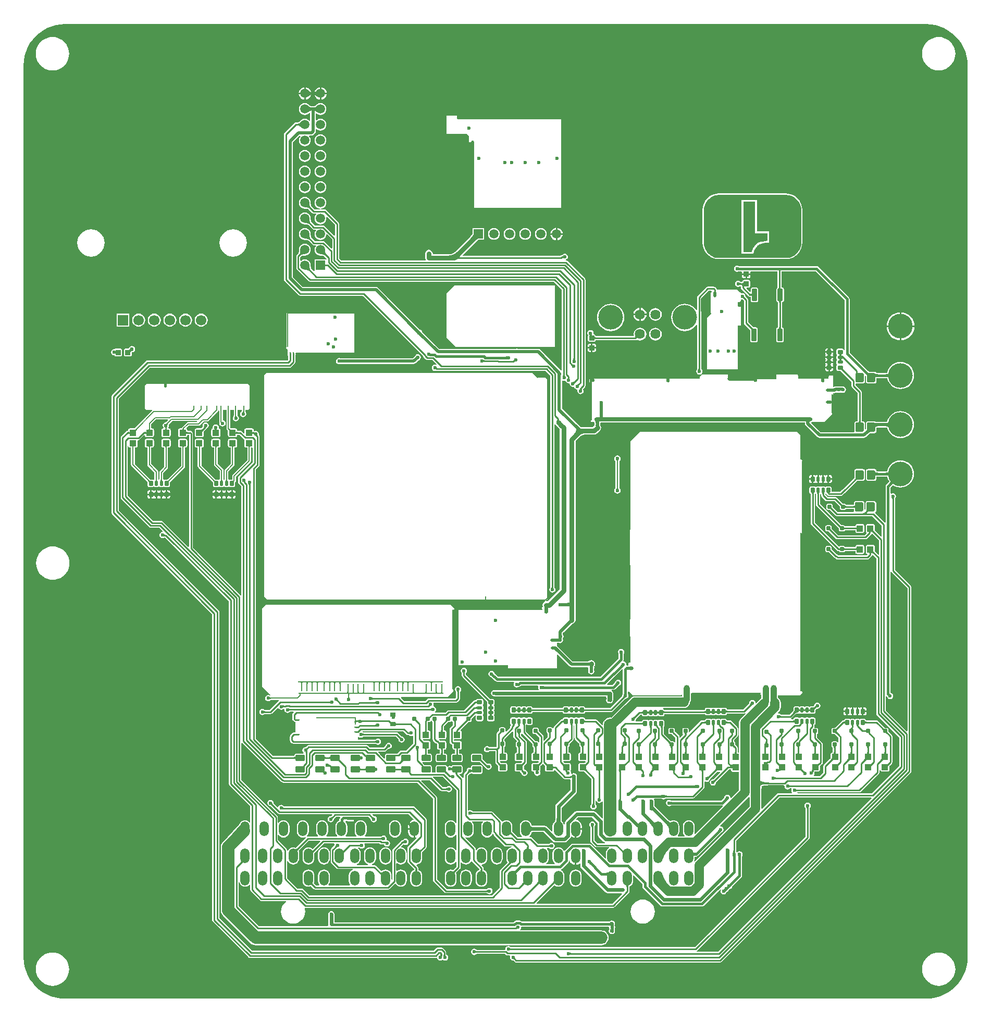
<source format=gtl>
G04*
G04 #@! TF.GenerationSoftware,Altium Limited,Altium Designer,20.0.10 (225)*
G04*
G04 Layer_Physical_Order=1*
G04 Layer_Color=255*
%FSLAX25Y25*%
%MOIN*%
G70*
G01*
G75*
%ADD14C,0.00787*%
%ADD15C,0.01575*%
G04:AMPARAMS|DCode=22|XSize=33.47mil|YSize=33.47mil|CornerRadius=3.35mil|HoleSize=0mil|Usage=FLASHONLY|Rotation=180.000|XOffset=0mil|YOffset=0mil|HoleType=Round|Shape=RoundedRectangle|*
%AMROUNDEDRECTD22*
21,1,0.03347,0.02677,0,0,180.0*
21,1,0.02677,0.03347,0,0,180.0*
1,1,0.00669,-0.01339,0.01339*
1,1,0.00669,0.01339,0.01339*
1,1,0.00669,0.01339,-0.01339*
1,1,0.00669,-0.01339,-0.01339*
%
%ADD22ROUNDEDRECTD22*%
G04:AMPARAMS|DCode=23|XSize=31.5mil|YSize=78.74mil|CornerRadius=3.15mil|HoleSize=0mil|Usage=FLASHONLY|Rotation=0.000|XOffset=0mil|YOffset=0mil|HoleType=Round|Shape=RoundedRectangle|*
%AMROUNDEDRECTD23*
21,1,0.03150,0.07244,0,0,0.0*
21,1,0.02520,0.07874,0,0,0.0*
1,1,0.00630,0.01260,-0.03622*
1,1,0.00630,-0.01260,-0.03622*
1,1,0.00630,-0.01260,0.03622*
1,1,0.00630,0.01260,0.03622*
%
%ADD23ROUNDEDRECTD23*%
G04:AMPARAMS|DCode=24|XSize=33.47mil|YSize=33.47mil|CornerRadius=3.35mil|HoleSize=0mil|Usage=FLASHONLY|Rotation=90.000|XOffset=0mil|YOffset=0mil|HoleType=Round|Shape=RoundedRectangle|*
%AMROUNDEDRECTD24*
21,1,0.03347,0.02677,0,0,90.0*
21,1,0.02677,0.03347,0,0,90.0*
1,1,0.00669,0.01339,0.01339*
1,1,0.00669,0.01339,-0.01339*
1,1,0.00669,-0.01339,-0.01339*
1,1,0.00669,-0.01339,0.01339*
%
%ADD24ROUNDEDRECTD24*%
G04:AMPARAMS|DCode=25|XSize=25.59mil|YSize=31.5mil|CornerRadius=2.56mil|HoleSize=0mil|Usage=FLASHONLY|Rotation=90.000|XOffset=0mil|YOffset=0mil|HoleType=Round|Shape=RoundedRectangle|*
%AMROUNDEDRECTD25*
21,1,0.02559,0.02638,0,0,90.0*
21,1,0.02047,0.03150,0,0,90.0*
1,1,0.00512,0.01319,0.01024*
1,1,0.00512,0.01319,-0.01024*
1,1,0.00512,-0.01319,-0.01024*
1,1,0.00512,-0.01319,0.01024*
%
%ADD25ROUNDEDRECTD25*%
G04:AMPARAMS|DCode=26|XSize=17.72mil|YSize=31.5mil|CornerRadius=1.77mil|HoleSize=0mil|Usage=FLASHONLY|Rotation=90.000|XOffset=0mil|YOffset=0mil|HoleType=Round|Shape=RoundedRectangle|*
%AMROUNDEDRECTD26*
21,1,0.01772,0.02795,0,0,90.0*
21,1,0.01417,0.03150,0,0,90.0*
1,1,0.00354,0.01398,0.00709*
1,1,0.00354,0.01398,-0.00709*
1,1,0.00354,-0.01398,-0.00709*
1,1,0.00354,-0.01398,0.00709*
%
%ADD26ROUNDEDRECTD26*%
G04:AMPARAMS|DCode=27|XSize=25.59mil|YSize=31.5mil|CornerRadius=2.56mil|HoleSize=0mil|Usage=FLASHONLY|Rotation=0.000|XOffset=0mil|YOffset=0mil|HoleType=Round|Shape=RoundedRectangle|*
%AMROUNDEDRECTD27*
21,1,0.02559,0.02638,0,0,0.0*
21,1,0.02047,0.03150,0,0,0.0*
1,1,0.00512,0.01024,-0.01319*
1,1,0.00512,-0.01024,-0.01319*
1,1,0.00512,-0.01024,0.01319*
1,1,0.00512,0.01024,0.01319*
%
%ADD27ROUNDEDRECTD27*%
G04:AMPARAMS|DCode=28|XSize=17.72mil|YSize=31.5mil|CornerRadius=1.77mil|HoleSize=0mil|Usage=FLASHONLY|Rotation=0.000|XOffset=0mil|YOffset=0mil|HoleType=Round|Shape=RoundedRectangle|*
%AMROUNDEDRECTD28*
21,1,0.01772,0.02795,0,0,0.0*
21,1,0.01417,0.03150,0,0,0.0*
1,1,0.00354,0.00709,-0.01398*
1,1,0.00354,-0.00709,-0.01398*
1,1,0.00354,-0.00709,0.01398*
1,1,0.00354,0.00709,0.01398*
%
%ADD28ROUNDEDRECTD28*%
G04:AMPARAMS|DCode=29|XSize=39.37mil|YSize=43.31mil|CornerRadius=3.94mil|HoleSize=0mil|Usage=FLASHONLY|Rotation=270.000|XOffset=0mil|YOffset=0mil|HoleType=Round|Shape=RoundedRectangle|*
%AMROUNDEDRECTD29*
21,1,0.03937,0.03543,0,0,270.0*
21,1,0.03150,0.04331,0,0,270.0*
1,1,0.00787,-0.01772,-0.01575*
1,1,0.00787,-0.01772,0.01575*
1,1,0.00787,0.01772,0.01575*
1,1,0.00787,0.01772,-0.01575*
%
%ADD29ROUNDEDRECTD29*%
G04:AMPARAMS|DCode=30|XSize=23.62mil|YSize=23.62mil|CornerRadius=2.36mil|HoleSize=0mil|Usage=FLASHONLY|Rotation=0.000|XOffset=0mil|YOffset=0mil|HoleType=Round|Shape=RoundedRectangle|*
%AMROUNDEDRECTD30*
21,1,0.02362,0.01890,0,0,0.0*
21,1,0.01890,0.02362,0,0,0.0*
1,1,0.00472,0.00945,-0.00945*
1,1,0.00472,-0.00945,-0.00945*
1,1,0.00472,-0.00945,0.00945*
1,1,0.00472,0.00945,0.00945*
%
%ADD30ROUNDEDRECTD30*%
G04:AMPARAMS|DCode=31|XSize=23.62mil|YSize=23.62mil|CornerRadius=2.36mil|HoleSize=0mil|Usage=FLASHONLY|Rotation=90.000|XOffset=0mil|YOffset=0mil|HoleType=Round|Shape=RoundedRectangle|*
%AMROUNDEDRECTD31*
21,1,0.02362,0.01890,0,0,90.0*
21,1,0.01890,0.02362,0,0,90.0*
1,1,0.00472,0.00945,0.00945*
1,1,0.00472,0.00945,-0.00945*
1,1,0.00472,-0.00945,-0.00945*
1,1,0.00472,-0.00945,0.00945*
%
%ADD31ROUNDEDRECTD31*%
G04:AMPARAMS|DCode=32|XSize=27.56mil|YSize=36.22mil|CornerRadius=2.76mil|HoleSize=0mil|Usage=FLASHONLY|Rotation=90.000|XOffset=0mil|YOffset=0mil|HoleType=Round|Shape=RoundedRectangle|*
%AMROUNDEDRECTD32*
21,1,0.02756,0.03071,0,0,90.0*
21,1,0.02205,0.03622,0,0,90.0*
1,1,0.00551,0.01535,0.01102*
1,1,0.00551,0.01535,-0.01102*
1,1,0.00551,-0.01535,-0.01102*
1,1,0.00551,-0.01535,0.01102*
%
%ADD32ROUNDEDRECTD32*%
G04:AMPARAMS|DCode=33|XSize=39.37mil|YSize=57.09mil|CornerRadius=3.94mil|HoleSize=0mil|Usage=FLASHONLY|Rotation=90.000|XOffset=0mil|YOffset=0mil|HoleType=Round|Shape=RoundedRectangle|*
%AMROUNDEDRECTD33*
21,1,0.03937,0.04921,0,0,90.0*
21,1,0.03150,0.05709,0,0,90.0*
1,1,0.00787,0.02461,0.01575*
1,1,0.00787,0.02461,-0.01575*
1,1,0.00787,-0.02461,-0.01575*
1,1,0.00787,-0.02461,0.01575*
%
%ADD33ROUNDEDRECTD33*%
G04:AMPARAMS|DCode=34|XSize=51.18mil|YSize=59.06mil|CornerRadius=5.12mil|HoleSize=0mil|Usage=FLASHONLY|Rotation=0.000|XOffset=0mil|YOffset=0mil|HoleType=Round|Shape=RoundedRectangle|*
%AMROUNDEDRECTD34*
21,1,0.05118,0.04882,0,0,0.0*
21,1,0.04095,0.05906,0,0,0.0*
1,1,0.01024,0.02047,-0.02441*
1,1,0.01024,-0.02047,-0.02441*
1,1,0.01024,-0.02047,0.02441*
1,1,0.01024,0.02047,0.02441*
%
%ADD34ROUNDEDRECTD34*%
G04:AMPARAMS|DCode=35|XSize=39.37mil|YSize=43.31mil|CornerRadius=3.94mil|HoleSize=0mil|Usage=FLASHONLY|Rotation=180.000|XOffset=0mil|YOffset=0mil|HoleType=Round|Shape=RoundedRectangle|*
%AMROUNDEDRECTD35*
21,1,0.03937,0.03543,0,0,180.0*
21,1,0.03150,0.04331,0,0,180.0*
1,1,0.00787,-0.01575,0.01772*
1,1,0.00787,0.01575,0.01772*
1,1,0.00787,0.01575,-0.01772*
1,1,0.00787,-0.01575,-0.01772*
%
%ADD35ROUNDEDRECTD35*%
%ADD36C,0.15748*%
%ADD70R,0.06693X0.06693*%
%ADD71C,0.06693*%
%ADD72C,0.02362*%
%ADD73O,0.01968X0.44882*%
%ADD74O,0.59843X0.01968*%
%ADD75O,0.01968X0.59843*%
%ADD76O,0.68504X0.01575*%
%ADD77O,0.01968X0.00984*%
%ADD78O,0.25591X0.00787*%
%ADD79O,0.00787X0.05118*%
G04:AMPARAMS|DCode=80|XSize=7.87mil|YSize=648.03mil|CornerRadius=3.94mil|HoleSize=0mil|Usage=FLASHONLY|Rotation=270.000|XOffset=0mil|YOffset=0mil|HoleType=Round|Shape=RoundedRectangle|*
%AMROUNDEDRECTD80*
21,1,0.00787,0.64016,0,0,270.0*
21,1,0.00000,0.64803,0,0,270.0*
1,1,0.00787,-0.32008,0.00000*
1,1,0.00787,-0.32008,0.00000*
1,1,0.00787,0.32008,0.00000*
1,1,0.00787,0.32008,0.00000*
%
%ADD80ROUNDEDRECTD80*%
G04:AMPARAMS|DCode=81|XSize=7.87mil|YSize=408.27mil|CornerRadius=3.94mil|HoleSize=0mil|Usage=FLASHONLY|Rotation=0.000|XOffset=0mil|YOffset=0mil|HoleType=Round|Shape=RoundedRectangle|*
%AMROUNDEDRECTD81*
21,1,0.00787,0.40039,0,0,0.0*
21,1,0.00000,0.40827,0,0,0.0*
1,1,0.00787,0.00000,-0.20020*
1,1,0.00787,0.00000,-0.20020*
1,1,0.00787,0.00000,0.20020*
1,1,0.00787,0.00000,0.20020*
%
%ADD81ROUNDEDRECTD81*%
G04:AMPARAMS|DCode=82|XSize=7.87mil|YSize=88.19mil|CornerRadius=3.94mil|HoleSize=0mil|Usage=FLASHONLY|Rotation=225.000|XOffset=0mil|YOffset=0mil|HoleType=Round|Shape=RoundedRectangle|*
%AMROUNDEDRECTD82*
21,1,0.00787,0.08032,0,0,225.0*
21,1,0.00000,0.08819,0,0,225.0*
1,1,0.00787,-0.02840,0.02840*
1,1,0.00787,-0.02840,0.02840*
1,1,0.00787,0.02840,-0.02840*
1,1,0.00787,0.02840,-0.02840*
%
%ADD82ROUNDEDRECTD82*%
G04:AMPARAMS|DCode=83|XSize=7.87mil|YSize=294.88mil|CornerRadius=3.94mil|HoleSize=0mil|Usage=FLASHONLY|Rotation=180.000|XOffset=0mil|YOffset=0mil|HoleType=Round|Shape=RoundedRectangle|*
%AMROUNDEDRECTD83*
21,1,0.00787,0.28701,0,0,180.0*
21,1,0.00000,0.29488,0,0,180.0*
1,1,0.00787,0.00000,0.14350*
1,1,0.00787,0.00000,0.14350*
1,1,0.00787,0.00000,-0.14350*
1,1,0.00787,0.00000,-0.14350*
%
%ADD83ROUNDEDRECTD83*%
G04:AMPARAMS|DCode=84|XSize=7.87mil|YSize=86.22mil|CornerRadius=3.94mil|HoleSize=0mil|Usage=FLASHONLY|Rotation=135.000|XOffset=0mil|YOffset=0mil|HoleType=Round|Shape=RoundedRectangle|*
%AMROUNDEDRECTD84*
21,1,0.00787,0.07835,0,0,135.0*
21,1,0.00000,0.08622,0,0,135.0*
1,1,0.00787,0.02770,0.02770*
1,1,0.00787,0.02770,0.02770*
1,1,0.00787,-0.02770,-0.02770*
1,1,0.00787,-0.02770,-0.02770*
%
%ADD84ROUNDEDRECTD84*%
G04:AMPARAMS|DCode=85|XSize=7.87mil|YSize=651.58mil|CornerRadius=3.94mil|HoleSize=0mil|Usage=FLASHONLY|Rotation=270.000|XOffset=0mil|YOffset=0mil|HoleType=Round|Shape=RoundedRectangle|*
%AMROUNDEDRECTD85*
21,1,0.00787,0.64370,0,0,270.0*
21,1,0.00000,0.65158,0,0,270.0*
1,1,0.00787,-0.32185,0.00000*
1,1,0.00787,-0.32185,0.00000*
1,1,0.00787,0.32185,0.00000*
1,1,0.00787,0.32185,0.00000*
%
%ADD85ROUNDEDRECTD85*%
%ADD86O,0.00787X0.12205*%
%ADD87O,0.69685X0.01575*%
%ADD88O,0.30709X0.01575*%
%ADD89O,0.19291X0.02362*%
%ADD90O,0.03937X0.01968*%
%ADD91O,1.39370X0.02362*%
%ADD92O,0.01575X0.28347*%
%ADD93O,0.01968X0.11811*%
%ADD94O,0.19685X0.01575*%
G04:AMPARAMS|DCode=95|XSize=95.67mil|YSize=7.87mil|CornerRadius=0mil|HoleSize=0mil|Usage=FLASHONLY|Rotation=45.000|XOffset=0mil|YOffset=0mil|HoleType=Round|Shape=Round|*
%AMOVALD95*
21,1,0.08780,0.00787,0.00000,0.00000,45.0*
1,1,0.00787,-0.03104,-0.03104*
1,1,0.00787,0.03104,0.03104*
%
%ADD95OVALD95*%

%ADD96O,1.01181X0.00787*%
%ADD97O,0.00787X0.56693*%
%ADD98O,0.00787X0.34744*%
%ADD99O,0.00787X0.16732*%
%ADD100O,0.00787X1.01772*%
%ADD101O,0.44587X0.00787*%
%ADD102O,0.03937X0.05906*%
G04:AMPARAMS|DCode=103|XSize=39.37mil|YSize=7.87mil|CornerRadius=0mil|HoleSize=0mil|Usage=FLASHONLY|Rotation=315.000|XOffset=0mil|YOffset=0mil|HoleType=Round|Shape=Round|*
%AMOVALD103*
21,1,0.03150,0.00787,0.00000,0.00000,315.0*
1,1,0.00787,-0.01114,0.01114*
1,1,0.00787,0.01114,-0.01114*
%
%ADD103OVALD103*%

%ADD104O,0.00787X0.16339*%
%ADD105O,0.03150X0.02362*%
G04:AMPARAMS|DCode=106|XSize=7.87mil|YSize=47.24mil|CornerRadius=0mil|HoleSize=0mil|Usage=FLASHONLY|Rotation=315.000|XOffset=0mil|YOffset=0mil|HoleType=Round|Shape=Round|*
%AMOVALD106*
21,1,0.03937,0.00787,0.00000,0.00000,45.0*
1,1,0.00787,-0.01392,-0.01392*
1,1,0.00787,0.01392,0.01392*
%
%ADD106OVALD106*%

%ADD107O,0.00787X0.33071*%
%ADD108O,0.20669X0.00787*%
%ADD109O,0.01968X0.03937*%
%ADD110O,0.00787X0.02756*%
%ADD111O,0.00984X0.01968*%
%ADD112O,0.00787X0.28543*%
%ADD113O,0.00787X0.22323*%
%ADD114O,0.38583X0.01575*%
%ADD115O,0.00787X0.26772*%
%ADD116O,0.43701X0.00787*%
%ADD117O,0.00984X0.01968*%
%ADD118O,0.00787X0.01575*%
G04:AMPARAMS|DCode=119|XSize=9.84mil|YSize=27.56mil|CornerRadius=4.92mil|HoleSize=0mil|Usage=FLASHONLY|Rotation=180.000|XOffset=0mil|YOffset=0mil|HoleType=Round|Shape=RoundedRectangle|*
%AMROUNDEDRECTD119*
21,1,0.00984,0.01772,0,0,180.0*
21,1,0.00000,0.02756,0,0,180.0*
1,1,0.00984,0.00000,0.00886*
1,1,0.00984,0.00000,0.00886*
1,1,0.00984,0.00000,-0.00886*
1,1,0.00984,0.00000,-0.00886*
%
%ADD119ROUNDEDRECTD119*%
G04:AMPARAMS|DCode=120|XSize=7.87mil|YSize=1424.8mil|CornerRadius=3.94mil|HoleSize=0mil|Usage=FLASHONLY|Rotation=180.000|XOffset=0mil|YOffset=0mil|HoleType=Round|Shape=RoundedRectangle|*
%AMROUNDEDRECTD120*
21,1,0.00787,1.41693,0,0,180.0*
21,1,0.00000,1.42480,0,0,180.0*
1,1,0.00787,0.00000,0.70847*
1,1,0.00787,0.00000,0.70847*
1,1,0.00787,0.00000,-0.70847*
1,1,0.00787,0.00000,-0.70847*
%
%ADD120ROUNDEDRECTD120*%
G04:AMPARAMS|DCode=121|XSize=7.87mil|YSize=1795.28mil|CornerRadius=3.94mil|HoleSize=0mil|Usage=FLASHONLY|Rotation=270.000|XOffset=0mil|YOffset=0mil|HoleType=Round|Shape=RoundedRectangle|*
%AMROUNDEDRECTD121*
21,1,0.00787,1.78740,0,0,270.0*
21,1,0.00000,1.79528,0,0,270.0*
1,1,0.00787,-0.89370,0.00000*
1,1,0.00787,-0.89370,0.00000*
1,1,0.00787,0.89370,0.00000*
1,1,0.00787,0.89370,0.00000*
%
%ADD121ROUNDEDRECTD121*%
G04:AMPARAMS|DCode=122|XSize=7.87mil|YSize=1413.39mil|CornerRadius=3.94mil|HoleSize=0mil|Usage=FLASHONLY|Rotation=180.000|XOffset=0mil|YOffset=0mil|HoleType=Round|Shape=RoundedRectangle|*
%AMROUNDEDRECTD122*
21,1,0.00787,1.40551,0,0,180.0*
21,1,0.00000,1.41339,0,0,180.0*
1,1,0.00787,0.00000,0.70276*
1,1,0.00787,0.00000,0.70276*
1,1,0.00787,0.00000,-0.70276*
1,1,0.00787,0.00000,-0.70276*
%
%ADD122ROUNDEDRECTD122*%
G04:AMPARAMS|DCode=123|XSize=7.87mil|YSize=1712.6mil|CornerRadius=3.94mil|HoleSize=0mil|Usage=FLASHONLY|Rotation=270.000|XOffset=0mil|YOffset=0mil|HoleType=Round|Shape=RoundedRectangle|*
%AMROUNDEDRECTD123*
21,1,0.00787,1.70472,0,0,270.0*
21,1,0.00000,1.71260,0,0,270.0*
1,1,0.00787,-0.85236,0.00000*
1,1,0.00787,-0.85236,0.00000*
1,1,0.00787,0.85236,0.00000*
1,1,0.00787,0.85236,0.00000*
%
%ADD123ROUNDEDRECTD123*%
G04:AMPARAMS|DCode=124|XSize=7.87mil|YSize=31.5mil|CornerRadius=3.94mil|HoleSize=0mil|Usage=FLASHONLY|Rotation=315.000|XOffset=0mil|YOffset=0mil|HoleType=Round|Shape=RoundedRectangle|*
%AMROUNDEDRECTD124*
21,1,0.00787,0.02362,0,0,315.0*
21,1,0.00000,0.03150,0,0,315.0*
1,1,0.00787,-0.00835,-0.00835*
1,1,0.00787,-0.00835,-0.00835*
1,1,0.00787,0.00835,0.00835*
1,1,0.00787,0.00835,0.00835*
%
%ADD124ROUNDEDRECTD124*%
G04:AMPARAMS|DCode=125|XSize=7.87mil|YSize=62.99mil|CornerRadius=3.94mil|HoleSize=0mil|Usage=FLASHONLY|Rotation=270.000|XOffset=0mil|YOffset=0mil|HoleType=Round|Shape=RoundedRectangle|*
%AMROUNDEDRECTD125*
21,1,0.00787,0.05512,0,0,270.0*
21,1,0.00000,0.06299,0,0,270.0*
1,1,0.00787,-0.02756,0.00000*
1,1,0.00787,-0.02756,0.00000*
1,1,0.00787,0.02756,0.00000*
1,1,0.00787,0.02756,0.00000*
%
%ADD125ROUNDEDRECTD125*%
G04:AMPARAMS|DCode=126|XSize=7.87mil|YSize=47.24mil|CornerRadius=3.94mil|HoleSize=0mil|Usage=FLASHONLY|Rotation=45.000|XOffset=0mil|YOffset=0mil|HoleType=Round|Shape=RoundedRectangle|*
%AMROUNDEDRECTD126*
21,1,0.00787,0.03937,0,0,45.0*
21,1,0.00000,0.04724,0,0,45.0*
1,1,0.00787,0.01392,-0.01392*
1,1,0.00787,0.01392,-0.01392*
1,1,0.00787,-0.01392,0.01392*
1,1,0.00787,-0.01392,0.01392*
%
%ADD126ROUNDEDRECTD126*%
G04:AMPARAMS|DCode=127|XSize=7.87mil|YSize=21.65mil|CornerRadius=3.94mil|HoleSize=0mil|Usage=FLASHONLY|Rotation=45.000|XOffset=0mil|YOffset=0mil|HoleType=Round|Shape=RoundedRectangle|*
%AMROUNDEDRECTD127*
21,1,0.00787,0.01378,0,0,45.0*
21,1,0.00000,0.02165,0,0,45.0*
1,1,0.00787,0.00487,-0.00487*
1,1,0.00787,0.00487,-0.00487*
1,1,0.00787,-0.00487,0.00487*
1,1,0.00787,-0.00487,0.00487*
%
%ADD127ROUNDEDRECTD127*%
G04:AMPARAMS|DCode=128|XSize=7.87mil|YSize=22.84mil|CornerRadius=3.94mil|HoleSize=0mil|Usage=FLASHONLY|Rotation=135.000|XOffset=0mil|YOffset=0mil|HoleType=Round|Shape=RoundedRectangle|*
%AMROUNDEDRECTD128*
21,1,0.00787,0.01496,0,0,135.0*
21,1,0.00000,0.02284,0,0,135.0*
1,1,0.00787,0.00529,0.00529*
1,1,0.00787,0.00529,0.00529*
1,1,0.00787,-0.00529,-0.00529*
1,1,0.00787,-0.00529,-0.00529*
%
%ADD128ROUNDEDRECTD128*%
G04:AMPARAMS|DCode=129|XSize=7.87mil|YSize=37.01mil|CornerRadius=3.94mil|HoleSize=0mil|Usage=FLASHONLY|Rotation=225.000|XOffset=0mil|YOffset=0mil|HoleType=Round|Shape=RoundedRectangle|*
%AMROUNDEDRECTD129*
21,1,0.00787,0.02913,0,0,225.0*
21,1,0.00000,0.03701,0,0,225.0*
1,1,0.00787,-0.01030,0.01030*
1,1,0.00787,-0.01030,0.01030*
1,1,0.00787,0.01030,-0.01030*
1,1,0.00787,0.01030,-0.01030*
%
%ADD129ROUNDEDRECTD129*%
%ADD130R,0.01968X0.01968*%
%ADD131O,0.32559X0.00787*%
%ADD132O,0.00787X0.01968*%
%ADD133O,0.00787X0.36221*%
%ADD134O,0.54331X0.00787*%
G04:AMPARAMS|DCode=135|XSize=7.87mil|YSize=49.21mil|CornerRadius=3.94mil|HoleSize=0mil|Usage=FLASHONLY|Rotation=0.000|XOffset=0mil|YOffset=0mil|HoleType=Round|Shape=RoundedRectangle|*
%AMROUNDEDRECTD135*
21,1,0.00787,0.04134,0,0,0.0*
21,1,0.00000,0.04921,0,0,0.0*
1,1,0.00787,0.00000,-0.02067*
1,1,0.00787,0.00000,-0.02067*
1,1,0.00787,0.00000,0.02067*
1,1,0.00787,0.00000,0.02067*
%
%ADD135ROUNDEDRECTD135*%
G04:AMPARAMS|DCode=136|XSize=9.84mil|YSize=929.13mil|CornerRadius=4.92mil|HoleSize=0mil|Usage=FLASHONLY|Rotation=90.000|XOffset=0mil|YOffset=0mil|HoleType=Round|Shape=RoundedRectangle|*
%AMROUNDEDRECTD136*
21,1,0.00984,0.91929,0,0,90.0*
21,1,0.00000,0.92913,0,0,90.0*
1,1,0.00984,0.45965,0.00000*
1,1,0.00984,0.45965,0.00000*
1,1,0.00984,-0.45965,0.00000*
1,1,0.00984,-0.45965,0.00000*
%
%ADD136ROUNDEDRECTD136*%
G04:AMPARAMS|DCode=137|XSize=7.87mil|YSize=511.81mil|CornerRadius=3.94mil|HoleSize=0mil|Usage=FLASHONLY|Rotation=180.000|XOffset=0mil|YOffset=0mil|HoleType=Round|Shape=RoundedRectangle|*
%AMROUNDEDRECTD137*
21,1,0.00787,0.50394,0,0,180.0*
21,1,0.00000,0.51181,0,0,180.0*
1,1,0.00787,0.00000,0.25197*
1,1,0.00787,0.00000,0.25197*
1,1,0.00787,0.00000,-0.25197*
1,1,0.00787,0.00000,-0.25197*
%
%ADD137ROUNDEDRECTD137*%
%ADD138C,0.00984*%
%ADD139C,0.03150*%
%ADD140C,0.01968*%
%ADD141C,0.05906*%
%ADD142C,0.07874*%
%ADD143C,0.03937*%
%ADD144C,0.02362*%
%ADD145O,0.05906X0.09449*%
%ADD146C,0.06400*%
%ADD147R,0.05906X0.05906*%
%ADD148C,0.05906*%
%ADD149R,0.05906X0.05906*%
G36*
X581693Y624629D02*
X584608Y624133D01*
X587449Y623315D01*
X590181Y622183D01*
X592769Y620753D01*
X595181Y619042D01*
X597386Y617071D01*
X599357Y614866D01*
X601068Y612455D01*
X602498Y609867D01*
X603630Y607134D01*
X604449Y604293D01*
X604944Y601378D01*
X605106Y598483D01*
X605095Y598425D01*
Y27559D01*
X605106Y27502D01*
X604944Y24607D01*
X604449Y21691D01*
X603630Y18850D01*
X602498Y16118D01*
X601068Y13530D01*
X599357Y11118D01*
X597386Y8913D01*
X595181Y6943D01*
X592769Y5231D01*
X590181Y3801D01*
X587449Y2669D01*
X584608Y1851D01*
X581693Y1355D01*
X578797Y1193D01*
X578740Y1204D01*
X27559D01*
X27502Y1193D01*
X24607Y1355D01*
X21691Y1851D01*
X18850Y2669D01*
X16118Y3801D01*
X13530Y5231D01*
X11118Y6943D01*
X8913Y8913D01*
X6943Y11118D01*
X5231Y13530D01*
X3801Y16118D01*
X2669Y18850D01*
X1851Y21691D01*
X1355Y24607D01*
X1193Y27502D01*
X1204Y27559D01*
Y598425D01*
X1193Y598483D01*
X1355Y601378D01*
X1851Y604293D01*
X2669Y607134D01*
X3801Y609867D01*
X5231Y612455D01*
X6943Y614866D01*
X8913Y617071D01*
X11118Y619042D01*
X13530Y620753D01*
X16118Y622183D01*
X18850Y623315D01*
X21691Y624133D01*
X24607Y624629D01*
X27502Y624791D01*
X27559Y624780D01*
X578740D01*
X578797Y624791D01*
X581693Y624629D01*
D02*
G37*
%LPC*%
G36*
X586614Y616568D02*
X584946Y616437D01*
X583319Y616046D01*
X581773Y615406D01*
X580347Y614532D01*
X579074Y613445D01*
X577988Y612173D01*
X577114Y610746D01*
X576473Y609200D01*
X576083Y607574D01*
X575951Y605905D01*
X576083Y604238D01*
X576473Y602610D01*
X577114Y601065D01*
X577988Y599638D01*
X579074Y598366D01*
X580347Y597279D01*
X581773Y596405D01*
X583319Y595765D01*
X584946Y595374D01*
X586614Y595243D01*
X588282Y595374D01*
X589909Y595765D01*
X591455Y596405D01*
X592882Y597279D01*
X594154Y598366D01*
X595240Y599638D01*
X596115Y601065D01*
X596755Y602610D01*
X597146Y604238D01*
X597277Y605905D01*
X597146Y607574D01*
X596755Y609200D01*
X596115Y610746D01*
X595240Y612173D01*
X594154Y613445D01*
X592882Y614532D01*
X591455Y615406D01*
X589909Y616046D01*
X588282Y616437D01*
X586614Y616568D01*
D02*
G37*
G36*
X19685D02*
X18017Y616437D01*
X16390Y616046D01*
X14844Y615406D01*
X13418Y614532D01*
X12145Y613445D01*
X11059Y612173D01*
X10184Y610746D01*
X9544Y609200D01*
X9154Y607574D01*
X9022Y605905D01*
X9154Y604238D01*
X9544Y602610D01*
X10184Y601065D01*
X11059Y599638D01*
X12145Y598366D01*
X13418Y597279D01*
X14844Y596405D01*
X16390Y595765D01*
X18017Y595374D01*
X19685Y595243D01*
X21353Y595374D01*
X22980Y595765D01*
X24526Y596405D01*
X25953Y597279D01*
X27225Y598366D01*
X28311Y599638D01*
X29186Y601065D01*
X29826Y602610D01*
X30217Y604238D01*
X30348Y605905D01*
X30217Y607574D01*
X29826Y609200D01*
X29186Y610746D01*
X28311Y612173D01*
X27225Y613445D01*
X25953Y614532D01*
X24526Y615406D01*
X22980Y616046D01*
X21353Y616437D01*
X19685Y616568D01*
D02*
G37*
G36*
X181642Y584394D02*
Y580972D01*
X183250D01*
Y582539D01*
X183501Y582296D01*
X183752Y582079D01*
X184003Y581887D01*
X184254Y581720D01*
X184505Y581580D01*
X184756Y581465D01*
X185006Y581375D01*
X185010Y581374D01*
X184993Y581504D01*
X184595Y582466D01*
X183961Y583292D01*
X183135Y583925D01*
X182174Y584323D01*
X181642Y584394D01*
D02*
G37*
G36*
X191642D02*
Y580972D01*
X195063D01*
X194993Y581504D01*
X194595Y582466D01*
X193961Y583292D01*
X193135Y583925D01*
X192174Y584323D01*
X191642Y584394D01*
D02*
G37*
G36*
X190642D02*
X190110Y584323D01*
X189148Y583925D01*
X188323Y583292D01*
X187689Y582466D01*
X187291Y581504D01*
X187274Y581374D01*
X187277Y581375D01*
X187528Y581465D01*
X187779Y581580D01*
X188030Y581720D01*
X188280Y581887D01*
X188531Y582079D01*
X188782Y582296D01*
X189033Y582539D01*
Y580972D01*
X190642D01*
Y584394D01*
D02*
G37*
G36*
X180642D02*
X180110Y584323D01*
X179148Y583925D01*
X178323Y583292D01*
X177689Y582466D01*
X177291Y581504D01*
X177221Y580972D01*
X180642D01*
Y584394D01*
D02*
G37*
G36*
X190642Y579973D02*
X189033D01*
Y578406D01*
X188782Y578649D01*
X188531Y578866D01*
X188280Y579058D01*
X188030Y579224D01*
X187779Y579365D01*
X187528Y579480D01*
X187277Y579570D01*
X187274Y579571D01*
X187291Y579441D01*
X187689Y578479D01*
X188323Y577653D01*
X189148Y577020D01*
X190110Y576621D01*
X190642Y576551D01*
Y579973D01*
D02*
G37*
G36*
X180642D02*
X177221D01*
X177291Y579441D01*
X177689Y578479D01*
X178323Y577653D01*
X179148Y577020D01*
X180110Y576621D01*
X180642Y576551D01*
Y579973D01*
D02*
G37*
G36*
X195063D02*
X191642D01*
Y576551D01*
X192174Y576621D01*
X193135Y577020D01*
X193961Y577653D01*
X194595Y578479D01*
X194993Y579441D01*
X195063Y579973D01*
D02*
G37*
G36*
X183250D02*
X181642D01*
Y576551D01*
X182174Y576621D01*
X183135Y577020D01*
X183961Y577653D01*
X184595Y578479D01*
X184993Y579441D01*
X185010Y579571D01*
X185006Y579570D01*
X184756Y579480D01*
X184505Y579365D01*
X184254Y579224D01*
X184003Y579058D01*
X183752Y578866D01*
X183501Y578649D01*
X183250Y578406D01*
Y579973D01*
D02*
G37*
G36*
X191142Y574245D02*
X190165Y574116D01*
X189255Y573739D01*
X188474Y573140D01*
X188433Y573086D01*
X188364Y573024D01*
X188178Y572879D01*
X187992Y572754D01*
X187805Y572647D01*
X187617Y572558D01*
X187427Y572486D01*
X187234Y572431D01*
X187036Y572391D01*
X186922Y572377D01*
X185361D01*
X185247Y572391D01*
X185050Y572431D01*
X184856Y572486D01*
X184666Y572558D01*
X184478Y572647D01*
X184291Y572754D01*
X184105Y572879D01*
X183920Y573024D01*
X183851Y573086D01*
X183809Y573140D01*
X183028Y573739D01*
X182118Y574116D01*
X181142Y574245D01*
X180165Y574116D01*
X179255Y573739D01*
X178474Y573140D01*
X177875Y572359D01*
X177498Y571449D01*
X177369Y570472D01*
X177498Y569496D01*
X177875Y568586D01*
X178474Y567805D01*
X179255Y567205D01*
X180165Y566829D01*
X181142Y566700D01*
X182118Y566829D01*
X183028Y567205D01*
X183809Y567805D01*
X183901Y567925D01*
X184012Y568038D01*
X184242Y567997D01*
X184512Y567821D01*
Y563045D01*
X184012Y562875D01*
X183809Y563140D01*
X183028Y563739D01*
X182118Y564116D01*
X181142Y564245D01*
X180165Y564116D01*
X179255Y563739D01*
X178474Y563140D01*
X178423Y563073D01*
X178257Y562920D01*
X177697Y562457D01*
X177457Y562286D01*
X177230Y562142D01*
X177026Y562031D01*
X176846Y561952D01*
X176694Y561901D01*
X176573Y561875D01*
X175335D01*
X174835Y561776D01*
X174412Y561493D01*
X168074Y555155D01*
X167791Y554732D01*
X167692Y554232D01*
Y461417D01*
X167791Y460918D01*
X168074Y460495D01*
X177129Y451440D01*
X177552Y451157D01*
X178051Y451058D01*
X218259D01*
X256794Y412522D01*
X256866Y412163D01*
X257148Y411739D01*
X258590Y410298D01*
X259013Y410015D01*
X259512Y409916D01*
X262649D01*
X265485Y407079D01*
X265167Y406691D01*
X265040Y406776D01*
X264272Y406928D01*
X263504Y406776D01*
X262852Y406341D01*
X262417Y405689D01*
X262265Y404921D01*
X262417Y404153D01*
X262852Y403502D01*
X263504Y403067D01*
X264272Y402914D01*
X264837Y403026D01*
X265334Y402928D01*
X335063D01*
X338164Y399827D01*
Y264627D01*
X338157Y264585D01*
X338147Y264540D01*
X338136Y264505D01*
X338125Y264476D01*
X338114Y264455D01*
X338113Y264454D01*
X338049Y264411D01*
X337614Y263760D01*
X337461Y262992D01*
X337614Y262224D01*
X338049Y261573D01*
X338700Y261138D01*
X339469Y260985D01*
X340237Y261138D01*
X340888Y261573D01*
X341323Y262224D01*
X341476Y262992D01*
X341323Y263760D01*
X340888Y264411D01*
X340824Y264454D01*
X340823Y264455D01*
X340812Y264476D01*
X340801Y264505D01*
X340790Y264540D01*
X340780Y264585D01*
X340773Y264627D01*
Y368522D01*
X341273Y368674D01*
X341604Y368179D01*
X344236Y365547D01*
Y263193D01*
X336502Y255460D01*
X335795D01*
X335531Y255460D01*
X335531Y255460D01*
X335493Y255488D01*
X335446Y256012D01*
X335679Y256245D01*
X336417Y256983D01*
X336417Y397933D01*
X335335Y399016D01*
X329626Y399016D01*
X326870Y401772D01*
X156047Y401772D01*
X154531Y400289D01*
X154321Y258317D01*
X156622Y256016D01*
Y255942D01*
X334813D01*
X334909Y255846D01*
X334742Y255303D01*
X334610Y255276D01*
X333828Y254754D01*
X333306Y253973D01*
X333123Y253051D01*
X333298Y252173D01*
X333288Y252102D01*
X333010Y251673D01*
X332972D01*
X332874Y251575D01*
Y250197D01*
X279232D01*
X279134Y214272D01*
X311024Y214244D01*
Y212626D01*
X342448D01*
X342520Y212697D01*
Y221145D01*
X342982Y221337D01*
X350438Y213880D01*
X351024Y213489D01*
X351715Y213351D01*
X362091D01*
X362363Y213020D01*
X362516Y212252D01*
X362564Y212180D01*
Y211568D01*
X362516Y211496D01*
X362363Y210728D01*
X362516Y209960D01*
X362951Y209309D01*
X363602Y208874D01*
X364370Y208721D01*
X365138Y208874D01*
X365789Y209309D01*
X366224Y209960D01*
X366377Y210728D01*
X366224Y211496D01*
X366176Y211568D01*
Y212180D01*
X366224Y212252D01*
X366377Y213020D01*
X366224Y213788D01*
X366206Y213816D01*
X366213Y213835D01*
X366220Y213850D01*
X366223Y213854D01*
X366245Y213885D01*
X366267Y213934D01*
X366595Y214424D01*
X366779Y215346D01*
X366595Y216268D01*
X366073Y217049D01*
X365967Y217156D01*
X365185Y217678D01*
X364264Y217861D01*
X363342Y217678D01*
X362561Y217156D01*
X362432Y216964D01*
X352464D01*
X342538Y226889D01*
X342520Y226901D01*
Y228804D01*
X343777D01*
X344291Y228702D01*
X345059Y228854D01*
X345711Y229289D01*
X346146Y229941D01*
X346298Y230709D01*
X346215Y231130D01*
Y231940D01*
X346460Y232306D01*
X346612Y233074D01*
X346460Y233843D01*
X346177Y234265D01*
Y235136D01*
X346686Y235645D01*
X346686Y235645D01*
X351377Y240336D01*
X351469Y240426D01*
X352099Y240998D01*
X352136Y241028D01*
X352792Y241159D01*
X353573Y241681D01*
X354095Y242462D01*
X354279Y243384D01*
Y253346D01*
Y358049D01*
X356867Y360638D01*
X357221Y360920D01*
X357660Y361219D01*
X358113Y361476D01*
X358581Y361693D01*
X359066Y361871D01*
X359568Y362009D01*
X360089Y362109D01*
X360539Y362158D01*
X366240D01*
X367162Y362342D01*
X367943Y362864D01*
X369974Y364894D01*
X370496Y365676D01*
X370679Y366598D01*
X370496Y367519D01*
X370177Y367996D01*
X370114Y369575D01*
X370452Y370040D01*
X501066D01*
X501070Y370018D01*
X501093Y369760D01*
Y369345D01*
X501230Y368654D01*
X501622Y368068D01*
X509156Y360534D01*
X509742Y360142D01*
X510433Y360005D01*
X515256D01*
X515256Y360005D01*
X538898D01*
X539589Y360142D01*
X540175Y360534D01*
X541890Y362249D01*
X542254Y362587D01*
X542559Y362831D01*
X542829Y363020D01*
X542873Y363045D01*
X545551D01*
X546058Y363146D01*
X546488Y363433D01*
X546775Y363863D01*
X546876Y364370D01*
Y366561D01*
X546970Y366599D01*
X547146Y366645D01*
X547384Y366683D01*
X547558Y366698D01*
X552858D01*
X553018Y366683D01*
X553251Y366645D01*
X553438Y366596D01*
X553578Y366543D01*
X553674Y366490D01*
X553733Y366446D01*
X553765Y366410D01*
X553785Y366377D01*
X553825Y366264D01*
X553835Y366247D01*
X553839Y366228D01*
X553848Y366215D01*
X554164Y365173D01*
X554968Y363669D01*
X556050Y362350D01*
X557369Y361267D01*
X558874Y360463D01*
X560507Y359968D01*
X562205Y359801D01*
X563903Y359968D01*
X565535Y360463D01*
X567040Y361267D01*
X568359Y362350D01*
X569441Y363669D01*
X570246Y365173D01*
X570741Y366806D01*
X570908Y368504D01*
X570741Y370202D01*
X570246Y371835D01*
X569441Y373339D01*
X568359Y374658D01*
X567040Y375741D01*
X565535Y376545D01*
X563903Y377040D01*
X562205Y377207D01*
X560507Y377040D01*
X558874Y376545D01*
X557369Y375741D01*
X556050Y374658D01*
X554968Y373339D01*
X554164Y371835D01*
X553848Y370793D01*
X553839Y370780D01*
X553835Y370761D01*
X553825Y370744D01*
X553785Y370631D01*
X553765Y370598D01*
X553733Y370562D01*
X553674Y370517D01*
X553578Y370465D01*
X553438Y370411D01*
X553251Y370363D01*
X553018Y370324D01*
X552858Y370310D01*
X547099D01*
X546775Y370326D01*
X546380Y370368D01*
X546256Y370390D01*
X546173Y370410D01*
X546150Y370418D01*
X546128Y370429D01*
X546058Y370476D01*
X545551Y370577D01*
X541457D01*
X540950Y370476D01*
X540520Y370189D01*
X540233Y369759D01*
X540132Y369252D01*
Y365857D01*
X539895Y365636D01*
X539396Y365835D01*
Y369252D01*
X539295Y369759D01*
X539008Y370189D01*
X538578Y370476D01*
X538071Y370577D01*
X537328D01*
Y389368D01*
X537229Y389867D01*
X536946Y390290D01*
X533490Y393747D01*
Y394559D01*
X533876Y394876D01*
X533976Y394856D01*
X538071D01*
X538578Y394957D01*
X539008Y395244D01*
X539295Y395674D01*
X539396Y396181D01*
Y399529D01*
X539895Y399725D01*
X540132Y399501D01*
Y396181D01*
X540233Y395674D01*
X540520Y395244D01*
X540950Y394957D01*
X541457Y394856D01*
X545551D01*
X546058Y394957D01*
X546488Y395244D01*
X546775Y395674D01*
X546876Y396181D01*
Y398328D01*
X546979Y398356D01*
X547152Y398384D01*
X547274Y398394D01*
X553138D01*
X553253Y398384D01*
X553425Y398356D01*
X553555Y398321D01*
X553644Y398287D01*
X553679Y398268D01*
X554164Y396669D01*
X554968Y395165D01*
X556050Y393846D01*
X557369Y392763D01*
X558874Y391959D01*
X560507Y391464D01*
X562205Y391297D01*
X563903Y391464D01*
X565535Y391959D01*
X567040Y392763D01*
X568359Y393846D01*
X569441Y395165D01*
X570246Y396669D01*
X570741Y398302D01*
X570908Y400000D01*
X570741Y401698D01*
X570246Y403331D01*
X569441Y404835D01*
X568359Y406154D01*
X567040Y407236D01*
X565535Y408041D01*
X563903Y408536D01*
X562205Y408703D01*
X560507Y408536D01*
X558874Y408041D01*
X557369Y407236D01*
X556050Y406154D01*
X554968Y404835D01*
X554164Y403331D01*
X553679Y401732D01*
X553644Y401713D01*
X553555Y401679D01*
X553425Y401644D01*
X553253Y401616D01*
X553138Y401606D01*
X547306D01*
X547242Y401611D01*
X547081Y401635D01*
X546945Y401665D01*
X546834Y401700D01*
X546748Y401737D01*
X546684Y401774D01*
X546638Y401807D01*
X546605Y401839D01*
X546546Y401915D01*
X546542Y401919D01*
X546488Y402000D01*
X546318Y402113D01*
X546309Y402121D01*
X546304Y402122D01*
X546058Y402287D01*
X545551Y402388D01*
X542115D01*
X541992Y402474D01*
X541514Y402882D01*
X529657Y414740D01*
Y448819D01*
X529657Y448819D01*
X529535Y449433D01*
X529186Y449954D01*
X529186Y449954D01*
X509698Y469443D01*
X509177Y469791D01*
X508563Y469913D01*
X508563Y469913D01*
X484266D01*
X484210Y469902D01*
X484154Y469913D01*
X458817D01*
X458445Y470161D01*
X457677Y470314D01*
X456909Y470161D01*
X456258Y469726D01*
X455823Y469075D01*
X455670Y468307D01*
X455823Y467539D01*
X456258Y466888D01*
X456909Y466453D01*
X457677Y466300D01*
X458445Y466453D01*
X458802Y466691D01*
X458995Y466701D01*
X460479D01*
X460796Y466315D01*
X460785Y466260D01*
Y465421D01*
X463484D01*
X466184D01*
Y466260D01*
X466173Y466315D01*
X466490Y466701D01*
X483538D01*
Y456374D01*
X483534Y456325D01*
X483182Y456090D01*
X482938Y455725D01*
X482852Y455295D01*
Y448051D01*
X482938Y447621D01*
X483182Y447256D01*
X483546Y447013D01*
X483734Y446975D01*
X483735Y446966D01*
Y430820D01*
X483349Y430743D01*
X482985Y430500D01*
X482741Y430135D01*
X482656Y429705D01*
Y422461D01*
X482741Y422030D01*
X482985Y421666D01*
X483349Y421422D01*
X483779Y421337D01*
X486299D01*
X486729Y421422D01*
X487094Y421666D01*
X487338Y422030D01*
X487423Y422461D01*
Y429705D01*
X487338Y430135D01*
X487094Y430500D01*
X486729Y430743D01*
X486344Y430820D01*
Y446927D01*
X486496D01*
X486926Y447013D01*
X487291Y447256D01*
X487535Y447621D01*
X487620Y448051D01*
Y455295D01*
X487535Y455725D01*
X487291Y456090D01*
X486926Y456334D01*
X486496Y456419D01*
X486147D01*
Y466701D01*
X507898D01*
X526445Y448154D01*
Y416429D01*
X525946Y416380D01*
X525924Y416490D01*
X525693Y416835D01*
X525348Y417065D01*
X524941Y417146D01*
X522303D01*
X521896Y417065D01*
X521551Y416835D01*
X521320Y416490D01*
X521239Y416083D01*
Y414035D01*
X521320Y413628D01*
X521389Y413526D01*
X521529Y413018D01*
X521316Y412699D01*
X521241Y412323D01*
Y410906D01*
X521316Y410529D01*
X521409Y410390D01*
X521490Y410039D01*
X521409Y409689D01*
X521316Y409550D01*
X521241Y409173D01*
Y407756D01*
X521316Y407380D01*
X521529Y407060D01*
X521389Y406553D01*
X521320Y406450D01*
X521239Y406043D01*
Y403996D01*
X521320Y403589D01*
X521551Y403244D01*
X521896Y403013D01*
X522303Y402932D01*
X523805D01*
X523871Y402887D01*
X524118Y402678D01*
X530880Y395916D01*
Y393206D01*
X530980Y392707D01*
X531263Y392284D01*
X534719Y388827D01*
Y370577D01*
X533976D01*
X533469Y370476D01*
X533040Y370189D01*
X532753Y369759D01*
X532652Y369252D01*
Y364370D01*
X532702Y364117D01*
X532361Y363617D01*
X515256D01*
X515256Y363617D01*
X511181D01*
X505145Y369653D01*
X505296Y370193D01*
X505306Y370200D01*
X505419Y370276D01*
X513633Y370276D01*
X514470Y371113D01*
X518348Y374990D01*
Y387558D01*
X518790Y387697D01*
X519095D01*
Y388646D01*
X519874D01*
X520565Y388784D01*
X520932Y389029D01*
X521241Y389091D01*
X521565Y389307D01*
X521742D01*
X522067Y389091D01*
X522835Y388938D01*
X523603Y389091D01*
X524001Y389357D01*
X524129D01*
X524527Y389091D01*
X525295Y388938D01*
X526063Y389091D01*
X526715Y389526D01*
X527150Y390177D01*
X527302Y390945D01*
X527150Y391713D01*
X526715Y392364D01*
X526063Y392799D01*
X525295Y392952D01*
X525177Y392928D01*
X524971Y392969D01*
X523159D01*
X522953Y392928D01*
X522835Y392952D01*
X522617Y392909D01*
X522559Y392920D01*
X520920D01*
X520776Y392892D01*
X520472Y392952D01*
X519704Y392799D01*
X519535Y392686D01*
X519095Y392922D01*
Y400056D01*
X516431D01*
X516118Y398425D01*
X513971D01*
X513253Y398905D01*
X512402Y399074D01*
X511551Y398905D01*
X510833Y398425D01*
X496961D01*
X496439Y400603D01*
X482710D01*
Y398486D01*
X482354Y398136D01*
X471130Y398319D01*
X471061Y398423D01*
X470339Y398905D01*
X469488Y399074D01*
X468637Y398905D01*
X467916Y398423D01*
X467882Y398372D01*
X452559Y398622D01*
X452067Y398130D01*
X451644Y398553D01*
Y400603D01*
X435128D01*
X433071Y398547D01*
Y398425D01*
X415152D01*
X414434Y398905D01*
X413583Y399074D01*
X412732Y398905D01*
X412014Y398425D01*
X366871D01*
X366153Y398905D01*
X365302Y399074D01*
X364451Y398905D01*
X363730Y398423D01*
X363248Y397702D01*
X363078Y396850D01*
X363248Y395999D01*
X363730Y395278D01*
X364333Y394875D01*
X364069Y370276D01*
X366251D01*
X366254Y370269D01*
X366323Y370073D01*
X366379Y369867D01*
X366424Y369650D01*
X366457Y369422D01*
X366464Y369330D01*
Y369101D01*
X366463Y368972D01*
X366424Y368157D01*
X365243Y366975D01*
X357672D01*
X355903Y368609D01*
X345732Y378780D01*
Y396521D01*
X346173Y396757D01*
X346230Y396719D01*
X346998Y396566D01*
X347463Y396658D01*
X348036Y396343D01*
X348064Y396200D01*
X348499Y395549D01*
X349151Y395114D01*
X349919Y394961D01*
X350217Y395020D01*
X350262Y394975D01*
X350573Y394581D01*
X350705Y393917D01*
X351140Y393266D01*
X351791Y392831D01*
X352559Y392678D01*
X353327Y392831D01*
X353476Y392769D01*
X353576Y392263D01*
X354012Y391612D01*
X354663Y391177D01*
X355246Y391061D01*
X355489Y390848D01*
X355590Y390546D01*
X355473Y389961D01*
X355626Y389193D01*
X356061Y388541D01*
X356712Y388106D01*
X357480Y387954D01*
X358248Y388106D01*
X358899Y388541D01*
X359335Y389193D01*
X359487Y389961D01*
X359335Y390729D01*
X359184Y390954D01*
X359166Y391007D01*
X359135Y391058D01*
X359120Y391090D01*
X359104Y391126D01*
X359090Y391169D01*
X359076Y391219D01*
X359064Y391276D01*
X359055Y391331D01*
X360273Y392548D01*
X360556Y392972D01*
X360655Y393471D01*
Y461221D01*
X360556Y461720D01*
X360273Y462143D01*
X349151Y473265D01*
X348728Y473548D01*
X348228Y473647D01*
X348213Y474030D01*
X348232Y474146D01*
X348860Y474565D01*
X349295Y475216D01*
X349448Y475984D01*
X349295Y476752D01*
X348860Y477403D01*
X348209Y477839D01*
X347441Y477991D01*
X346673Y477839D01*
X346022Y477403D01*
X345868Y477173D01*
X345849D01*
X345349Y477074D01*
X344926Y476791D01*
X344637Y476501D01*
X282189D01*
X281982Y477001D01*
X290353Y485372D01*
X290957Y485933D01*
X291470Y486343D01*
X291931Y486664D01*
X292188Y486811D01*
X293622D01*
X293639Y486808D01*
X293657Y486811D01*
X295866D01*
Y494291D01*
X288386D01*
Y492082D01*
X288382Y492065D01*
X288386Y492047D01*
Y490614D01*
X288239Y490356D01*
X287924Y489904D01*
X287108Y488939D01*
X277295Y479126D01*
X276942Y478843D01*
X276503Y478545D01*
X276049Y478288D01*
X275581Y478071D01*
X275097Y477893D01*
X274594Y477755D01*
X274073Y477655D01*
X273623Y477605D01*
X263066D01*
X262940Y478051D01*
X262757Y478973D01*
X262235Y479754D01*
X261453Y480276D01*
X260531Y480460D01*
X259610Y480276D01*
X258828Y479754D01*
Y479754D01*
X258306Y478973D01*
X258123Y478051D01*
Y475518D01*
X258118Y475492D01*
X258123Y475466D01*
Y475295D01*
X258133Y475246D01*
X258123Y475197D01*
X258306Y474275D01*
X258431Y474088D01*
X258196Y473647D01*
X204370D01*
X202978Y475039D01*
Y497047D01*
X202878Y497546D01*
X202596Y497970D01*
X194722Y505844D01*
X194299Y506126D01*
X193799Y506226D01*
X191371D01*
X191338Y506726D01*
X191429Y506738D01*
X192118Y506829D01*
X193028Y507205D01*
X193809Y507805D01*
X194409Y508586D01*
X194786Y509496D01*
X194914Y510472D01*
X194786Y511449D01*
X194409Y512359D01*
X193809Y513140D01*
X193028Y513739D01*
X192118Y514116D01*
X191142Y514245D01*
X190165Y514116D01*
X189255Y513739D01*
X188474Y513140D01*
X187875Y512359D01*
X187498Y511449D01*
X187369Y510472D01*
X187498Y509496D01*
X187875Y508586D01*
X188474Y507805D01*
X189255Y507205D01*
X190165Y506829D01*
X190854Y506738D01*
X190945Y506726D01*
X190913Y506226D01*
X187332D01*
X185348Y508210D01*
X185280Y508314D01*
X185209Y508457D01*
X185139Y508639D01*
X185074Y508861D01*
X185018Y509121D01*
X184971Y509410D01*
X184909Y510129D01*
X184901Y510376D01*
X184914Y510472D01*
X184786Y511449D01*
X184409Y512359D01*
X183809Y513140D01*
X183028Y513739D01*
X182118Y514116D01*
X181142Y514245D01*
X180165Y514116D01*
X179255Y513739D01*
X178474Y513140D01*
X177875Y512359D01*
X177498Y511449D01*
X177369Y510472D01*
X177498Y509496D01*
X177875Y508586D01*
X178474Y507805D01*
X179255Y507205D01*
X180165Y506829D01*
X181142Y506700D01*
X181281Y506718D01*
X182025Y506715D01*
X182341Y506693D01*
X182630Y506657D01*
X182882Y506608D01*
X183097Y506550D01*
X183274Y506486D01*
X183413Y506418D01*
X183518Y506350D01*
X185869Y503999D01*
X186292Y503716D01*
X186791Y503617D01*
X188318D01*
X188428Y503291D01*
X188456Y503117D01*
X187875Y502359D01*
X187498Y501449D01*
X187369Y500472D01*
X187498Y499496D01*
X187875Y498586D01*
X188474Y497805D01*
X189255Y497205D01*
X190165Y496829D01*
X191142Y496700D01*
X192118Y496829D01*
X193028Y497205D01*
X193809Y497805D01*
X194409Y498586D01*
X194786Y499496D01*
X194914Y500472D01*
X194796Y501373D01*
X194958Y501516D01*
X195248Y501628D01*
X200369Y496507D01*
Y489729D01*
X199907Y489538D01*
X193817Y495627D01*
X193394Y495910D01*
X192895Y496009D01*
X187450D01*
X185306Y498153D01*
X185239Y498257D01*
X185169Y498398D01*
X185102Y498578D01*
X185041Y498796D01*
X184988Y499052D01*
X184948Y499336D01*
X184900Y500046D01*
X184898Y500349D01*
X184914Y500472D01*
X184786Y501449D01*
X184409Y502359D01*
X183809Y503140D01*
X183028Y503740D01*
X182118Y504116D01*
X181142Y504245D01*
X180165Y504116D01*
X179255Y503740D01*
X178474Y503140D01*
X177875Y502359D01*
X177498Y501449D01*
X177369Y500472D01*
X177498Y499496D01*
X177875Y498586D01*
X178474Y497805D01*
X179255Y497205D01*
X180165Y496829D01*
X181142Y496700D01*
X181265Y496716D01*
X181568Y496714D01*
X182278Y496666D01*
X182562Y496626D01*
X182818Y496573D01*
X183036Y496512D01*
X183216Y496445D01*
X183357Y496375D01*
X183461Y496308D01*
X185987Y493782D01*
X186410Y493499D01*
X186909Y493400D01*
X188044D01*
X188290Y492900D01*
X187875Y492359D01*
X187498Y491449D01*
X187369Y490472D01*
X187498Y489496D01*
X187875Y488586D01*
X188474Y487805D01*
X189255Y487205D01*
X190165Y486829D01*
X191142Y486700D01*
X192118Y486829D01*
X193028Y487205D01*
X193809Y487805D01*
X194409Y488586D01*
X194786Y489496D01*
X194875Y490173D01*
X195403Y490352D01*
X198597Y487157D01*
Y481501D01*
X198135Y481309D01*
X193817Y485627D01*
X193394Y485910D01*
X192895Y486009D01*
X187450D01*
X185306Y488153D01*
X185239Y488257D01*
X185169Y488398D01*
X185102Y488578D01*
X185041Y488796D01*
X184988Y489052D01*
X184948Y489336D01*
X184900Y490047D01*
X184898Y490349D01*
X184914Y490472D01*
X184786Y491449D01*
X184409Y492359D01*
X183809Y493140D01*
X183028Y493740D01*
X182118Y494116D01*
X181142Y494245D01*
X180165Y494116D01*
X179255Y493740D01*
X178474Y493140D01*
X177875Y492359D01*
X177498Y491449D01*
X177369Y490472D01*
X177498Y489496D01*
X177875Y488586D01*
X178474Y487805D01*
X179255Y487205D01*
X180165Y486829D01*
X181142Y486700D01*
X181265Y486716D01*
X181568Y486714D01*
X182278Y486666D01*
X182562Y486626D01*
X182818Y486573D01*
X183036Y486512D01*
X183216Y486445D01*
X183357Y486375D01*
X183461Y486308D01*
X185987Y483782D01*
X186410Y483499D01*
X186909Y483400D01*
X188044D01*
X188290Y482900D01*
X187875Y482359D01*
X187498Y481449D01*
X187369Y480472D01*
X187498Y479496D01*
X187875Y478586D01*
X188474Y477805D01*
X189255Y477205D01*
X190165Y476829D01*
X191142Y476700D01*
X191265Y476716D01*
X191568Y476714D01*
X192278Y476666D01*
X192562Y476626D01*
X192818Y476573D01*
X193036Y476512D01*
X193216Y476445D01*
X193357Y476375D01*
X193461Y476308D01*
X195054Y474716D01*
Y474641D01*
X194882Y474213D01*
X187402D01*
Y467231D01*
X187402Y467181D01*
X186925Y466709D01*
X186749Y466710D01*
X185306Y468153D01*
X185239Y468257D01*
X185169Y468398D01*
X185102Y468578D01*
X185041Y468796D01*
X184988Y469052D01*
X184948Y469336D01*
X184900Y470047D01*
X184898Y470349D01*
X184914Y470472D01*
X184786Y471449D01*
X184409Y472359D01*
X183809Y473140D01*
X183028Y473739D01*
X182118Y474116D01*
X181142Y474245D01*
X180165Y474116D01*
X179255Y473739D01*
X178714Y473324D01*
X178214Y473570D01*
Y475700D01*
X178822Y476308D01*
X178926Y476375D01*
X179067Y476445D01*
X179247Y476512D01*
X179465Y476573D01*
X179722Y476626D01*
X180006Y476666D01*
X180716Y476714D01*
X181018Y476716D01*
X181142Y476700D01*
X182118Y476829D01*
X183028Y477205D01*
X183809Y477805D01*
X184409Y478586D01*
X184786Y479496D01*
X184914Y480472D01*
X184786Y481449D01*
X184409Y482359D01*
X183809Y483140D01*
X183028Y483740D01*
X182118Y484116D01*
X181142Y484245D01*
X180165Y484116D01*
X179255Y483740D01*
X178474Y483140D01*
X177875Y482359D01*
X177498Y481449D01*
X177369Y480472D01*
X177386Y480349D01*
X177383Y480047D01*
X177336Y479336D01*
X177295Y479052D01*
X177243Y478796D01*
X177181Y478578D01*
X177114Y478398D01*
X177045Y478257D01*
X176977Y478153D01*
X175987Y477163D01*
X175704Y476739D01*
X175605Y476240D01*
Y468719D01*
X175704Y468220D01*
X175987Y467797D01*
X183387Y460396D01*
X183811Y460114D01*
X184310Y460014D01*
X340367D01*
X345447Y454933D01*
Y403357D01*
X344947Y403150D01*
X331662Y416435D01*
X331076Y416826D01*
X330385Y416964D01*
X317670D01*
X317599Y417012D01*
X316831Y417165D01*
X316063Y417012D01*
X315991Y416964D01*
X267185D01*
X256103Y428046D01*
X256087Y428130D01*
X255651Y428781D01*
X255000Y429216D01*
X254916Y429233D01*
X228049Y456100D01*
X227463Y456492D01*
X226772Y456629D01*
X179882D01*
X173460Y463051D01*
Y549153D01*
X177723Y553416D01*
X178076Y553370D01*
X178271Y552875D01*
X177875Y552359D01*
X177498Y551449D01*
X177369Y550472D01*
X177498Y549496D01*
X177875Y548586D01*
X178474Y547805D01*
X179255Y547205D01*
X180165Y546829D01*
X181142Y546700D01*
X182118Y546829D01*
X183028Y547205D01*
X183809Y547805D01*
X184409Y548586D01*
X184786Y549496D01*
X184914Y550472D01*
X184786Y551449D01*
X184409Y552359D01*
X183910Y553009D01*
X184095Y553509D01*
X185281D01*
X185972Y553646D01*
X186558Y554038D01*
X187596Y555076D01*
X187988Y555661D01*
X188125Y556353D01*
Y557485D01*
X188625Y557689D01*
X189255Y557205D01*
X190165Y556829D01*
X191142Y556700D01*
X192118Y556829D01*
X193028Y557205D01*
X193809Y557805D01*
X194409Y558586D01*
X194786Y559496D01*
X194914Y560472D01*
X194786Y561449D01*
X194409Y562359D01*
X193809Y563140D01*
X193028Y563739D01*
X192118Y564116D01*
X191142Y564245D01*
X190165Y564116D01*
X189255Y563739D01*
X188625Y563256D01*
X188125Y563459D01*
Y567473D01*
X188148Y567495D01*
X188625Y567689D01*
X189255Y567205D01*
X190165Y566829D01*
X191142Y566700D01*
X192118Y566829D01*
X193028Y567205D01*
X193809Y567805D01*
X194409Y568586D01*
X194786Y569496D01*
X194914Y570472D01*
X194786Y571449D01*
X194409Y572359D01*
X193809Y573140D01*
X193028Y573739D01*
X192118Y574116D01*
X191142Y574245D01*
D02*
G37*
G36*
Y554245D02*
X190165Y554116D01*
X189255Y553740D01*
X188474Y553140D01*
X187875Y552359D01*
X187498Y551449D01*
X187369Y550472D01*
X187498Y549496D01*
X187875Y548586D01*
X188474Y547805D01*
X189255Y547205D01*
X190165Y546829D01*
X191142Y546700D01*
X192118Y546829D01*
X193028Y547205D01*
X193809Y547805D01*
X194409Y548586D01*
X194786Y549496D01*
X194914Y550472D01*
X194786Y551449D01*
X194409Y552359D01*
X193809Y553140D01*
X193028Y553740D01*
X192118Y554116D01*
X191142Y554245D01*
D02*
G37*
G36*
Y544245D02*
X190165Y544116D01*
X189255Y543740D01*
X188474Y543140D01*
X187875Y542359D01*
X187498Y541449D01*
X187369Y540472D01*
X187498Y539496D01*
X187875Y538586D01*
X188474Y537805D01*
X189255Y537205D01*
X190165Y536829D01*
X191142Y536700D01*
X192118Y536829D01*
X193028Y537205D01*
X193809Y537805D01*
X194409Y538586D01*
X194786Y539496D01*
X194914Y540472D01*
X194786Y541449D01*
X194409Y542359D01*
X193809Y543140D01*
X193028Y543740D01*
X192118Y544116D01*
X191142Y544245D01*
D02*
G37*
G36*
X181142D02*
X180165Y544116D01*
X179255Y543740D01*
X178474Y543140D01*
X177875Y542359D01*
X177498Y541449D01*
X177369Y540472D01*
X177498Y539496D01*
X177875Y538586D01*
X178474Y537805D01*
X179255Y537205D01*
X180165Y536829D01*
X181142Y536700D01*
X182118Y536829D01*
X183028Y537205D01*
X183809Y537805D01*
X184409Y538586D01*
X184786Y539496D01*
X184914Y540472D01*
X184786Y541449D01*
X184409Y542359D01*
X183809Y543140D01*
X183028Y543740D01*
X182118Y544116D01*
X181142Y544245D01*
D02*
G37*
G36*
X191142Y534245D02*
X190165Y534116D01*
X189255Y533740D01*
X188474Y533140D01*
X187875Y532359D01*
X187498Y531449D01*
X187369Y530472D01*
X187498Y529496D01*
X187875Y528586D01*
X188474Y527805D01*
X189255Y527205D01*
X190165Y526829D01*
X191142Y526700D01*
X192118Y526829D01*
X193028Y527205D01*
X193809Y527805D01*
X194409Y528586D01*
X194786Y529496D01*
X194914Y530472D01*
X194786Y531449D01*
X194409Y532359D01*
X193809Y533140D01*
X193028Y533740D01*
X192118Y534116D01*
X191142Y534245D01*
D02*
G37*
G36*
X181142D02*
X180165Y534116D01*
X179255Y533740D01*
X178474Y533140D01*
X177875Y532359D01*
X177498Y531449D01*
X177369Y530472D01*
X177498Y529496D01*
X177875Y528586D01*
X178474Y527805D01*
X179255Y527205D01*
X180165Y526829D01*
X181142Y526700D01*
X182118Y526829D01*
X183028Y527205D01*
X183809Y527805D01*
X184409Y528586D01*
X184786Y529496D01*
X184914Y530472D01*
X184786Y531449D01*
X184409Y532359D01*
X183809Y533140D01*
X183028Y533740D01*
X182118Y534116D01*
X181142Y534245D01*
D02*
G37*
G36*
X191142Y524245D02*
X190165Y524116D01*
X189255Y523739D01*
X188474Y523140D01*
X187875Y522359D01*
X187498Y521449D01*
X187369Y520472D01*
X187498Y519496D01*
X187875Y518586D01*
X188474Y517805D01*
X189255Y517205D01*
X190165Y516829D01*
X191142Y516700D01*
X192118Y516829D01*
X193028Y517205D01*
X193809Y517805D01*
X194409Y518586D01*
X194786Y519496D01*
X194914Y520472D01*
X194786Y521449D01*
X194409Y522359D01*
X193809Y523140D01*
X193028Y523739D01*
X192118Y524116D01*
X191142Y524245D01*
D02*
G37*
G36*
X181142D02*
X180165Y524116D01*
X179255Y523739D01*
X178474Y523140D01*
X177875Y522359D01*
X177498Y521449D01*
X177369Y520472D01*
X177498Y519496D01*
X177875Y518586D01*
X178474Y517805D01*
X179255Y517205D01*
X180165Y516829D01*
X181142Y516700D01*
X182118Y516829D01*
X183028Y517205D01*
X183809Y517805D01*
X184409Y518586D01*
X184786Y519496D01*
X184914Y520472D01*
X184786Y521449D01*
X184409Y522359D01*
X183809Y523140D01*
X183028Y523739D01*
X182118Y524116D01*
X181142Y524245D01*
D02*
G37*
G36*
X488907Y516476D02*
X488866Y516467D01*
X488866Y516467D01*
X488417Y516466D01*
X488417Y516466D01*
X446396D01*
X445935Y516468D01*
X445935Y516468D01*
X445907Y516474D01*
X445898Y516472D01*
X445898Y516468D01*
X445896Y516466D01*
X445879Y516462D01*
X444308Y516339D01*
X442711Y515955D01*
X441194Y515327D01*
X439794Y514469D01*
X438546Y513403D01*
X437480Y512154D01*
X436622Y510754D01*
X435993Y509237D01*
X435610Y507641D01*
X435492Y506143D01*
X435473Y506049D01*
X435414Y485232D01*
X435471Y484940D01*
X435600Y483304D01*
X435984Y481707D01*
X436612Y480191D01*
X436771Y479932D01*
X436774Y479922D01*
X436780Y479916D01*
X437470Y478791D01*
X438536Y477542D01*
X439785Y476476D01*
X441185Y475618D01*
X442702Y474990D01*
X444298Y474606D01*
X445705Y474495D01*
X445886Y474460D01*
X488407D01*
X488799Y474459D01*
X488890Y474461D01*
X488898Y474459D01*
X488907Y474461D01*
X488906Y474469D01*
X490497Y474594D01*
X492094Y474978D01*
X493610Y475606D01*
X495010Y476464D01*
X495718Y477068D01*
X495945D01*
Y477262D01*
X496259Y477530D01*
X497325Y478779D01*
X498183Y480179D01*
X498812Y481696D01*
X499195Y483292D01*
X499324Y484929D01*
X499323Y484934D01*
X499330Y484967D01*
Y505462D01*
X499338Y505959D01*
X499330Y506240D01*
X499306Y506362D01*
X499299Y506442D01*
X499205Y507643D01*
X498821Y509239D01*
X498193Y510756D01*
X497335Y512156D01*
X496269Y513405D01*
X495020Y514471D01*
X493620Y515329D01*
X492103Y515957D01*
X490507Y516341D01*
X488916Y516466D01*
X488916Y516474D01*
X488907Y516476D01*
D02*
G37*
G36*
X271752Y566379D02*
X271752Y554547D01*
X284842Y554547D01*
X286218Y553171D01*
Y549134D01*
X287818Y549206D01*
X288287Y548727D01*
Y506319D01*
X346063D01*
X346161Y506417D01*
Y564685D01*
X279134D01*
X279035Y564587D01*
X278579Y565043D01*
X278579Y566373D01*
X275382Y566355D01*
X271752Y566379D01*
D02*
G37*
G36*
X342626Y494472D02*
Y491051D01*
X346047D01*
X345977Y491583D01*
X345579Y492545D01*
X344945Y493370D01*
X344119Y494004D01*
X343158Y494402D01*
X342626Y494472D01*
D02*
G37*
G36*
X341626D02*
X341094Y494402D01*
X340132Y494004D01*
X339307Y493370D01*
X338673Y492545D01*
X338275Y491583D01*
X338205Y491051D01*
X341626D01*
Y494472D01*
D02*
G37*
G36*
X332126Y494324D02*
X331150Y494195D01*
X330240Y493818D01*
X329458Y493219D01*
X328859Y492437D01*
X328482Y491528D01*
X328354Y490551D01*
X328482Y489575D01*
X328859Y488665D01*
X329458Y487884D01*
X330240Y487284D01*
X331150Y486907D01*
X332126Y486779D01*
X333102Y486907D01*
X334012Y487284D01*
X334793Y487884D01*
X335393Y488665D01*
X335770Y489575D01*
X335898Y490551D01*
X335770Y491528D01*
X335393Y492437D01*
X334793Y493219D01*
X334012Y493818D01*
X333102Y494195D01*
X332126Y494324D01*
D02*
G37*
G36*
X322126D02*
X321150Y494195D01*
X320240Y493818D01*
X319459Y493219D01*
X318859Y492437D01*
X318482Y491528D01*
X318354Y490551D01*
X318482Y489575D01*
X318859Y488665D01*
X319459Y487884D01*
X320240Y487284D01*
X321150Y486907D01*
X322126Y486779D01*
X323102Y486907D01*
X324012Y487284D01*
X324794Y487884D01*
X325393Y488665D01*
X325770Y489575D01*
X325898Y490551D01*
X325770Y491528D01*
X325393Y492437D01*
X324794Y493219D01*
X324012Y493818D01*
X323102Y494195D01*
X322126Y494324D01*
D02*
G37*
G36*
X312126D02*
X311150Y494195D01*
X310240Y493818D01*
X309458Y493219D01*
X308859Y492437D01*
X308482Y491528D01*
X308354Y490551D01*
X308482Y489575D01*
X308859Y488665D01*
X309458Y487884D01*
X310240Y487284D01*
X311150Y486907D01*
X312126Y486779D01*
X313102Y486907D01*
X314012Y487284D01*
X314793Y487884D01*
X315393Y488665D01*
X315770Y489575D01*
X315898Y490551D01*
X315770Y491528D01*
X315393Y492437D01*
X314793Y493219D01*
X314012Y493818D01*
X313102Y494195D01*
X312126Y494324D01*
D02*
G37*
G36*
X302126D02*
X301150Y494195D01*
X300240Y493818D01*
X299459Y493219D01*
X298859Y492437D01*
X298482Y491528D01*
X298354Y490551D01*
X298482Y489575D01*
X298859Y488665D01*
X299459Y487884D01*
X300240Y487284D01*
X301150Y486907D01*
X302126Y486779D01*
X303102Y486907D01*
X304012Y487284D01*
X304794Y487884D01*
X305393Y488665D01*
X305770Y489575D01*
X305898Y490551D01*
X305770Y491528D01*
X305393Y492437D01*
X304794Y493219D01*
X304012Y493818D01*
X303102Y494195D01*
X302126Y494324D01*
D02*
G37*
G36*
X346047Y490051D02*
X342626D01*
Y486630D01*
X343158Y486700D01*
X344119Y487099D01*
X344945Y487732D01*
X345579Y488558D01*
X345977Y489519D01*
X346047Y490051D01*
D02*
G37*
G36*
X341626D02*
X338205D01*
X338275Y489519D01*
X338673Y488558D01*
X339307Y487732D01*
X340132Y487099D01*
X341094Y486700D01*
X341626Y486630D01*
Y490051D01*
D02*
G37*
G36*
X135256Y493506D02*
X133558Y493339D01*
X131925Y492844D01*
X130421Y492040D01*
X129102Y490957D01*
X128019Y489639D01*
X127215Y488134D01*
X126720Y486501D01*
X126553Y484803D01*
X126720Y483105D01*
X127215Y481472D01*
X128019Y479968D01*
X129102Y478649D01*
X130421Y477567D01*
X131925Y476762D01*
X133558Y476267D01*
X135256Y476100D01*
X136954Y476267D01*
X138586Y476762D01*
X140091Y477567D01*
X141410Y478649D01*
X142492Y479968D01*
X143297Y481472D01*
X143792Y483105D01*
X143959Y484803D01*
X143792Y486501D01*
X143297Y488134D01*
X142492Y489639D01*
X141410Y490957D01*
X140091Y492040D01*
X138586Y492844D01*
X136954Y493339D01*
X135256Y493506D01*
D02*
G37*
G36*
X44272D02*
X42574Y493339D01*
X40941Y492844D01*
X39436Y492040D01*
X38118Y490957D01*
X37035Y489639D01*
X36231Y488134D01*
X35736Y486501D01*
X35568Y484803D01*
X35736Y483105D01*
X36231Y481472D01*
X37035Y479968D01*
X38118Y478649D01*
X39436Y477567D01*
X40941Y476762D01*
X42574Y476267D01*
X44272Y476100D01*
X45970Y476267D01*
X47602Y476762D01*
X49107Y477567D01*
X50426Y478649D01*
X51508Y479968D01*
X52312Y481472D01*
X52808Y483105D01*
X52975Y484803D01*
X52808Y486501D01*
X52312Y488134D01*
X51508Y489639D01*
X50426Y490957D01*
X49107Y492040D01*
X47602Y492844D01*
X45970Y493339D01*
X44272Y493506D01*
D02*
G37*
G36*
X466184Y464421D02*
X463984D01*
Y462222D01*
X464823D01*
X465344Y462325D01*
X465785Y462620D01*
X466080Y463062D01*
X466184Y463583D01*
Y464421D01*
D02*
G37*
G36*
X462984D02*
X460785D01*
Y463583D01*
X460888Y463062D01*
X461183Y462620D01*
X461625Y462325D01*
X462146Y462222D01*
X462984D01*
Y464421D01*
D02*
G37*
G36*
X464823Y461183D02*
X462146D01*
X461708Y461096D01*
X461337Y460848D01*
X461089Y460477D01*
X461002Y460039D01*
Y460005D01*
X459880D01*
X459835Y460012D01*
X459788Y460022D01*
X459749Y460034D01*
X459717Y460046D01*
X459706Y460051D01*
X459687Y460081D01*
X459036Y460516D01*
X458268Y460669D01*
X457500Y460516D01*
X456848Y460081D01*
X456413Y459430D01*
X456261Y458661D01*
X456413Y457893D01*
X456848Y457242D01*
X457500Y456807D01*
X458268Y456654D01*
X459036Y456807D01*
X459495Y457114D01*
X459995Y456871D01*
Y456220D01*
X460094Y455721D01*
X460377Y455298D01*
X464924Y450751D01*
X465347Y450468D01*
X465846Y450369D01*
X466317D01*
Y448051D01*
X466402Y447621D01*
X466646Y447256D01*
X467011Y447013D01*
X467441Y446927D01*
X469961D01*
X470391Y447013D01*
X470755Y447256D01*
X470999Y447621D01*
X471085Y448051D01*
Y455295D01*
X470999Y455725D01*
X470755Y456090D01*
X470391Y456334D01*
X469961Y456419D01*
X467441D01*
X467011Y456334D01*
X466646Y456090D01*
X466402Y455725D01*
X466317Y455295D01*
Y453701D01*
X465855Y453510D01*
X463608Y455756D01*
X463800Y456218D01*
X464823D01*
X465261Y456305D01*
X465632Y456553D01*
X465880Y456924D01*
X465967Y457362D01*
Y460039D01*
X465880Y460477D01*
X465632Y460848D01*
X465261Y461096D01*
X464823Y461183D01*
D02*
G37*
G36*
X396071Y443265D02*
Y439595D01*
X399741D01*
X399663Y440191D01*
X399240Y441213D01*
X398566Y442090D01*
X397689Y442763D01*
X396667Y443186D01*
X396071Y443265D01*
D02*
G37*
G36*
X395071Y443265D02*
X394474Y443186D01*
X393453Y442763D01*
X392575Y442090D01*
X391902Y441213D01*
X391479Y440191D01*
X391401Y439595D01*
X395071D01*
Y443265D01*
D02*
G37*
G36*
X405413Y443116D02*
X404373Y442979D01*
X403403Y442578D01*
X402569Y441938D01*
X401930Y441105D01*
X401529Y440135D01*
X401392Y439094D01*
X401529Y438054D01*
X401930Y437084D01*
X402569Y436251D01*
X403403Y435611D01*
X404373Y435210D01*
X405413Y435073D01*
X406454Y435210D01*
X407424Y435611D01*
X408257Y436251D01*
X408896Y437084D01*
X409298Y438054D01*
X409435Y439094D01*
X409298Y440135D01*
X408896Y441105D01*
X408257Y441938D01*
X407424Y442578D01*
X406454Y442979D01*
X405413Y443116D01*
D02*
G37*
G36*
X399741Y438594D02*
X396071D01*
Y434924D01*
X396667Y435003D01*
X397689Y435426D01*
X398566Y436099D01*
X399240Y436976D01*
X399663Y437998D01*
X399741Y438594D01*
D02*
G37*
G36*
X395071D02*
X391401D01*
X391479Y437998D01*
X391902Y436976D01*
X392575Y436099D01*
X393453Y435426D01*
X394474Y435003D01*
X395071Y434924D01*
Y438594D01*
D02*
G37*
G36*
X562705Y440364D02*
Y431996D01*
X571072D01*
X570950Y433236D01*
X570443Y434908D01*
X569619Y436450D01*
X568510Y437801D01*
X567159Y438910D01*
X565617Y439734D01*
X563944Y440242D01*
X562705Y440364D01*
D02*
G37*
G36*
X561705D02*
X560465Y440242D01*
X558792Y439734D01*
X557251Y438910D01*
X555899Y437801D01*
X554790Y436450D01*
X553967Y434908D01*
X553459Y433236D01*
X553337Y431996D01*
X561705D01*
Y440364D01*
D02*
G37*
G36*
X68898Y439567D02*
X60630D01*
Y431299D01*
X68898D01*
Y439567D01*
D02*
G37*
G36*
X114764Y439603D02*
X113685Y439461D01*
X112679Y439044D01*
X111816Y438381D01*
X111153Y437518D01*
X110736Y436512D01*
X110594Y435433D01*
X110736Y434354D01*
X111153Y433348D01*
X111816Y432485D01*
X112679Y431822D01*
X113685Y431406D01*
X114764Y431264D01*
X115843Y431406D01*
X116849Y431822D01*
X117712Y432485D01*
X118375Y433348D01*
X118791Y434354D01*
X118933Y435433D01*
X118791Y436512D01*
X118375Y437518D01*
X117712Y438381D01*
X116849Y439044D01*
X115843Y439461D01*
X114764Y439603D01*
D02*
G37*
G36*
X104764D02*
X103685Y439461D01*
X102679Y439044D01*
X101815Y438381D01*
X101153Y437518D01*
X100736Y436512D01*
X100594Y435433D01*
X100736Y434354D01*
X101153Y433348D01*
X101815Y432485D01*
X102679Y431822D01*
X103685Y431406D01*
X104764Y431264D01*
X105843Y431406D01*
X106849Y431822D01*
X107712Y432485D01*
X108375Y433348D01*
X108791Y434354D01*
X108933Y435433D01*
X108791Y436512D01*
X108375Y437518D01*
X107712Y438381D01*
X106849Y439044D01*
X105843Y439461D01*
X104764Y439603D01*
D02*
G37*
G36*
X94764D02*
X93685Y439461D01*
X92679Y439044D01*
X91816Y438381D01*
X91153Y437518D01*
X90736Y436512D01*
X90594Y435433D01*
X90736Y434354D01*
X91153Y433348D01*
X91816Y432485D01*
X92679Y431822D01*
X93685Y431406D01*
X94764Y431264D01*
X95843Y431406D01*
X96848Y431822D01*
X97712Y432485D01*
X98375Y433348D01*
X98791Y434354D01*
X98933Y435433D01*
X98791Y436512D01*
X98375Y437518D01*
X97712Y438381D01*
X96848Y439044D01*
X95843Y439461D01*
X94764Y439603D01*
D02*
G37*
G36*
X84764D02*
X83685Y439461D01*
X82679Y439044D01*
X81815Y438381D01*
X81153Y437518D01*
X80736Y436512D01*
X80594Y435433D01*
X80736Y434354D01*
X81153Y433348D01*
X81815Y432485D01*
X82679Y431822D01*
X83685Y431406D01*
X84764Y431264D01*
X85843Y431406D01*
X86848Y431822D01*
X87712Y432485D01*
X88375Y433348D01*
X88791Y434354D01*
X88933Y435433D01*
X88791Y436512D01*
X88375Y437518D01*
X87712Y438381D01*
X86848Y439044D01*
X85843Y439461D01*
X84764Y439603D01*
D02*
G37*
G36*
X74764D02*
X73685Y439461D01*
X72679Y439044D01*
X71816Y438381D01*
X71153Y437518D01*
X70736Y436512D01*
X70594Y435433D01*
X70736Y434354D01*
X71153Y433348D01*
X71816Y432485D01*
X72679Y431822D01*
X73685Y431406D01*
X74764Y431264D01*
X75843Y431406D01*
X76849Y431822D01*
X77712Y432485D01*
X78375Y433348D01*
X78791Y434354D01*
X78933Y435433D01*
X78791Y436512D01*
X78375Y437518D01*
X77712Y438381D01*
X76849Y439044D01*
X75843Y439461D01*
X74764Y439603D01*
D02*
G37*
G36*
X376791Y445810D02*
X375093Y445642D01*
X373461Y445147D01*
X371956Y444343D01*
X370637Y443260D01*
X369555Y441942D01*
X368751Y440437D01*
X368255Y438804D01*
X368088Y437106D01*
X368255Y435408D01*
X368751Y433776D01*
X369555Y432271D01*
X370637Y430952D01*
X371956Y429870D01*
X373461Y429066D01*
X375093Y428570D01*
X376791Y428403D01*
X378489Y428570D01*
X380122Y429066D01*
X381627Y429870D01*
X382945Y430952D01*
X384028Y432271D01*
X384832Y433776D01*
X385327Y435408D01*
X385495Y437106D01*
X385327Y438804D01*
X384832Y440437D01*
X384028Y441942D01*
X382945Y443260D01*
X381627Y444343D01*
X380122Y445147D01*
X378489Y445642D01*
X376791Y445810D01*
D02*
G37*
G36*
X395571Y430459D02*
X394530Y430322D01*
X393560Y429920D01*
X392727Y429281D01*
X392088Y428448D01*
X391686Y427478D01*
X391549Y426437D01*
X391641Y425742D01*
X391242Y425242D01*
X367211D01*
Y425276D01*
X367124Y425713D01*
X366876Y426085D01*
X366505Y426333D01*
X366259Y426381D01*
X365841Y426846D01*
X365885Y427067D01*
X365732Y427835D01*
X365297Y428486D01*
X364646Y428921D01*
X363878Y429074D01*
X363110Y428921D01*
X362459Y428486D01*
X362024Y427835D01*
X361871Y427067D01*
X362024Y426299D01*
X362374Y425775D01*
X362333Y425713D01*
X362246Y425276D01*
Y422598D01*
X362333Y422161D01*
X362581Y421790D01*
X362952Y421542D01*
X363390Y421454D01*
X366067D01*
X366505Y421542D01*
X366876Y421790D01*
X367124Y422161D01*
X367211Y422598D01*
Y422632D01*
X392470D01*
X392969Y422732D01*
X393392Y423014D01*
X393431Y423053D01*
X393560Y422954D01*
X394530Y422552D01*
X395571Y422415D01*
X396612Y422552D01*
X397582Y422954D01*
X398415Y423593D01*
X399054Y424426D01*
X399456Y425396D01*
X399593Y426437D01*
X399456Y427478D01*
X399054Y428448D01*
X398415Y429281D01*
X397582Y429920D01*
X396612Y430322D01*
X395571Y430459D01*
D02*
G37*
G36*
X571072Y430996D02*
X562705D01*
Y422628D01*
X563944Y422751D01*
X565617Y423258D01*
X567159Y424082D01*
X568510Y425191D01*
X569619Y426542D01*
X570443Y428084D01*
X570950Y429756D01*
X571072Y430996D01*
D02*
G37*
G36*
X561705D02*
X553337D01*
X553459Y429756D01*
X553967Y428084D01*
X554790Y426542D01*
X555899Y425191D01*
X557251Y424082D01*
X558792Y423258D01*
X560465Y422751D01*
X561705Y422628D01*
Y430996D01*
D02*
G37*
G36*
X405413Y430459D02*
X404373Y430322D01*
X403403Y429920D01*
X402569Y429281D01*
X401930Y428448D01*
X401529Y427478D01*
X401392Y426437D01*
X401529Y425396D01*
X401930Y424426D01*
X402569Y423593D01*
X403403Y422954D01*
X404373Y422552D01*
X405413Y422415D01*
X406454Y422552D01*
X407424Y422954D01*
X408257Y423593D01*
X408896Y424426D01*
X409298Y425396D01*
X409435Y426437D01*
X409298Y427478D01*
X408896Y428448D01*
X408257Y429281D01*
X407424Y429920D01*
X406454Y430322D01*
X405413Y430459D01*
D02*
G37*
G36*
X442717Y456816D02*
X438878D01*
X438379Y456717D01*
X437956Y456434D01*
X432345Y450824D01*
X432062Y450401D01*
X431963Y449902D01*
Y442004D01*
X431463Y441879D01*
X431429Y441942D01*
X430347Y443260D01*
X429028Y444343D01*
X427524Y445147D01*
X425891Y445642D01*
X424193Y445810D01*
X422495Y445642D01*
X420862Y445147D01*
X419358Y444343D01*
X418039Y443260D01*
X416956Y441942D01*
X416152Y440437D01*
X415657Y438804D01*
X415490Y437106D01*
X415657Y435408D01*
X416152Y433776D01*
X416956Y432271D01*
X418039Y430952D01*
X419358Y429870D01*
X420862Y429066D01*
X422495Y428570D01*
X424193Y428403D01*
X425891Y428570D01*
X427524Y429066D01*
X429028Y429870D01*
X430347Y430952D01*
X431429Y432271D01*
X431557Y432509D01*
X432042Y432388D01*
Y404033D01*
X432036Y403986D01*
X432026Y403925D01*
X432013Y403872D01*
X431999Y403825D01*
X431985Y403786D01*
X431969Y403752D01*
X431954Y403722D01*
X431921Y403672D01*
X431895Y403606D01*
X431709Y403327D01*
X431556Y402559D01*
X431709Y401791D01*
X432144Y401140D01*
X432795Y400705D01*
X433563Y400552D01*
X434331Y400705D01*
X434982Y401140D01*
X435417Y401791D01*
X435570Y402559D01*
X435417Y403327D01*
X434982Y403978D01*
X434742Y404139D01*
X434705Y404180D01*
X434673Y404204D01*
X434671Y404210D01*
X434664Y404226D01*
X434657Y404254D01*
X434651Y404286D01*
Y440898D01*
X434572Y441294D01*
Y449361D01*
X439418Y454207D01*
X441251D01*
X441442Y453745D01*
X440788Y453092D01*
Y439509D01*
X437992Y436713D01*
Y404303D01*
X438457Y403838D01*
X458563D01*
X458563Y403839D01*
Y431791D01*
X459744D01*
X460138Y432185D01*
X459941Y432382D01*
Y443996D01*
X458690D01*
X458335Y444351D01*
X458419Y444435D01*
Y446872D01*
X459217D01*
X459941Y447596D01*
Y448489D01*
X460441Y448798D01*
X461024Y448682D01*
X461099Y448697D01*
X461100Y448697D01*
X461123Y448689D01*
X461151Y448677D01*
X461184Y448660D01*
X461223Y448636D01*
X461258Y448610D01*
X462081Y447786D01*
Y433563D01*
X462181Y433064D01*
X462463Y432641D01*
X465843Y429261D01*
X465996Y429096D01*
X466102Y428965D01*
X466120Y428939D01*
Y422461D01*
X466206Y422030D01*
X466449Y421666D01*
X466814Y421422D01*
X467244Y421337D01*
X469764D01*
X470194Y421422D01*
X470559Y421666D01*
X470802Y422030D01*
X470888Y422461D01*
Y429705D01*
X470802Y430135D01*
X470559Y430500D01*
X470194Y430743D01*
X469764Y430829D01*
X468010D01*
X467993Y430841D01*
X467728Y431066D01*
X464690Y434103D01*
Y448327D01*
X464591Y448826D01*
X464308Y449249D01*
X463102Y450455D01*
X463077Y450490D01*
X463053Y450529D01*
X463035Y450562D01*
X463024Y450590D01*
X463016Y450613D01*
X463016Y450614D01*
X463031Y450689D01*
X462878Y451457D01*
X462443Y452108D01*
X461792Y452543D01*
X461024Y452696D01*
X460441Y452580D01*
X459941Y452854D01*
Y452854D01*
X459559Y453138D01*
X457920Y454777D01*
X444798D01*
X444709Y455224D01*
X444426Y455647D01*
X443639Y456434D01*
X443216Y456717D01*
X443133Y456734D01*
X442717Y456816D01*
D02*
G37*
G36*
X366067Y420416D02*
X365228D01*
Y418217D01*
X367428D01*
Y419055D01*
X367324Y419576D01*
X367029Y420017D01*
X366588Y420312D01*
X366067Y420416D01*
D02*
G37*
G36*
X364228D02*
X363390D01*
X362869Y420312D01*
X362427Y420017D01*
X362133Y419576D01*
X362029Y419055D01*
Y418217D01*
X364228D01*
Y420416D01*
D02*
G37*
G36*
X341347Y457893D02*
X277045D01*
Y457809D01*
X271550Y452313D01*
X271494Y423691D01*
X271522D01*
X277269Y417944D01*
X341430D01*
Y457809D01*
X341347Y457893D01*
D02*
G37*
G36*
X62992Y417246D02*
X60315D01*
X59877Y417159D01*
X59506Y416911D01*
X59451Y416830D01*
X59252Y416869D01*
X58484Y416716D01*
X57833Y416281D01*
X57398Y415630D01*
X57245Y414862D01*
X57398Y414094D01*
X57833Y413443D01*
X58484Y413008D01*
X59252Y412855D01*
X59335Y412872D01*
X59506Y412616D01*
X59877Y412368D01*
X60315Y412281D01*
X62992D01*
X63430Y412368D01*
X63801Y412616D01*
X64049Y412987D01*
X64136Y413425D01*
Y416102D01*
X64049Y416540D01*
X63801Y416911D01*
X63430Y417159D01*
X62992Y417246D01*
D02*
G37*
G36*
X517854Y417363D02*
X517369D01*
X517386Y417264D01*
X517436Y417078D01*
X517500Y416907D01*
X517578Y416749D01*
X517669Y416605D01*
X517775Y416476D01*
X517896Y416360D01*
X518030Y416258D01*
X517035D01*
Y415559D01*
X519135D01*
Y416083D01*
X519037Y416573D01*
X518760Y416988D01*
X518344Y417266D01*
X517854Y417363D01*
D02*
G37*
G36*
X515702D02*
X515216D01*
X514726Y417266D01*
X514311Y416988D01*
X514034Y416573D01*
X513936Y416083D01*
Y415559D01*
X516035D01*
Y416258D01*
X515041D01*
X515175Y416360D01*
X515295Y416476D01*
X515401Y416605D01*
X515493Y416749D01*
X515571Y416907D01*
X515635Y417078D01*
X515684Y417264D01*
X515702Y417363D01*
D02*
G37*
G36*
X367428Y417217D02*
X365228D01*
Y415017D01*
X366067D01*
X366588Y415121D01*
X367029Y415416D01*
X367324Y415857D01*
X367428Y416378D01*
Y417217D01*
D02*
G37*
G36*
X364228D02*
X362029D01*
Y416378D01*
X362133Y415857D01*
X362427Y415416D01*
X362869Y415121D01*
X363390Y415017D01*
X364228D01*
Y417217D01*
D02*
G37*
G36*
X213551Y440017D02*
X169997D01*
X169961Y439980D01*
X169571Y439954D01*
Y418405D01*
X168898Y417732D01*
X169997Y416437D01*
Y412471D01*
X170412D01*
Y410052D01*
X169948Y409588D01*
X80477D01*
X79978Y409489D01*
X79555Y409206D01*
X57723Y387374D01*
X57440Y386951D01*
X57341Y386452D01*
Y312319D01*
X57440Y311820D01*
X57723Y311397D01*
X121908Y247212D01*
Y51397D01*
X122007Y50898D01*
X122290Y50475D01*
X145061Y27704D01*
X145484Y27421D01*
X145983Y27322D01*
X264979D01*
X265229Y27371D01*
X265710Y27150D01*
X265805Y27038D01*
X265854Y26791D01*
X266289Y26140D01*
X266941Y25705D01*
X267709Y25552D01*
X268477Y25705D01*
X269128Y26140D01*
X269439D01*
X270090Y25705D01*
X270858Y25552D01*
X271626Y25705D01*
X272277Y26140D01*
X272713Y26791D01*
X272865Y27559D01*
X272713Y28327D01*
X272277Y28978D01*
X271626Y29414D01*
X271580Y29423D01*
Y30842D01*
X271481Y31341D01*
X271198Y31764D01*
X269517Y33446D01*
X269094Y33728D01*
X268594Y33828D01*
X266070D01*
X265571Y33728D01*
X265148Y33446D01*
X263617Y31915D01*
X147346D01*
X126502Y52759D01*
Y248574D01*
X126402Y249073D01*
X126119Y249496D01*
X112365Y263251D01*
X111663Y263952D01*
X111663Y263952D01*
X61935Y313681D01*
Y385089D01*
X70903Y394058D01*
X70903Y394058D01*
X71604Y394759D01*
X81840Y404995D01*
X171310D01*
X171809Y405094D01*
X172233Y405377D01*
X174623Y407767D01*
X174906Y408191D01*
X175005Y408690D01*
Y413268D01*
X213511Y413307D01*
X213551Y413268D01*
Y440017D01*
D02*
G37*
G36*
X70571Y418838D02*
X69803Y418685D01*
X69152Y418250D01*
X69028Y418065D01*
X68655Y417815D01*
X68655Y417815D01*
X68086Y417246D01*
X66535D01*
X66098Y417159D01*
X65727Y416911D01*
X65478Y416540D01*
X65391Y416102D01*
Y413425D01*
X65478Y412987D01*
X65727Y412616D01*
X66098Y412368D01*
X66535Y412281D01*
X69213D01*
X69650Y412368D01*
X70022Y412616D01*
X70270Y412987D01*
X70357Y413425D01*
Y414648D01*
X70571Y414824D01*
X71339Y414976D01*
X71990Y415412D01*
X72425Y416063D01*
X72578Y416831D01*
X72425Y417599D01*
X71990Y418250D01*
X71339Y418685D01*
X70571Y418838D01*
D02*
G37*
G36*
X519135Y414559D02*
X516535D01*
X513936D01*
Y414035D01*
X514034Y413545D01*
X514286Y413167D01*
X514029Y412782D01*
X513938Y412323D01*
Y412114D01*
X516535D01*
X519133D01*
Y412323D01*
X519042Y412782D01*
X518785Y413167D01*
X519037Y413545D01*
X519135Y414035D01*
Y414559D01*
D02*
G37*
G36*
X253346Y413621D02*
X252578Y413469D01*
X251927Y413033D01*
X251492Y412382D01*
X251475Y412298D01*
X250138Y410960D01*
X203891D01*
X203819Y411008D01*
X203051Y411161D01*
X202283Y411008D01*
X201632Y410573D01*
X201197Y409922D01*
X201044Y409154D01*
X201197Y408386D01*
X201632Y407734D01*
X202283Y407299D01*
X203051Y407147D01*
X203819Y407299D01*
X203891Y407347D01*
X250886D01*
X251577Y407485D01*
X252163Y407876D01*
X254030Y409743D01*
X254115Y409760D01*
X254766Y410195D01*
X255201Y410846D01*
X255353Y411614D01*
X255201Y412382D01*
X254766Y413033D01*
X254115Y413469D01*
X253346Y413621D01*
D02*
G37*
G36*
X519133Y411114D02*
X516535D01*
X513938D01*
Y410906D01*
X514029Y410446D01*
X514278Y410039D01*
X514029Y409632D01*
X513938Y409173D01*
Y408965D01*
X516535D01*
X519133D01*
Y409173D01*
X519042Y409632D01*
X518792Y410039D01*
X519042Y410446D01*
X519133Y410906D01*
Y411114D01*
D02*
G37*
G36*
Y407965D02*
X516535D01*
X513938D01*
Y407756D01*
X514029Y407297D01*
X514286Y406912D01*
X514034Y406533D01*
X513936Y406043D01*
Y405520D01*
X516535D01*
X519135D01*
Y406043D01*
X519037Y406533D01*
X518785Y406912D01*
X519042Y407297D01*
X519133Y407756D01*
Y407965D01*
D02*
G37*
G36*
X519135Y404520D02*
X517035D01*
Y402715D01*
X517854D01*
X518344Y402813D01*
X518760Y403091D01*
X519037Y403506D01*
X519135Y403996D01*
Y404520D01*
D02*
G37*
G36*
X516035D02*
X513936D01*
Y403996D01*
X514034Y403506D01*
X514311Y403091D01*
X514726Y402813D01*
X515216Y402715D01*
X516035D01*
Y404520D01*
D02*
G37*
G36*
X144685Y394685D02*
X79724D01*
X78740Y393701D01*
Y378937D01*
X79724Y377953D01*
X83358D01*
X83565Y377453D01*
X72453Y366341D01*
X72330Y366227D01*
X72253Y366165D01*
X69291D01*
X68831Y366073D01*
X68440Y365812D01*
X68179Y365422D01*
X68087Y364961D01*
Y364690D01*
X67618D01*
X67119Y364591D01*
X66696Y364308D01*
X63644Y361257D01*
X63362Y360834D01*
X63262Y360335D01*
Y321904D01*
X63362Y321405D01*
X63644Y320982D01*
X70856Y313770D01*
X81611Y303014D01*
X82035Y302732D01*
X82534Y302632D01*
X87989D01*
X90199Y300422D01*
X90122Y300157D01*
X89988Y299926D01*
X89291Y299787D01*
X88640Y299352D01*
X88205Y298701D01*
X88052Y297933D01*
X88205Y297165D01*
X88640Y296514D01*
X89291Y296079D01*
X90059Y295926D01*
X90827Y296079D01*
X91130Y296281D01*
X91199Y296310D01*
X91249Y296343D01*
X91277Y296359D01*
X91310Y296374D01*
X91348Y296389D01*
X91393Y296403D01*
X91445Y296415D01*
X91493Y296424D01*
X91573Y296432D01*
X91684D01*
X132554Y255562D01*
Y138538D01*
X132653Y138039D01*
X132936Y137615D01*
X146235Y124316D01*
Y114251D01*
X145735Y114081D01*
X145581Y114282D01*
X144800Y114881D01*
X143890Y115258D01*
X142913Y115387D01*
X141937Y115258D01*
X141027Y114881D01*
X140246Y114282D01*
X139646Y113500D01*
X139530Y113220D01*
X138933Y112560D01*
X138756Y112425D01*
X138456Y112033D01*
X131806Y104687D01*
X128816Y101696D01*
X128058Y100709D01*
X127582Y99560D01*
X127420Y98327D01*
Y57579D01*
X127582Y56345D01*
X128058Y55196D01*
X128816Y54209D01*
X146237Y36788D01*
X147224Y36031D01*
X148373Y35555D01*
X149606Y35392D01*
X370669D01*
X371902Y35555D01*
X373052Y36031D01*
X374039Y36788D01*
X374796Y37775D01*
X375272Y38924D01*
X375434Y40157D01*
X375272Y41391D01*
X374796Y42540D01*
X374214Y43298D01*
X374197Y43386D01*
X373762Y44037D01*
X373111Y44472D01*
X372342Y44625D01*
X372266Y44610D01*
X371902Y44760D01*
X370669Y44923D01*
X319016D01*
X318864Y45423D01*
X318877Y45431D01*
X319312Y46082D01*
X319465Y46850D01*
X319460Y46878D01*
X319777Y47264D01*
X375392D01*
X375650Y46949D01*
X375803Y46181D01*
X376063Y45792D01*
X375705Y45256D01*
X375552Y44488D01*
X375705Y43720D01*
X376140Y43069D01*
X376791Y42634D01*
X377559Y42481D01*
X378327Y42634D01*
X378978Y43069D01*
X379413Y43720D01*
X379566Y44488D01*
X379413Y45256D01*
X379362Y45334D01*
Y45956D01*
X379512Y46181D01*
X379664Y46949D01*
X379512Y47717D01*
X379219Y48154D01*
X379413Y48445D01*
X379566Y49213D01*
X379413Y49981D01*
X378978Y50632D01*
X378327Y51067D01*
X377559Y51220D01*
X376791Y51067D01*
X376140Y50632D01*
X376035Y50475D01*
X320001D01*
X319735Y50742D01*
X319214Y51090D01*
X318599Y51212D01*
X318599Y51212D01*
X316316D01*
X316316Y51212D01*
X315702Y51090D01*
X315181Y50742D01*
X315181Y50742D01*
X314521Y50082D01*
X200039D01*
Y55315D01*
X199886Y56083D01*
X199451Y56734D01*
X198800Y57169D01*
X198031Y57322D01*
X197263Y57169D01*
X196612Y56734D01*
X196177Y56083D01*
X196024Y55315D01*
Y53051D01*
Y49317D01*
X196067Y49101D01*
Y48870D01*
X196198Y48214D01*
X195924Y47714D01*
X151474D01*
X138706Y60481D01*
Y76046D01*
X139206Y76079D01*
X139269Y75598D01*
X139646Y74689D01*
X140246Y73907D01*
X141027Y73308D01*
X141937Y72931D01*
X142913Y72802D01*
X143890Y72931D01*
X144800Y73308D01*
X145581Y73907D01*
X145735Y74108D01*
X146235Y73938D01*
Y70768D01*
X146334Y70268D01*
X146617Y69845D01*
X152325Y64137D01*
X152749Y63854D01*
X153248Y63754D01*
X169223D01*
X169234Y63713D01*
X169276Y63254D01*
X168167Y62345D01*
X167208Y61176D01*
X166495Y59842D01*
X166056Y58395D01*
X165908Y56890D01*
X166056Y55385D01*
X166495Y53938D01*
X167208Y52604D01*
X168167Y51435D01*
X169336Y50476D01*
X170670Y49763D01*
X172117Y49324D01*
X173622Y49176D01*
X175127Y49324D01*
X176574Y49763D01*
X177908Y50476D01*
X179077Y51435D01*
X180036Y52604D01*
X180749Y53938D01*
X181188Y55385D01*
X181336Y56890D01*
X181188Y58395D01*
X180988Y59056D01*
X181059Y59134D01*
X181398Y59424D01*
X378346D01*
X378846Y59523D01*
X379269Y59806D01*
X388324Y68861D01*
X388607Y69284D01*
X388706Y69784D01*
Y72930D01*
X388712Y73002D01*
X388722Y73073D01*
X389288Y73308D01*
X390069Y73907D01*
X390669Y74689D01*
X391045Y75598D01*
X391174Y76575D01*
Y79771D01*
X391674Y79978D01*
X397137Y74515D01*
Y72852D01*
X397137Y72852D01*
X397259Y72237D01*
X397607Y71716D01*
X408648Y60676D01*
X408648Y60676D01*
X409169Y60328D01*
X409784Y60205D01*
X409784Y60205D01*
X435197D01*
X435197Y60205D01*
X435811Y60328D01*
X436332Y60676D01*
X447071Y71415D01*
X447449Y71104D01*
X447449Y71104D01*
X447456Y71099D01*
X447199Y70706D01*
X447161Y70650D01*
X447009Y69882D01*
X447161Y69114D01*
X447597Y68463D01*
X448248Y68028D01*
X449016Y67875D01*
X449784Y68028D01*
X450435Y68463D01*
X450870Y69114D01*
X450954Y69535D01*
X451026Y69615D01*
X451457Y69701D01*
X452108Y70136D01*
X452543Y70787D01*
X452582Y70980D01*
X452664Y71063D01*
X452808Y71192D01*
X453229Y71276D01*
X453880Y71711D01*
X454315Y72362D01*
X454399Y72783D01*
X454528Y72927D01*
X460387Y78786D01*
X460387Y78786D01*
X460735Y79307D01*
X460858Y79921D01*
X460858Y79921D01*
Y92364D01*
X461106Y92736D01*
X461259Y93504D01*
X461106Y94272D01*
X460671Y94923D01*
X460020Y95358D01*
X459252Y95511D01*
X458484Y95358D01*
X457833Y94923D01*
X457796Y94868D01*
X457296D01*
X457128Y95120D01*
X457064Y95163D01*
X457064Y95163D01*
X457053Y95185D01*
X457041Y95213D01*
X457030Y95249D01*
X457030Y95250D01*
X457013Y95664D01*
Y102333D01*
X484675Y129995D01*
X543584D01*
X543791Y129495D01*
X445523Y31226D01*
X431869D01*
X431830Y31328D01*
X431785Y31726D01*
X432123Y31951D01*
X503678Y103507D01*
X503961Y103930D01*
X504061Y104429D01*
Y123069D01*
X504067Y123112D01*
X504077Y123157D01*
X504088Y123192D01*
X504100Y123220D01*
X504111Y123242D01*
X504111Y123243D01*
X504175Y123285D01*
X504610Y123937D01*
X504763Y124705D01*
X504610Y125473D01*
X504175Y126124D01*
X503524Y126559D01*
X502756Y126712D01*
X501988Y126559D01*
X501337Y126124D01*
X500902Y125473D01*
X500749Y124705D01*
X500902Y123937D01*
X501337Y123285D01*
X501401Y123243D01*
X501401Y123242D01*
X501412Y123220D01*
X501423Y123192D01*
X501435Y123156D01*
X501445Y123112D01*
X501451Y123069D01*
Y104970D01*
X430660Y34179D01*
X312954D01*
X312911Y34185D01*
X312867Y34195D01*
X312831Y34207D01*
X312803Y34218D01*
X312782Y34229D01*
X312781Y34229D01*
X312738Y34293D01*
X312087Y34728D01*
X311319Y34881D01*
X310551Y34728D01*
X309900Y34293D01*
X309465Y33642D01*
X309312Y32874D01*
X309328Y32794D01*
X309011Y32407D01*
X291104D01*
X291061Y32414D01*
X291017Y32424D01*
X290981Y32435D01*
X290953Y32446D01*
X290931Y32457D01*
X290930Y32458D01*
X290888Y32522D01*
X290237Y32957D01*
X289469Y33109D01*
X288700Y32957D01*
X288049Y32522D01*
X287614Y31870D01*
X287461Y31102D01*
X287614Y30334D01*
X288049Y29683D01*
X288700Y29248D01*
X289469Y29095D01*
X290237Y29248D01*
X290888Y29683D01*
X290930Y29747D01*
X290931Y29747D01*
X290953Y29759D01*
X290981Y29770D01*
X291017Y29781D01*
X291061Y29791D01*
X291104Y29798D01*
X309070D01*
X309672Y29196D01*
X310096Y28913D01*
X310595Y28813D01*
X312243D01*
X312527Y28403D01*
X312513Y28313D01*
X312363Y27559D01*
X312516Y26791D01*
X312951Y26140D01*
X313602Y25705D01*
X314370Y25552D01*
X314445Y25567D01*
X314446Y25567D01*
X314470Y25559D01*
X314497Y25547D01*
X314530Y25530D01*
X314569Y25506D01*
X314604Y25480D01*
X315318Y24767D01*
X315741Y24484D01*
X316240Y24384D01*
X446842D01*
X447341Y24484D01*
X447764Y24767D01*
X568836Y145838D01*
X569119Y146261D01*
X569218Y146761D01*
Y264469D01*
X569119Y264968D01*
X568836Y265391D01*
X558686Y275540D01*
Y321003D01*
X558693Y321045D01*
X558703Y321090D01*
X558714Y321125D01*
X558726Y321153D01*
X558737Y321175D01*
X558737Y321176D01*
X558801Y321219D01*
X559236Y321870D01*
X559389Y322638D01*
X559236Y323406D01*
X558801Y324057D01*
X558150Y324492D01*
X557382Y324645D01*
X556614Y324492D01*
X556338Y324308D01*
X555838Y324575D01*
Y328370D01*
X556929Y329461D01*
X557017Y329535D01*
X557159Y329637D01*
X557276Y329705D01*
X557363Y329744D01*
X557401Y329754D01*
X558874Y328967D01*
X560507Y328472D01*
X562205Y328305D01*
X563903Y328472D01*
X565535Y328967D01*
X567040Y329771D01*
X568359Y330854D01*
X569441Y332173D01*
X570246Y333677D01*
X570741Y335310D01*
X570908Y337008D01*
X570741Y338706D01*
X570246Y340338D01*
X569441Y341843D01*
X568359Y343162D01*
X567040Y344244D01*
X565535Y345049D01*
X563903Y345544D01*
X562205Y345711D01*
X560507Y345544D01*
X558874Y345049D01*
X557369Y344244D01*
X556050Y343162D01*
X554968Y341843D01*
X554164Y340338D01*
X553679Y338740D01*
X553644Y338721D01*
X553555Y338686D01*
X553425Y338652D01*
X553253Y338624D01*
X553138Y338614D01*
X547283D01*
X547165Y338624D01*
X546996Y338652D01*
X546876Y338684D01*
Y338858D01*
X546775Y339365D01*
X546488Y339795D01*
X546058Y340082D01*
X545551Y340183D01*
X541457D01*
X540950Y340082D01*
X540520Y339795D01*
X540233Y339365D01*
X540132Y338858D01*
Y333976D01*
X540233Y333470D01*
X540520Y333040D01*
X540950Y332753D01*
X541457Y332652D01*
X545551D01*
X546058Y332753D01*
X546488Y333040D01*
X546775Y333470D01*
X546876Y333976D01*
Y335332D01*
X546996Y335364D01*
X547165Y335392D01*
X547283Y335402D01*
X553138D01*
X553253Y335392D01*
X553425Y335364D01*
X553555Y335329D01*
X553644Y335295D01*
X553679Y335276D01*
X554164Y333677D01*
X554951Y332204D01*
X554940Y332166D01*
X554902Y332079D01*
X554834Y331962D01*
X554732Y331820D01*
X554658Y331732D01*
X553097Y330171D01*
X552749Y329650D01*
X552627Y329035D01*
X552627Y329035D01*
Y305929D01*
X552127Y305722D01*
X546062Y311787D01*
X546126Y312431D01*
X546212Y312489D01*
X546499Y312918D01*
X546600Y313425D01*
Y318307D01*
X546499Y318814D01*
X546212Y319244D01*
X545783Y319531D01*
X545276Y319632D01*
X541181D01*
X540674Y319531D01*
X540244Y319244D01*
X539957Y318814D01*
X539856Y318307D01*
Y314124D01*
X539620Y313928D01*
X539120Y314159D01*
Y318307D01*
X539019Y318814D01*
X538732Y319244D01*
X538302Y319531D01*
X537795Y319632D01*
X533701D01*
X533194Y319531D01*
X532764Y319244D01*
X532477Y318814D01*
X532376Y318307D01*
Y317348D01*
X527351D01*
X527310Y317351D01*
X527303Y317388D01*
X527077Y317726D01*
X526738Y317952D01*
X526339Y318032D01*
X525301D01*
X525264Y318058D01*
X524999Y318283D01*
X521493Y321789D01*
X521070Y322071D01*
X520571Y322171D01*
X515599D01*
X513965Y323805D01*
X513975Y324164D01*
X514427Y324457D01*
X514431Y324456D01*
X514514Y324417D01*
X514613Y324352D01*
X514794Y324316D01*
X514838Y324093D01*
X515121Y323670D01*
X515553Y323237D01*
X515976Y322955D01*
X516476Y322855D01*
X523963D01*
X524462Y322955D01*
X524886Y323237D01*
X526315Y324667D01*
X526385Y324680D01*
X526808Y324963D01*
X534219Y332374D01*
X534384Y332528D01*
X534516Y332633D01*
X534542Y332652D01*
X538071D01*
X538578Y332753D01*
X539008Y333040D01*
X539295Y333470D01*
X539396Y333976D01*
Y338858D01*
X539295Y339365D01*
X539008Y339795D01*
X538578Y340082D01*
X538071Y340183D01*
X533976D01*
X533469Y340082D01*
X533040Y339795D01*
X532753Y339365D01*
X532652Y338858D01*
Y334542D01*
X532640Y334524D01*
X532414Y334259D01*
X525260Y327105D01*
X525190Y327091D01*
X524766Y326808D01*
X523423Y325465D01*
X518131D01*
Y327972D01*
X518050Y328380D01*
X517819Y328725D01*
X517474Y328955D01*
X517067Y329036D01*
X515020D01*
X514613Y328955D01*
X514510Y328887D01*
X514003Y328747D01*
X513683Y328960D01*
X513307Y329035D01*
X511890D01*
X511513Y328960D01*
X511374Y328867D01*
X511024Y328786D01*
X510673Y328867D01*
X510534Y328960D01*
X510157Y329035D01*
X508740D01*
X508364Y328960D01*
X508045Y328747D01*
X507537Y328887D01*
X507435Y328955D01*
X507027Y329036D01*
X504980D01*
X504573Y328955D01*
X504228Y328725D01*
X503998Y328380D01*
X503917Y327972D01*
Y325335D01*
X503998Y324928D01*
X504228Y324583D01*
X504573Y324352D01*
X504698Y324327D01*
X504699Y324310D01*
Y305413D01*
X504799Y304914D01*
X505082Y304491D01*
X521617Y287955D01*
X522040Y287673D01*
X522539Y287573D01*
X522944D01*
X522985Y287570D01*
X522993Y287534D01*
X523219Y287195D01*
X523557Y286969D01*
X523957Y286889D01*
X525846D01*
X526246Y286969D01*
X526584Y287195D01*
X526811Y287534D01*
X526818Y287570D01*
X526859Y287573D01*
X533441D01*
Y286890D01*
X533533Y286429D01*
X533794Y286038D01*
X534185Y285777D01*
X534646Y285685D01*
X537795D01*
X538256Y285777D01*
X538647Y286038D01*
X538908Y286429D01*
X539000Y286890D01*
Y290433D01*
X538908Y290894D01*
X538647Y291285D01*
X538256Y291546D01*
X537795Y291637D01*
X534646D01*
X534185Y291546D01*
X533794Y291285D01*
X533533Y290894D01*
X533441Y290433D01*
Y290182D01*
X526859D01*
X526818Y290186D01*
X526811Y290222D01*
X526584Y290561D01*
X526246Y290787D01*
X525846Y290866D01*
X523957D01*
X523557Y290787D01*
X523219Y290561D01*
X522748Y290514D01*
X507308Y305954D01*
Y324240D01*
X507706Y324451D01*
X507721Y324457D01*
X508144Y324200D01*
Y317323D01*
X508244Y316824D01*
X508526Y316400D01*
X522421Y302506D01*
X522569Y302346D01*
X522673Y302217D01*
X522716Y302155D01*
Y301220D01*
X522796Y300821D01*
X523022Y300483D01*
X523360Y300256D01*
X523760Y300177D01*
X525650D01*
X526049Y300256D01*
X526388Y300483D01*
X526614Y300821D01*
X526621Y300857D01*
X526662Y300861D01*
X533441D01*
Y300315D01*
X533533Y299854D01*
X533794Y299463D01*
X534185Y299202D01*
X534646Y299111D01*
X537795D01*
X538256Y299202D01*
X538647Y299463D01*
X538908Y299854D01*
X539000Y300315D01*
Y303858D01*
X538908Y304319D01*
X538647Y304710D01*
X538256Y304971D01*
X537795Y305063D01*
X534646D01*
X534185Y304971D01*
X533794Y304710D01*
X533533Y304319D01*
X533441Y303858D01*
Y303470D01*
X526662D01*
X526621Y303473D01*
X526614Y303510D01*
X526388Y303848D01*
X526049Y304075D01*
X525650Y304154D01*
X524509D01*
X524488Y304169D01*
X524217Y304400D01*
X510753Y317863D01*
Y323878D01*
X510950Y323989D01*
X511294Y323789D01*
Y323327D01*
X511393Y322828D01*
X511676Y322404D01*
X514137Y319944D01*
X514560Y319661D01*
X515059Y319562D01*
X520030D01*
X523114Y316478D01*
X523267Y316314D01*
X523373Y316182D01*
X523405Y316136D01*
Y315098D01*
X523485Y314699D01*
X523711Y314360D01*
X524049Y314134D01*
X524449Y314055D01*
X526339D01*
X526738Y314134D01*
X527077Y314360D01*
X527303Y314699D01*
X527310Y314735D01*
X527351Y314739D01*
X532376D01*
Y313425D01*
X532436Y313123D01*
X532118Y312624D01*
X521997D01*
X519017Y315603D01*
X518862Y315770D01*
X518758Y315900D01*
X518721Y315954D01*
Y316238D01*
X518723Y316248D01*
X518721Y316257D01*
Y316988D01*
X518641Y317388D01*
X518415Y317726D01*
X518077Y317952D01*
X517677Y318032D01*
X515787D01*
X515388Y317952D01*
X515049Y317726D01*
X514823Y317388D01*
X514744Y316988D01*
Y315098D01*
X514823Y314699D01*
X515049Y314360D01*
X515388Y314134D01*
X515787Y314055D01*
X516519D01*
X516528Y314053D01*
X516537Y314055D01*
X516822D01*
X516866Y314023D01*
X517131Y313800D01*
X520534Y310396D01*
X520957Y310114D01*
X521457Y310014D01*
X544145D01*
X550172Y303987D01*
Y297130D01*
X549710Y296938D01*
X545970Y300678D01*
X545817Y300843D01*
X545711Y300975D01*
X545692Y301001D01*
Y303858D01*
X545601Y304319D01*
X545340Y304710D01*
X544949Y304971D01*
X544488Y305063D01*
X541339D01*
X540878Y304971D01*
X540487Y304710D01*
X540226Y304319D01*
X540134Y303858D01*
Y300315D01*
X540226Y299854D01*
X540487Y299463D01*
X540526Y299064D01*
X539223Y297761D01*
X522292D01*
X518328Y301726D01*
X518173Y301892D01*
X518070Y302022D01*
X518032Y302076D01*
Y302360D01*
X518034Y302370D01*
X518032Y302379D01*
Y303110D01*
X517952Y303510D01*
X517726Y303848D01*
X517388Y304075D01*
X516988Y304154D01*
X515098D01*
X514699Y304075D01*
X514360Y303848D01*
X514134Y303510D01*
X514055Y303110D01*
Y301220D01*
X514134Y300821D01*
X514360Y300483D01*
X514699Y300256D01*
X515098Y300177D01*
X515830D01*
X515839Y300175D01*
X515848Y300177D01*
X516133D01*
X516178Y300146D01*
X516442Y299922D01*
X520829Y295534D01*
X521253Y295251D01*
X521752Y295152D01*
X539764D01*
X540263Y295251D01*
X540686Y295534D01*
X543390Y298238D01*
X543633Y298601D01*
X543798Y298701D01*
X543956Y298751D01*
X544202Y298757D01*
X548400Y294558D01*
Y285476D01*
X547938Y285285D01*
X545970Y287253D01*
X545817Y287418D01*
X545711Y287549D01*
X545692Y287576D01*
Y290433D01*
X545601Y290894D01*
X545340Y291285D01*
X544949Y291546D01*
X544488Y291637D01*
X541339D01*
X540878Y291546D01*
X540487Y291285D01*
X540226Y290894D01*
X540134Y290433D01*
Y286890D01*
X540226Y286429D01*
X540487Y286038D01*
X540774Y285846D01*
X540931Y285296D01*
X540405Y284769D01*
X522524D01*
X522020Y285273D01*
X521597Y285556D01*
X521360Y285603D01*
X518525Y288438D01*
X518370Y288605D01*
X518266Y288735D01*
X518229Y288789D01*
Y289073D01*
X518231Y289082D01*
X518229Y289092D01*
Y289823D01*
X518149Y290222D01*
X517923Y290561D01*
X517584Y290787D01*
X517185Y290866D01*
X515295D01*
X514896Y290787D01*
X514557Y290561D01*
X514331Y290222D01*
X514252Y289823D01*
Y287933D01*
X514331Y287534D01*
X514557Y287195D01*
X514896Y286969D01*
X515295Y286889D01*
X516026D01*
X516036Y286888D01*
X516045Y286889D01*
X516329D01*
X516374Y286858D01*
X516639Y286635D01*
X519845Y283428D01*
X520268Y283145D01*
X520505Y283098D01*
X521061Y282542D01*
X521485Y282259D01*
X521984Y282160D01*
X540945D01*
X541444Y282259D01*
X541867Y282542D01*
X543836Y284511D01*
X544028Y284798D01*
X544490Y284916D01*
X544624Y284909D01*
X546629Y282905D01*
Y183465D01*
X546728Y182965D01*
X547011Y182542D01*
X561294Y168259D01*
Y150147D01*
X543751Y132604D01*
X496346D01*
X496119Y133104D01*
X496241Y133243D01*
X535827D01*
X536326Y133342D01*
X536749Y133625D01*
X548265Y145141D01*
X548548Y145564D01*
X548647Y146063D01*
Y150258D01*
X548690Y150286D01*
X549190Y150019D01*
Y147638D01*
X549281Y147177D01*
X549542Y146786D01*
X549933Y146525D01*
X550394Y146434D01*
X553937D01*
X554398Y146525D01*
X554789Y146786D01*
X555050Y147177D01*
X555141Y147638D01*
Y150102D01*
X555153Y150119D01*
X555379Y150384D01*
X556631Y151637D01*
X556914Y152060D01*
X557013Y152559D01*
Y169095D01*
X556914Y169594D01*
X556631Y170017D01*
X554642Y172006D01*
X554489Y172171D01*
X554383Y172302D01*
X554351Y172348D01*
Y173386D01*
X554271Y173785D01*
X554045Y174124D01*
X553707Y174350D01*
X553307Y174430D01*
X552270D01*
X552233Y174456D01*
X551967Y174681D01*
X547773Y178875D01*
X547350Y179158D01*
X546850Y179257D01*
X540178D01*
Y179272D01*
X540097Y179679D01*
X539866Y180024D01*
X539521Y180254D01*
X539114Y180335D01*
X537067D01*
X536660Y180254D01*
X536557Y180186D01*
X536050Y180046D01*
X535731Y180259D01*
X535354Y180334D01*
X533937D01*
X533561Y180259D01*
X533242Y180046D01*
X532900D01*
X532581Y180259D01*
X532205Y180334D01*
X530788D01*
X530411Y180259D01*
X530092Y180046D01*
X529584Y180186D01*
X529482Y180254D01*
X529075Y180335D01*
X527028D01*
X526621Y180254D01*
X526275Y180024D01*
X526045Y179679D01*
X525964Y179272D01*
Y179257D01*
X525591D01*
X525091Y179158D01*
X524668Y178875D01*
X520519Y174726D01*
X520352Y174571D01*
X520222Y174467D01*
X520168Y174430D01*
X519884D01*
X519874Y174431D01*
X519865Y174430D01*
X519134D01*
X518735Y174350D01*
X518396Y174124D01*
X518170Y173785D01*
X518090Y173386D01*
Y171496D01*
X518170Y171097D01*
X518396Y170758D01*
X518735Y170532D01*
X519134Y170452D01*
X520171D01*
X520209Y170426D01*
X520474Y170201D01*
X521517Y169158D01*
X521715Y168861D01*
X522416Y168160D01*
Y165340D01*
X521916Y165232D01*
X521762Y165462D01*
X521423Y165689D01*
X521024Y165768D01*
X519134D01*
X518735Y165689D01*
X518396Y165462D01*
X518170Y165124D01*
X518090Y164724D01*
Y162835D01*
X518170Y162435D01*
X518396Y162097D01*
X518735Y161870D01*
X518771Y161863D01*
X518774Y161822D01*
Y158685D01*
X518504D01*
X518043Y158593D01*
X517653Y158332D01*
X517391Y157941D01*
X517300Y157480D01*
Y155017D01*
X517288Y154999D01*
X517062Y154734D01*
X513251Y150922D01*
X512968Y150499D01*
X512869Y150000D01*
Y145914D01*
X510680Y143726D01*
X506879D01*
X506653Y144226D01*
X506972Y144704D01*
X507125Y145472D01*
X507028Y145961D01*
X507209Y146232D01*
X507249Y146434D01*
X509449D01*
X509910Y146525D01*
X510300Y146786D01*
X510562Y147177D01*
X510653Y147638D01*
Y150103D01*
X510673Y150130D01*
X510889Y150382D01*
X511020Y150514D01*
X511091Y150528D01*
X511514Y150811D01*
X512045Y151341D01*
X512327Y151765D01*
X512427Y152264D01*
Y164171D01*
X512327Y164670D01*
X512045Y165094D01*
X508785Y168353D01*
Y170483D01*
X508788Y170525D01*
X508825Y170532D01*
X509163Y170758D01*
X509389Y171097D01*
X509469Y171496D01*
Y173386D01*
X509389Y173785D01*
X509163Y174124D01*
X508825Y174350D01*
X508425Y174430D01*
X507369D01*
X507259Y174543D01*
X507039Y174929D01*
X507112Y175295D01*
Y176397D01*
X507113Y176414D01*
X507238Y176438D01*
X507583Y176669D01*
X507814Y177014D01*
X507895Y177421D01*
Y180059D01*
X507814Y180466D01*
X507583Y180811D01*
X507238Y181042D01*
X506831Y181123D01*
X504784D01*
X504377Y181042D01*
X504274Y180973D01*
X503766Y180833D01*
X503447Y181046D01*
X503071Y181121D01*
X501654D01*
X501277Y181046D01*
X501138Y180953D01*
X500787Y180872D01*
X500437Y180953D01*
X500298Y181046D01*
X499921Y181121D01*
X498504D01*
X498128Y181046D01*
X497809Y180833D01*
X497301Y180973D01*
X497198Y181042D01*
X496791Y181123D01*
X494744D01*
X494337Y181042D01*
X493992Y180811D01*
X493761Y180466D01*
X493680Y180059D01*
Y180045D01*
X492302D01*
X492263Y180146D01*
X492219Y180545D01*
X492556Y180770D01*
X494965Y183179D01*
X495143Y183345D01*
X495265Y183444D01*
X496791D01*
X497198Y183525D01*
X497301Y183594D01*
X497809Y183734D01*
X498128Y183520D01*
X498504Y183446D01*
X499921D01*
X500298Y183520D01*
X500617Y183734D01*
X500958D01*
X501277Y183520D01*
X501654Y183446D01*
X503071D01*
X503447Y183520D01*
X503766Y183734D01*
X504274Y183594D01*
X504377Y183525D01*
X504784Y183444D01*
X506831D01*
X507238Y183525D01*
X507583Y183756D01*
X507814Y184101D01*
X507895Y184508D01*
Y185949D01*
X507962Y186050D01*
X508429Y186604D01*
X508512Y186687D01*
X508539Y186705D01*
X508565Y186720D01*
X508581Y186728D01*
X508589Y186730D01*
X508631Y186725D01*
X508684Y186728D01*
X508957Y186674D01*
X509725Y186827D01*
X510376Y187262D01*
X510811Y187913D01*
X510964Y188681D01*
X510811Y189449D01*
X510376Y190100D01*
X509725Y190535D01*
X508957Y190688D01*
X508189Y190535D01*
X507538Y190100D01*
X507102Y189449D01*
X507035Y189110D01*
X507006Y189043D01*
X506994Y188983D01*
X506985Y188952D01*
X506972Y188918D01*
X506955Y188879D01*
X506932Y188837D01*
X506904Y188791D01*
X506875Y188750D01*
X506824Y188688D01*
X506610Y188475D01*
X506432Y188308D01*
X506310Y188209D01*
X504784D01*
X504377Y188128D01*
X504274Y188060D01*
X503766Y187920D01*
X503447Y188133D01*
X503071Y188208D01*
X501654D01*
X501277Y188133D01*
X501138Y188040D01*
X500787Y187959D01*
X500437Y188040D01*
X500298Y188133D01*
X499921Y188208D01*
X498504D01*
X498128Y188133D01*
X497809Y187920D01*
X497301Y188060D01*
X497198Y188128D01*
X496791Y188209D01*
X494744D01*
X494337Y188128D01*
X493992Y187898D01*
X493761Y187553D01*
X493680Y187146D01*
Y185705D01*
X493613Y185603D01*
X493146Y185050D01*
X491094Y182998D01*
X485690D01*
X485648Y183004D01*
X485603Y183014D01*
X485568Y183025D01*
X485539Y183037D01*
X485518Y183048D01*
X485517Y183048D01*
X485474Y183112D01*
X484823Y183547D01*
X484055Y183700D01*
X484028Y183695D01*
X483782Y184155D01*
X484523Y184896D01*
X485122Y185678D01*
X485499Y186588D01*
X485628Y187564D01*
Y190487D01*
X485499Y191464D01*
X485122Y192374D01*
X484523Y193155D01*
X483741Y193754D01*
X483714Y193765D01*
Y195353D01*
X498013D01*
X499428Y196768D01*
Y197561D01*
X498327Y198661D01*
Y298268D01*
X499213Y299153D01*
Y345315D01*
X499409Y345512D01*
X498425Y346496D01*
X498327D01*
Y362047D01*
X496072Y364302D01*
X395415Y364281D01*
X389237Y358103D01*
X389173Y216772D01*
X388070Y215669D01*
Y214395D01*
X387976Y214381D01*
X387329Y214342D01*
X387118D01*
X386699Y214775D01*
X386696Y214783D01*
X386751Y215059D01*
X386598Y215827D01*
X386163Y216478D01*
X385512Y216913D01*
X385027Y217010D01*
X384784Y217545D01*
X384948Y217791D01*
X385070Y218406D01*
X385070Y218406D01*
Y221891D01*
X385319Y222263D01*
X385472Y223031D01*
X385319Y223800D01*
X384884Y224451D01*
X384233Y224886D01*
X383465Y225039D01*
X382697Y224886D01*
X382045Y224451D01*
X381610Y223800D01*
X381457Y223031D01*
X381610Y222263D01*
X381849Y221907D01*
X381859Y221713D01*
Y219071D01*
X370004Y207216D01*
X304602D01*
X302532Y209286D01*
X302445Y209725D01*
X302010Y210376D01*
X301359Y210811D01*
X300590Y210964D01*
X299822Y210811D01*
X299171Y210376D01*
X298736Y209725D01*
X298584Y208957D01*
X298736Y208189D01*
X299171Y207538D01*
X299822Y207102D01*
X300243Y207019D01*
X300387Y206889D01*
X302802Y204475D01*
X302802Y204475D01*
X303323Y204127D01*
X303937Y204005D01*
X314762D01*
X315030Y203505D01*
X314780Y203130D01*
X314627Y202362D01*
X314780Y201594D01*
X315215Y200943D01*
X315866Y200508D01*
X316634Y200355D01*
X317402Y200508D01*
X317774Y200757D01*
X317913D01*
X317913Y200757D01*
X318528Y200879D01*
X319049Y201227D01*
X319366Y201544D01*
X330227D01*
X330504Y201044D01*
X330375Y200394D01*
X330528Y199626D01*
X330838Y199161D01*
X330601Y198661D01*
X303051D01*
X302608Y198573D01*
X302165Y198661D01*
X301397Y198508D01*
X300746Y198073D01*
X300311Y197422D01*
X300158Y196653D01*
X300311Y195886D01*
X300746Y195234D01*
X301397Y194799D01*
X302165Y194647D01*
X302608Y194735D01*
X303051Y194647D01*
X336319D01*
X336319Y194647D01*
X373668D01*
X373879Y194390D01*
X374031Y193622D01*
X374272Y193261D01*
Y193255D01*
X374031Y192894D01*
X373879Y192126D01*
X374031Y191358D01*
X374467Y190707D01*
X375118Y190272D01*
X375886Y190119D01*
X376083Y190158D01*
X376279Y190119D01*
X377048Y190272D01*
X377699Y190707D01*
X378134Y191358D01*
X378287Y192126D01*
Y196654D01*
X378134Y197422D01*
X377699Y198073D01*
X377377Y198288D01*
X377528Y198788D01*
X378543D01*
X378543Y198788D01*
X379158Y198910D01*
X379679Y199258D01*
X381825Y201405D01*
X382264Y201492D01*
X382915Y201927D01*
X383350Y202578D01*
X383503Y203346D01*
X383350Y204115D01*
X382915Y204766D01*
X382264Y205201D01*
X381496Y205353D01*
X380728Y205201D01*
X380077Y204766D01*
X379642Y204115D01*
X379558Y203694D01*
X379429Y203550D01*
X377878Y201999D01*
X374662D01*
X374455Y202499D01*
X384066Y212110D01*
X384143Y212100D01*
X384550Y211887D01*
Y196185D01*
X384301Y195813D01*
X384149Y195045D01*
X384164Y194970D01*
X384163Y194969D01*
X384156Y194946D01*
X384144Y194918D01*
X384127Y194885D01*
X384126Y194883D01*
X383845Y194579D01*
X376397Y187131D01*
X360355D01*
Y187146D01*
X360274Y187553D01*
X360044Y187898D01*
X359698Y188128D01*
X359291Y188209D01*
X357244D01*
X356837Y188128D01*
X356735Y188060D01*
X356227Y187920D01*
X355908Y188133D01*
X355532Y188208D01*
X354114D01*
X353738Y188133D01*
X353598Y188040D01*
X353248Y187959D01*
X352898Y188040D01*
X352758Y188133D01*
X352382Y188208D01*
X350965D01*
X350588Y188133D01*
X350269Y187920D01*
X349762Y188060D01*
X349659Y188128D01*
X349252Y188209D01*
X347205D01*
X346798Y188128D01*
X346453Y187898D01*
X346222Y187553D01*
X346141Y187146D01*
Y187131D01*
X326792D01*
Y187146D01*
X326711Y187553D01*
X326481Y187898D01*
X326135Y188128D01*
X325728Y188209D01*
X323681D01*
X323274Y188128D01*
X323172Y188060D01*
X322664Y187920D01*
X322345Y188133D01*
X321969Y188208D01*
X320551D01*
X320175Y188133D01*
X319856Y187920D01*
X319514D01*
X319195Y188133D01*
X318819Y188208D01*
X317402D01*
X317025Y188133D01*
X316706Y187920D01*
X316198Y188060D01*
X316096Y188128D01*
X315689Y188209D01*
X313642D01*
X313235Y188128D01*
X312890Y187898D01*
X312659Y187553D01*
X312578Y187146D01*
Y184508D01*
X312659Y184101D01*
X312890Y183756D01*
X313235Y183525D01*
X313642Y183444D01*
X315689D01*
X316096Y183525D01*
X316198Y183594D01*
X316706Y183734D01*
X317025Y183520D01*
X317402Y183446D01*
X318819D01*
X319195Y183520D01*
X319514Y183734D01*
X319856D01*
X320175Y183520D01*
X320551Y183446D01*
X321969D01*
X322345Y183520D01*
X322664Y183734D01*
X323172Y183594D01*
X323274Y183525D01*
X323681Y183444D01*
X325728D01*
X326135Y183525D01*
X326481Y183756D01*
X326711Y184101D01*
X326792Y184508D01*
Y184522D01*
X346141D01*
Y184508D01*
X346222Y184101D01*
X346453Y183756D01*
X346798Y183525D01*
X347205Y183444D01*
X349252D01*
X349659Y183525D01*
X349762Y183594D01*
X350269Y183734D01*
X350588Y183520D01*
X350965Y183446D01*
X352382D01*
X352758Y183520D01*
X352898Y183614D01*
X353248Y183694D01*
X353598Y183614D01*
X353738Y183520D01*
X354114Y183446D01*
X355532D01*
X355908Y183520D01*
X356227Y183734D01*
X356735Y183594D01*
X356837Y183525D01*
X357244Y183444D01*
X359291D01*
X359698Y183525D01*
X360044Y183756D01*
X360274Y184101D01*
X360355Y184508D01*
Y184522D01*
X376938D01*
X377437Y184622D01*
X377860Y184904D01*
X385922Y192966D01*
X385957Y192992D01*
X385996Y193016D01*
X386029Y193033D01*
X386056Y193045D01*
X386080Y193053D01*
X386081Y193053D01*
X386156Y193038D01*
X386924Y193191D01*
X387575Y193626D01*
X388010Y194277D01*
X388163Y195045D01*
X388010Y195813D01*
X387772Y196170D01*
X387761Y196363D01*
Y197693D01*
X388262Y197900D01*
X390808Y195353D01*
X421569D01*
X422060Y195844D01*
X422522Y195653D01*
Y194717D01*
X392323D01*
X391347Y194589D01*
X390437Y194212D01*
X389655Y193612D01*
X377109Y181066D01*
X376526Y181143D01*
X375293Y180981D01*
X374143Y180505D01*
X373156Y179747D01*
X372897Y179409D01*
X372400Y179077D01*
X371965Y178426D01*
X371812Y177657D01*
X371883Y177302D01*
X371770Y176449D01*
X371461Y176254D01*
X371318Y176194D01*
X367849Y179663D01*
X367426Y179945D01*
X366927Y180045D01*
X360355D01*
Y180059D01*
X360274Y180466D01*
X360044Y180811D01*
X359698Y181042D01*
X359291Y181123D01*
X357244D01*
X356837Y181042D01*
X356735Y180973D01*
X356227Y180833D01*
X355908Y181046D01*
X355532Y181121D01*
X354114D01*
X353738Y181046D01*
X353598Y180953D01*
X353248Y180872D01*
X352898Y180953D01*
X352758Y181046D01*
X352382Y181121D01*
X350965D01*
X350588Y181046D01*
X350269Y180833D01*
X349762Y180973D01*
X349659Y181042D01*
X349252Y181123D01*
X347205D01*
X346798Y181042D01*
X346453Y180811D01*
X346222Y180466D01*
X346141Y180059D01*
Y180045D01*
X345571D01*
X345072Y179945D01*
X344648Y179663D01*
X340662Y175676D01*
X340379Y175253D01*
X340280Y174754D01*
Y174505D01*
X339816Y174208D01*
X339780Y174213D01*
X339577Y174518D01*
X339238Y174744D01*
X338839Y174823D01*
X336949D01*
X336549Y174744D01*
X336211Y174518D01*
X335985Y174179D01*
X335905Y173779D01*
Y171890D01*
X335985Y171490D01*
X336211Y171152D01*
X336549Y170925D01*
X336586Y170918D01*
X336589Y170877D01*
Y168747D01*
X334247Y166405D01*
X333785Y166596D01*
Y168898D01*
X333686Y169397D01*
X333403Y169820D01*
X331020Y172203D01*
X330867Y172368D01*
X330761Y172499D01*
X330729Y172545D01*
Y173583D01*
X330649Y173982D01*
X330423Y174321D01*
X330084Y174547D01*
X329685Y174626D01*
X327795D01*
X327396Y174547D01*
X327057Y174321D01*
X326831Y173982D01*
X326752Y173583D01*
Y171693D01*
X326831Y171293D01*
X327057Y170955D01*
X327396Y170729D01*
X327795Y170649D01*
X328833D01*
X328870Y170623D01*
X329135Y170398D01*
X331176Y168357D01*
Y165237D01*
X330676Y165188D01*
X330649Y165321D01*
X330423Y165659D01*
X330084Y165885D01*
X329685Y165965D01*
X328648D01*
X328610Y165991D01*
X328345Y166216D01*
X322564Y171997D01*
Y176357D01*
X322679Y176455D01*
X322741Y176494D01*
X322945Y176566D01*
X322982Y176570D01*
X323093Y176543D01*
X323176Y176504D01*
X323274Y176438D01*
X323681Y176357D01*
X325728D01*
X326135Y176438D01*
X326481Y176669D01*
X326711Y177014D01*
X326792Y177421D01*
Y180059D01*
X326711Y180466D01*
X326481Y180811D01*
X326135Y181042D01*
X325728Y181123D01*
X323681D01*
X323274Y181042D01*
X323172Y180973D01*
X322664Y180833D01*
X322345Y181046D01*
X321969Y181121D01*
X320551D01*
X320175Y181046D01*
X319856Y180833D01*
X319514D01*
X319195Y181046D01*
X318819Y181121D01*
X317402D01*
X317025Y181046D01*
X316706Y180833D01*
X316198Y180973D01*
X316096Y181042D01*
X315689Y181123D01*
X313642D01*
X313235Y181042D01*
X312890Y180811D01*
X312659Y180466D01*
X312578Y180059D01*
Y177421D01*
X312659Y177014D01*
X312890Y176669D01*
X312923Y176647D01*
X312955Y176316D01*
X312673Y175893D01*
X312573Y175394D01*
Y174655D01*
X309969Y172050D01*
X309469Y172257D01*
Y173779D01*
X309389Y174179D01*
X309163Y174518D01*
X308825Y174744D01*
X308425Y174823D01*
X306535D01*
X306136Y174744D01*
X305797Y174518D01*
X305571Y174179D01*
X305492Y173779D01*
Y172742D01*
X305466Y172705D01*
X305240Y172440D01*
X304097Y171297D01*
X303814Y170873D01*
X303715Y170374D01*
Y162257D01*
X303648Y162227D01*
X303543Y162191D01*
X303432Y162162D01*
X303312Y162140D01*
X303227Y162131D01*
X299372D01*
X299329Y162138D01*
X299284Y162148D01*
X299249Y162159D01*
X299221Y162171D01*
X299199Y162182D01*
X299198Y162182D01*
X299155Y162246D01*
X298504Y162681D01*
X297736Y162834D01*
X296968Y162681D01*
X296317Y162246D01*
X295882Y161595D01*
X295729Y160827D01*
X295882Y160059D01*
X296317Y159408D01*
X296968Y158973D01*
X297736Y158820D01*
X298504Y158973D01*
X299155Y159408D01*
X299198Y159471D01*
X299199Y159472D01*
X299221Y159483D01*
X299249Y159494D01*
X299284Y159505D01*
X299329Y159516D01*
X299372Y159522D01*
X302871D01*
X302912Y159515D01*
X302919Y159513D01*
X302921Y159507D01*
X302928Y159466D01*
Y152559D01*
X303027Y152060D01*
X303310Y151637D01*
X304428Y150519D01*
X304586Y150349D01*
X304694Y150215D01*
X304701Y150205D01*
Y147638D01*
X304793Y147177D01*
X305054Y146786D01*
X305445Y146525D01*
X305906Y146434D01*
X309449D01*
X309910Y146525D01*
X310300Y146786D01*
X310561Y147177D01*
X310653Y147638D01*
Y150787D01*
X310561Y151248D01*
X310300Y151639D01*
X309910Y151900D01*
X309449Y151992D01*
X306694D01*
X306661Y152015D01*
X306402Y152234D01*
X306010Y152627D01*
X306217Y153127D01*
X309449D01*
X309910Y153218D01*
X310300Y153479D01*
X310561Y153870D01*
X310653Y154331D01*
Y157480D01*
X310561Y157941D01*
X310300Y158332D01*
X309910Y158593D01*
X309449Y158685D01*
X308785D01*
Y162215D01*
X308788Y162257D01*
X308825Y162264D01*
X309163Y162490D01*
X309389Y162829D01*
X309469Y163228D01*
Y165118D01*
X309389Y165517D01*
X309163Y165856D01*
X308825Y166082D01*
X308788Y166089D01*
X308785Y166131D01*
Y167176D01*
X313883Y172274D01*
X314345Y172083D01*
Y169050D01*
X314444Y168550D01*
X314727Y168127D01*
X316674Y166180D01*
X316697Y166057D01*
X316652Y165612D01*
X316427Y165462D01*
X316201Y165124D01*
X316122Y164724D01*
Y162835D01*
X316201Y162435D01*
X316427Y162097D01*
X316766Y161870D01*
X316802Y161863D01*
X316806Y161822D01*
Y158685D01*
X316535D01*
X316075Y158593D01*
X315684Y158332D01*
X315423Y157941D01*
X315331Y157480D01*
Y154331D01*
X315423Y153870D01*
X315684Y153479D01*
X316075Y153218D01*
X316535Y153127D01*
X319866D01*
X320073Y152627D01*
X319715Y152269D01*
X319551Y152116D01*
X319419Y152010D01*
X319393Y151992D01*
X316535D01*
X316075Y151900D01*
X315684Y151639D01*
X315423Y151248D01*
X315331Y150787D01*
Y147638D01*
X315423Y147177D01*
X315684Y146786D01*
X316075Y146525D01*
X316535Y146434D01*
X318774D01*
X318775Y146429D01*
X319058Y146005D01*
X319532Y145531D01*
X319613Y145428D01*
X319641Y145385D01*
X319668Y145339D01*
X319689Y145297D01*
X319706Y145260D01*
X319718Y145226D01*
X319734Y145168D01*
X319754Y145130D01*
X319799Y144901D01*
X320234Y144250D01*
X320885Y143815D01*
X321654Y143662D01*
X322422Y143815D01*
X323073Y144250D01*
X323508Y144901D01*
X323661Y145669D01*
X323508Y146437D01*
X323073Y147089D01*
X322422Y147524D01*
X321654Y147676D01*
X321283Y148112D01*
Y150102D01*
X321295Y150119D01*
X321520Y150384D01*
X322674Y151538D01*
X322957Y151961D01*
X323057Y152461D01*
Y165453D01*
X322957Y165952D01*
X322674Y166375D01*
X319415Y169635D01*
Y170472D01*
X319525Y170552D01*
X319833Y170746D01*
X320291Y170603D01*
X320337Y170534D01*
X326460Y164412D01*
X326613Y164247D01*
X326719Y164115D01*
X326752Y164069D01*
Y163031D01*
X326831Y162632D01*
X327057Y162294D01*
X327396Y162067D01*
X327432Y162060D01*
X327436Y162019D01*
Y158685D01*
X327165D01*
X326705Y158593D01*
X326314Y158332D01*
X326053Y157941D01*
X325961Y157480D01*
Y154331D01*
X326053Y153870D01*
X326314Y153479D01*
X326705Y153218D01*
X327165Y153127D01*
X330496D01*
X330703Y152627D01*
X330345Y152269D01*
X330181Y152116D01*
X330049Y152010D01*
X330023Y151992D01*
X327165D01*
X326705Y151900D01*
X326314Y151639D01*
X326053Y151248D01*
X325961Y150787D01*
Y147638D01*
X326053Y147177D01*
X326314Y146786D01*
X326705Y146525D01*
X327165Y146434D01*
X327554D01*
X327871Y146047D01*
X327816Y145768D01*
X327969Y145000D01*
X328404Y144349D01*
X329055Y143913D01*
X329823Y143761D01*
X330591Y143913D01*
X331242Y144349D01*
X331677Y145000D01*
X331830Y145768D01*
X331677Y146536D01*
X331549Y146728D01*
X331560Y146786D01*
X331821Y147177D01*
X331913Y147638D01*
Y150102D01*
X331925Y150119D01*
X332150Y150384D01*
X332969Y151202D01*
X333670Y151197D01*
X334443Y150424D01*
X334597Y150259D01*
X334703Y150128D01*
X334721Y150102D01*
Y147638D01*
X334813Y147177D01*
X335074Y146786D01*
X335464Y146525D01*
X335925Y146434D01*
X339469D01*
X339929Y146525D01*
X340320Y146786D01*
X340581Y147177D01*
X340629Y147419D01*
X341137Y147600D01*
X341157Y147599D01*
X346666Y142089D01*
X347089Y141806D01*
X347589Y141707D01*
X350907D01*
X351241Y141433D01*
Y138976D01*
Y134887D01*
X341888Y125533D01*
X341453Y124882D01*
X341300Y124114D01*
Y115892D01*
X341279Y115558D01*
X341227Y115111D01*
X341157Y114744D01*
X341132Y114660D01*
X340640Y114282D01*
X340040Y113500D01*
X339663Y112591D01*
X339535Y111614D01*
Y108429D01*
X339035Y108222D01*
X335995Y111262D01*
X335344Y111697D01*
X334576Y111850D01*
X327157D01*
X326940Y111868D01*
X326642Y111916D01*
X326410Y111977D01*
X326247Y112041D01*
X326151Y112098D01*
X326110Y112134D01*
X326104Y112143D01*
X326045Y112591D01*
X325669Y113500D01*
X325069Y114282D01*
X324288Y114881D01*
X323378Y115258D01*
X322402Y115387D01*
X321425Y115258D01*
X320515Y114881D01*
X319734Y114282D01*
X319135Y113500D01*
X318758Y112591D01*
X318629Y111614D01*
Y108071D01*
X318758Y107095D01*
X319135Y106185D01*
X319734Y105403D01*
X320191Y105053D01*
X320021Y104553D01*
X317214D01*
X314287Y107479D01*
X314131Y107647D01*
X314015Y107790D01*
X313922Y107919D01*
X313856Y108025D01*
X313847Y108043D01*
X313851Y108071D01*
Y111614D01*
X313723Y112591D01*
X313346Y113500D01*
X312746Y114282D01*
X311965Y114881D01*
X311055Y115258D01*
X310079Y115387D01*
X309102Y115258D01*
X308192Y114881D01*
X307619Y114441D01*
X307074Y114621D01*
X307052Y114732D01*
X306769Y115155D01*
X301218Y120706D01*
X300795Y120989D01*
X300295Y121088D01*
X288545D01*
X288502Y121095D01*
X288458Y121105D01*
X288422Y121116D01*
X288394Y121127D01*
X288372Y121138D01*
X288371Y121139D01*
X288329Y121203D01*
X287678Y121638D01*
X286910Y121791D01*
X286141Y121638D01*
X285860Y121449D01*
X285360Y121717D01*
Y143948D01*
X286380Y144968D01*
X286415Y144994D01*
X286454Y145018D01*
X286487Y145036D01*
X286515Y145047D01*
X286538Y145055D01*
X286539Y145055D01*
X286614Y145040D01*
X287382Y145193D01*
X287733Y145428D01*
X287830Y145408D01*
X288220Y145147D01*
X288681Y145056D01*
X293602D01*
X294063Y145147D01*
X294454Y145408D01*
X294715Y145799D01*
X294807Y146260D01*
Y149409D01*
X294715Y149870D01*
X294454Y150261D01*
X294063Y150522D01*
X293602Y150614D01*
X288681D01*
X288220Y150522D01*
X287830Y150261D01*
X287568Y149870D01*
X287477Y149409D01*
Y149392D01*
X286977Y148982D01*
X286614Y149054D01*
X285846Y148901D01*
X285195Y148467D01*
X284760Y147815D01*
X284607Y147047D01*
X284622Y146972D01*
X284622Y146971D01*
X284614Y146948D01*
X284602Y146920D01*
X284585Y146887D01*
X284561Y146848D01*
X284535Y146813D01*
X283133Y145411D01*
X282850Y144987D01*
X282751Y144488D01*
Y142454D01*
X282250Y142302D01*
X282123Y142493D01*
X280023Y144594D01*
X280214Y145056D01*
X280807D01*
X281268Y145147D01*
X281659Y145408D01*
X281920Y145799D01*
X282011Y146260D01*
Y149409D01*
X281920Y149870D01*
X281659Y150261D01*
X281268Y150522D01*
X280807Y150614D01*
X275886D01*
X275425Y150522D01*
X275034Y150261D01*
X274874Y150022D01*
X274685Y149984D01*
X273917Y150137D01*
X273149Y149984D01*
X272633Y149639D01*
X272200Y149751D01*
X272085Y149829D01*
X272077Y149870D01*
X271816Y150261D01*
X271425Y150522D01*
X270965Y150614D01*
X266043D01*
X265582Y150522D01*
X265192Y150261D01*
X264931Y149870D01*
X264839Y149409D01*
Y146260D01*
X264536Y145891D01*
X262629D01*
X262326Y146260D01*
Y149409D01*
X262235Y149870D01*
X261974Y150261D01*
X261583Y150522D01*
X261122Y150614D01*
X257521D01*
X257505Y150696D01*
X257222Y151119D01*
X256305Y152036D01*
X256512Y152536D01*
X261122D01*
X261583Y152628D01*
X261974Y152889D01*
X262235Y153279D01*
X262326Y153740D01*
Y156890D01*
X262235Y157351D01*
X261974Y157741D01*
X261583Y158002D01*
X261122Y158094D01*
X259769D01*
Y160607D01*
X260236D01*
X260697Y160698D01*
X261088Y160959D01*
X261349Y161350D01*
X261440Y161811D01*
Y164961D01*
X261349Y165421D01*
X261088Y165812D01*
X260697Y166073D01*
X260236Y166165D01*
X257379D01*
X257362Y166177D01*
X257096Y166402D01*
X256699Y166800D01*
X256906Y167300D01*
X260236D01*
X260697Y167391D01*
X261088Y167652D01*
X261349Y168043D01*
X261440Y168504D01*
Y171653D01*
X261349Y172114D01*
X261088Y172505D01*
X260697Y172766D01*
X260236Y172858D01*
X259769D01*
Y178228D01*
X260787D01*
X261187Y178307D01*
X261525Y178533D01*
X261752Y178872D01*
X261753Y178879D01*
X262263D01*
X262264Y178872D01*
X262490Y178533D01*
X262829Y178307D01*
X262865Y178300D01*
X262869Y178259D01*
Y167126D01*
X262968Y166627D01*
X263251Y166203D01*
X264432Y165022D01*
X264855Y164740D01*
X265354Y164640D01*
X265405D01*
X265447Y164597D01*
X265601Y164433D01*
X265707Y164301D01*
X265725Y164275D01*
Y161811D01*
X265817Y161350D01*
X266078Y160959D01*
X266468Y160698D01*
X266929Y160607D01*
X267396D01*
Y158094D01*
X266043D01*
X265582Y158002D01*
X265192Y157741D01*
X264931Y157351D01*
X264839Y156890D01*
Y153740D01*
X264931Y153279D01*
X265192Y152889D01*
X265582Y152628D01*
X266043Y152536D01*
X270965D01*
X271425Y152628D01*
X271816Y152889D01*
X272077Y153279D01*
X272169Y153740D01*
Y156890D01*
X272077Y157351D01*
X271816Y157741D01*
X271425Y158002D01*
X270965Y158094D01*
X270005D01*
Y160607D01*
X270472D01*
X270933Y160698D01*
X271324Y160959D01*
X271585Y161350D01*
X271677Y161811D01*
Y164961D01*
X271585Y165421D01*
X271324Y165812D01*
X270933Y166073D01*
X270472Y166165D01*
X267615D01*
X267598Y166177D01*
X267333Y166402D01*
X266935Y166800D01*
X266987Y167072D01*
X267120Y167300D01*
X270472D01*
X270933Y167391D01*
X271324Y167652D01*
X271585Y168043D01*
X271677Y168504D01*
Y171653D01*
X271585Y172114D01*
X271324Y172505D01*
X270933Y172766D01*
X270472Y172858D01*
X270005D01*
Y175542D01*
X272399Y177936D01*
X272564Y178090D01*
X272696Y178196D01*
X272742Y178228D01*
X273780D01*
X274179Y178307D01*
X274517Y178533D01*
X274744Y178872D01*
X274745Y178879D01*
X275255D01*
X275256Y178872D01*
X275483Y178533D01*
X275821Y178307D01*
X275857Y178300D01*
X275861Y178259D01*
Y176328D01*
X274176Y174643D01*
X273893Y174220D01*
X273794Y173720D01*
Y165551D01*
X273893Y165052D01*
X274176Y164629D01*
X274865Y163940D01*
X275288Y163657D01*
X275567Y163601D01*
Y161811D01*
X275659Y161350D01*
X275920Y160959D01*
X276311Y160698D01*
X276772Y160607D01*
X277239D01*
Y158094D01*
X275886D01*
X275425Y158002D01*
X275034Y157741D01*
X274773Y157351D01*
X274681Y156890D01*
Y153740D01*
X274773Y153279D01*
X275034Y152889D01*
X275425Y152628D01*
X275886Y152536D01*
X280807D01*
X281268Y152628D01*
X281659Y152889D01*
X281920Y153279D01*
X282011Y153740D01*
Y156890D01*
X281920Y157351D01*
X281659Y157741D01*
X281268Y158002D01*
X280807Y158094D01*
X279848D01*
Y160607D01*
X280315D01*
X280776Y160698D01*
X281167Y160959D01*
X281428Y161350D01*
X281519Y161811D01*
Y164961D01*
X281428Y165421D01*
X281167Y165812D01*
X280776Y166073D01*
X280315Y166165D01*
X277077D01*
X277067Y166167D01*
X276403D01*
Y166997D01*
X276772Y167300D01*
X280315D01*
X280776Y167391D01*
X281167Y167652D01*
X281428Y168043D01*
X281519Y168504D01*
Y171653D01*
X281428Y172114D01*
X281167Y172505D01*
X280867Y172705D01*
X280752Y173096D01*
X280739Y173283D01*
X285392Y177936D01*
X285557Y178090D01*
X285688Y178196D01*
X285734Y178228D01*
X286772D01*
X287171Y178307D01*
X287510Y178533D01*
X287736Y178872D01*
X287815Y179271D01*
Y180309D01*
X287842Y180346D01*
X288067Y180611D01*
X290077Y182622D01*
X290450Y182585D01*
X290612Y182238D01*
X290531Y181831D01*
Y179783D01*
X290612Y179376D01*
X290842Y179031D01*
X291187Y178801D01*
X291595Y178720D01*
X294232D01*
X294639Y178801D01*
X294985Y179031D01*
X295215Y179376D01*
X295296Y179783D01*
Y181831D01*
X295215Y182238D01*
X295147Y182340D01*
X295006Y182848D01*
X295220Y183167D01*
X295294Y183543D01*
Y184961D01*
X295220Y185337D01*
X295006Y185656D01*
Y185997D01*
X295220Y186317D01*
X295294Y186693D01*
Y188110D01*
X295220Y188487D01*
X295006Y188806D01*
X295147Y189313D01*
X295215Y189416D01*
X295296Y189823D01*
Y191870D01*
X295215Y192277D01*
X294985Y192622D01*
X294639Y192853D01*
X294232Y192934D01*
X291595D01*
X291187Y192853D01*
X290842Y192622D01*
X290612Y192277D01*
X290587Y192153D01*
X290570Y192151D01*
X290059D01*
X289560Y192052D01*
X289137Y191769D01*
X283121Y185753D01*
X273031D01*
X272532Y185654D01*
X272109Y185371D01*
X271015Y184277D01*
X264478D01*
X264326Y184777D01*
X264510Y184900D01*
X264945Y185551D01*
X265098Y186319D01*
X264945Y187087D01*
X264510Y187738D01*
X263859Y188173D01*
X263560Y188233D01*
X263272Y188700D01*
X263424Y189469D01*
X263294Y190124D01*
X263568Y190624D01*
X277756D01*
X278255Y190724D01*
X278678Y191007D01*
X280056Y192385D01*
X280339Y192808D01*
X280438Y193307D01*
Y197479D01*
X280445Y197522D01*
X280455Y197566D01*
X280466Y197602D01*
X280478Y197630D01*
X280489Y197652D01*
X280489Y197652D01*
X280553Y197695D01*
X280988Y198346D01*
X281141Y199114D01*
X280988Y199882D01*
X280553Y200533D01*
X279902Y200969D01*
X279134Y201121D01*
X278366Y200969D01*
X277715Y200533D01*
X277280Y199882D01*
X277127Y199114D01*
X277280Y198346D01*
X277715Y197695D01*
X277779Y197652D01*
X277779Y197652D01*
X277790Y197630D01*
X277801Y197602D01*
X277813Y197566D01*
X277823Y197522D01*
X277829Y197479D01*
Y193848D01*
X277216Y193234D01*
X260398D01*
X259899Y193134D01*
X259476Y192852D01*
X258121Y191497D01*
X244797D01*
X242601Y193693D01*
X242808Y194193D01*
X272477D01*
X272487Y194183D01*
X275975Y197671D01*
Y249616D01*
X275886Y249705D01*
X276627Y250446D01*
X276772Y250590D01*
X276772D01*
Y250886D01*
X276627Y251031D01*
X274471Y253186D01*
X156329D01*
X153839Y250787D01*
Y201279D01*
X153642Y201083D01*
X159210Y195514D01*
X158891Y195126D01*
X158544Y195358D01*
X157776Y195511D01*
X157008Y195358D01*
X156356Y194923D01*
X155921Y194272D01*
X155769Y193504D01*
X155921Y192736D01*
X156356Y192085D01*
X157008Y191650D01*
X157776Y191497D01*
X158544Y191650D01*
X159195Y192085D01*
X159251Y192169D01*
X159283Y192196D01*
X159325Y192226D01*
X159364Y192249D01*
X159401Y192267D01*
X159437Y192281D01*
X159473Y192292D01*
X159510Y192300D01*
X164287D01*
X164438Y191800D01*
X164406Y191778D01*
X158578Y185950D01*
X155572D01*
X155529Y185957D01*
X155485Y185967D01*
X155449Y185978D01*
X155421Y185989D01*
X155400Y186001D01*
X155399Y186001D01*
X155356Y186065D01*
X154705Y186500D01*
X153937Y186653D01*
X153169Y186500D01*
X152518Y186065D01*
X152083Y185414D01*
X151930Y184646D01*
X152083Y183878D01*
X152518Y183227D01*
X153169Y182791D01*
X153937Y182639D01*
X154705Y182791D01*
X155356Y183227D01*
X155399Y183290D01*
X155400Y183291D01*
X155421Y183302D01*
X155449Y183313D01*
X155485Y183324D01*
X155529Y183334D01*
X155572Y183341D01*
X159119D01*
X159618Y183440D01*
X160041Y183723D01*
X163705Y187387D01*
X164252Y187227D01*
X164624Y186671D01*
X165275Y186236D01*
X166043Y186083D01*
X166811Y186236D01*
X167463Y186671D01*
X167730Y186666D01*
X168107Y186200D01*
X168072Y186024D01*
X168225Y185256D01*
X168659Y184604D01*
X169311Y184169D01*
X170079Y184017D01*
X170847Y184169D01*
X171498Y184604D01*
X171611Y184773D01*
X171631Y184790D01*
X171663Y184827D01*
X171666Y184829D01*
X171670Y184833D01*
X171677Y184837D01*
X171691Y184844D01*
X171714Y184852D01*
X171747Y184860D01*
X171783Y184867D01*
X173805D01*
X173997Y184405D01*
X173446Y183854D01*
X173163Y183431D01*
X173064Y182932D01*
Y180243D01*
X173163Y179744D01*
X173446Y179321D01*
X173965Y178802D01*
X174388Y178519D01*
X174888Y178420D01*
X175197D01*
Y171580D01*
X174213D01*
X173713Y171481D01*
X173290Y171198D01*
X171912Y169820D01*
X171629Y169397D01*
X171530Y168898D01*
Y166535D01*
X171629Y166036D01*
X171912Y165613D01*
X172798Y164727D01*
X173221Y164444D01*
X173721Y164345D01*
X226219D01*
X226262Y164338D01*
X226306Y164328D01*
X226342Y164317D01*
X226370Y164306D01*
X226392Y164295D01*
X226393Y164294D01*
X226435Y164230D01*
X227086Y163795D01*
X227854Y163643D01*
X228622Y163795D01*
X229274Y164230D01*
X229709Y164882D01*
X229861Y165650D01*
X229709Y166418D01*
X229274Y167069D01*
X228622Y167504D01*
X227854Y167657D01*
X227086Y167504D01*
X226435Y167069D01*
X226393Y167005D01*
X226392Y167005D01*
X226370Y166993D01*
X226342Y166982D01*
X226306Y166971D01*
X226262Y166961D01*
X226219Y166954D01*
X214961D01*
Y168778D01*
X215461Y168930D01*
X215510Y168856D01*
X216161Y168421D01*
X216929Y168269D01*
X217697Y168421D01*
X218348Y168856D01*
X218391Y168920D01*
X218392Y168921D01*
X218413Y168932D01*
X218442Y168943D01*
X218477Y168954D01*
X218522Y168964D01*
X218564Y168971D01*
X239223D01*
X240991Y167203D01*
X241017Y167168D01*
X241041Y167130D01*
X241058Y167097D01*
X241070Y167069D01*
X241078Y167045D01*
X241078Y167045D01*
X241063Y166969D01*
X241216Y166201D01*
X241651Y165550D01*
X242302Y165115D01*
X243070Y164962D01*
X243838Y165115D01*
X244489Y165550D01*
X244924Y166201D01*
X245077Y166969D01*
X244924Y167737D01*
X244489Y168389D01*
X243838Y168824D01*
X243070Y168976D01*
X242995Y168962D01*
X242994Y168962D01*
X242970Y168969D01*
X242943Y168981D01*
X242910Y168998D01*
X242871Y169023D01*
X242836Y169048D01*
X240686Y171198D01*
X240263Y171481D01*
X239764Y171580D01*
X218564D01*
X218522Y171587D01*
X218477Y171597D01*
X218442Y171608D01*
X218413Y171619D01*
X218392Y171631D01*
X218391Y171631D01*
X218348Y171695D01*
X218018Y171916D01*
X218169Y172416D01*
X243969D01*
X246146Y170239D01*
X246569Y169956D01*
X247068Y169857D01*
X247479D01*
X247522Y169850D01*
X247566Y169840D01*
X247602Y169829D01*
X247630Y169818D01*
X247652Y169807D01*
X247652Y169806D01*
X247695Y169742D01*
X248346Y169307D01*
X249114Y169154D01*
X249882Y169307D01*
X250026Y169403D01*
X250467Y169168D01*
Y164552D01*
X245783Y159868D01*
X242712D01*
X242213Y159768D01*
X241790Y159486D01*
X240400Y158096D01*
X237500D01*
X237490Y158094D01*
X233563D01*
X233102Y158002D01*
X232712Y157741D01*
X232450Y157351D01*
X232359Y156890D01*
Y155076D01*
X231897Y154885D01*
X229236Y157546D01*
X229220Y157570D01*
X227927Y158863D01*
X228118Y159325D01*
X232009D01*
X232508Y159425D01*
X232931Y159707D01*
X234250Y161026D01*
X234275Y161043D01*
X234297Y161056D01*
X234302Y161058D01*
X234328Y161053D01*
X234395Y161055D01*
X234744Y160985D01*
X235512Y161138D01*
X236163Y161573D01*
X236598Y162224D01*
X236751Y162992D01*
X236598Y163760D01*
X236163Y164411D01*
X235512Y164846D01*
X234744Y164999D01*
X233976Y164846D01*
X233325Y164411D01*
X232890Y163760D01*
X232837Y163495D01*
X232813Y163444D01*
X232798Y163386D01*
X232787Y163353D01*
X232771Y163316D01*
X232751Y163275D01*
X232726Y163230D01*
X232694Y163182D01*
X232662Y163136D01*
X232612Y163078D01*
X231469Y161934D01*
X222579D01*
X221386Y163127D01*
X220963Y163410D01*
X220464Y163509D01*
X183590D01*
X183090Y163410D01*
X182667Y163127D01*
X181771Y162231D01*
X181735Y162204D01*
X181693Y162177D01*
X181657Y162157D01*
X181625Y162143D01*
X181617Y162140D01*
X181595Y162145D01*
X180826Y161992D01*
X180175Y161557D01*
X179740Y160906D01*
X179587Y160138D01*
X179740Y159370D01*
X180175Y158719D01*
X180362Y158594D01*
X180210Y158094D01*
X175492D01*
X175031Y158002D01*
X174641Y157741D01*
X174380Y157351D01*
X174288Y156890D01*
Y156620D01*
X160643D01*
X149828Y167435D01*
Y339912D01*
X151710Y341794D01*
X151993Y342217D01*
X152092Y342717D01*
Y361024D01*
X151993Y361523D01*
X151818Y361784D01*
X151807Y361811D01*
X151785Y361834D01*
X151710Y361946D01*
X151620Y362036D01*
X151712Y362500D01*
X151559Y363268D01*
X151124Y363919D01*
X150473Y364354D01*
X149705Y364507D01*
X149200Y364407D01*
X148925Y364591D01*
X148448Y364686D01*
Y364961D01*
X148357Y365422D01*
X148096Y365812D01*
X147705Y366073D01*
X147244Y366165D01*
X143701D01*
X143240Y366073D01*
X142849Y365812D01*
X142588Y365422D01*
X142497Y364961D01*
Y363147D01*
X142035Y362956D01*
X140682Y364308D01*
X140259Y364591D01*
X139760Y364690D01*
X137818D01*
Y364961D01*
X137727Y365422D01*
X137466Y365812D01*
X137075Y366073D01*
X136614Y366165D01*
X133834D01*
X133830Y366168D01*
X133413Y366518D01*
X133389Y366542D01*
Y377953D01*
X135607D01*
Y374266D01*
X135598Y374216D01*
X135585Y374163D01*
X135568Y374109D01*
X135547Y374053D01*
X135520Y373995D01*
X135487Y373934D01*
X135448Y373870D01*
X135391Y373787D01*
X135359Y373714D01*
X135154Y373406D01*
X135001Y372638D01*
X135154Y371870D01*
X135589Y371219D01*
X136240Y370783D01*
X137008Y370631D01*
X137776Y370783D01*
X138427Y371219D01*
X138862Y371870D01*
X139015Y372638D01*
X138862Y373406D01*
X138427Y374057D01*
X138204Y374206D01*
X138168Y374247D01*
X138105Y374294D01*
X138078Y374319D01*
X138058Y374340D01*
X138045Y374359D01*
X138035Y374375D01*
X138027Y374392D01*
X138020Y374412D01*
X138015Y374433D01*
Y377953D01*
X140823D01*
Y377121D01*
X140215Y376714D01*
X139780Y376063D01*
X139627Y375295D01*
X139780Y374527D01*
X140215Y373876D01*
X140866Y373441D01*
X141634Y373288D01*
X142402Y373441D01*
X143053Y373876D01*
X143488Y374527D01*
X143641Y375295D01*
X143488Y376063D01*
X143410Y376181D01*
X143380Y376245D01*
X143310Y376419D01*
X143291Y376478D01*
X143250Y376639D01*
X143241Y376687D01*
X143232Y376776D01*
Y377953D01*
X144685D01*
X145669Y378937D01*
Y393701D01*
X144685Y394685D01*
D02*
G37*
G36*
X515543Y336340D02*
X515020D01*
X514530Y336242D01*
X514151Y335989D01*
X513766Y336247D01*
X513307Y336338D01*
X513098D01*
Y333740D01*
Y331142D01*
X513307D01*
X513766Y331234D01*
X514151Y331491D01*
X514530Y331238D01*
X515020Y331141D01*
X515543D01*
Y333740D01*
Y336340D01*
D02*
G37*
G36*
X512098Y336338D02*
X511890D01*
X511431Y336247D01*
X511041Y335986D01*
X511006D01*
X510617Y336247D01*
X510157Y336338D01*
X509949D01*
Y333740D01*
Y331142D01*
X510157D01*
X510617Y331234D01*
X511006Y331494D01*
X511041D01*
X511431Y331234D01*
X511890Y331142D01*
X512098D01*
Y333740D01*
Y336338D01*
D02*
G37*
G36*
X517067Y336340D02*
X516543D01*
Y334240D01*
X518347D01*
Y335059D01*
X518250Y335549D01*
X517972Y335964D01*
X517557Y336242D01*
X517067Y336340D01*
D02*
G37*
G36*
X505504D02*
X504980D01*
X504490Y336242D01*
X504075Y335964D01*
X503797Y335549D01*
X503700Y335059D01*
Y334240D01*
X505504D01*
Y336340D01*
D02*
G37*
G36*
X507027D02*
X506504D01*
Y333740D01*
Y331141D01*
X507027D01*
X507518Y331238D01*
X507896Y331491D01*
X508281Y331234D01*
X508740Y331142D01*
X508949D01*
Y333740D01*
Y336338D01*
X508740D01*
X508281Y336247D01*
X507896Y335989D01*
X507518Y336242D01*
X507027Y336340D01*
D02*
G37*
G36*
X518347Y333240D02*
X516543D01*
Y331141D01*
X517067D01*
X517557Y331238D01*
X517972Y331516D01*
X518250Y331931D01*
X518347Y332421D01*
Y333240D01*
D02*
G37*
G36*
X505504D02*
X503700D01*
Y332421D01*
X503797Y331931D01*
X504075Y331516D01*
X504490Y331238D01*
X504980Y331141D01*
X505504D01*
Y333240D01*
D02*
G37*
G36*
X381102Y348857D02*
X380334Y348705D01*
X379683Y348270D01*
X379248Y347619D01*
X379095Y346850D01*
X379248Y346082D01*
X379683Y345431D01*
X379768Y345375D01*
X379795Y345342D01*
X379824Y345301D01*
X379847Y345262D01*
X379866Y345225D01*
X379880Y345189D01*
X379890Y345153D01*
X379898Y345116D01*
Y328112D01*
X379890Y328076D01*
X379880Y328039D01*
X379866Y328003D01*
X379847Y327966D01*
X379824Y327927D01*
X379795Y327886D01*
X379768Y327854D01*
X379683Y327797D01*
X379248Y327146D01*
X379095Y326378D01*
X379248Y325610D01*
X379683Y324959D01*
X380334Y324524D01*
X381102Y324371D01*
X381870Y324524D01*
X382522Y324959D01*
X382957Y325610D01*
X383109Y326378D01*
X382957Y327146D01*
X382522Y327797D01*
X382437Y327854D01*
X382410Y327886D01*
X382381Y327927D01*
X382358Y327966D01*
X382339Y328003D01*
X382325Y328039D01*
X382314Y328076D01*
X382307Y328112D01*
Y345116D01*
X382314Y345153D01*
X382325Y345189D01*
X382339Y345225D01*
X382358Y345262D01*
X382381Y345301D01*
X382410Y345342D01*
X382437Y345375D01*
X382522Y345431D01*
X382957Y346082D01*
X383109Y346850D01*
X382957Y347619D01*
X382522Y348270D01*
X381870Y348705D01*
X381102Y348857D01*
D02*
G37*
G36*
X19879Y290584D02*
X18211Y290453D01*
X16584Y290062D01*
X15038Y289422D01*
X13611Y288548D01*
X12339Y287461D01*
X11252Y286189D01*
X10378Y284762D01*
X9738Y283216D01*
X9347Y281589D01*
X9216Y279921D01*
X9347Y278253D01*
X9738Y276626D01*
X10378Y275080D01*
X11252Y273654D01*
X12339Y272381D01*
X13611Y271295D01*
X15038Y270421D01*
X16584Y269780D01*
X18211Y269390D01*
X19879Y269258D01*
X21547Y269390D01*
X23174Y269780D01*
X24720Y270421D01*
X26146Y271295D01*
X27419Y272381D01*
X28505Y273654D01*
X29379Y275080D01*
X30020Y276626D01*
X30410Y278253D01*
X30542Y279921D01*
X30410Y281589D01*
X30020Y283216D01*
X29379Y284762D01*
X28505Y286189D01*
X27419Y287461D01*
X26146Y288548D01*
X24720Y289422D01*
X23174Y290062D01*
X21547Y290453D01*
X19879Y290584D01*
D02*
G37*
G36*
X537591Y187639D02*
X537067D01*
X536577Y187541D01*
X536199Y187289D01*
X535814Y187546D01*
X535354Y187637D01*
X535146D01*
Y185039D01*
Y182441D01*
X535354D01*
X535814Y182533D01*
X536199Y182790D01*
X536577Y182537D01*
X537067Y182440D01*
X537591D01*
Y185039D01*
Y187639D01*
D02*
G37*
G36*
X534146Y187637D02*
X533937D01*
X533478Y187546D01*
X533088Y187286D01*
X533053D01*
X532664Y187546D01*
X532205Y187637D01*
X531996D01*
Y185039D01*
Y182441D01*
X532205D01*
X532664Y182533D01*
X533053Y182793D01*
X533088D01*
X533478Y182533D01*
X533937Y182441D01*
X534146D01*
Y185039D01*
Y187637D01*
D02*
G37*
G36*
X539114Y187639D02*
X538591D01*
Y185539D01*
X540395D01*
Y186358D01*
X540297Y186848D01*
X540020Y187264D01*
X539604Y187541D01*
X539114Y187639D01*
D02*
G37*
G36*
X527551D02*
X527028D01*
X526538Y187541D01*
X526122Y187264D01*
X525845Y186848D01*
X525747Y186358D01*
Y185539D01*
X527551D01*
Y187639D01*
D02*
G37*
G36*
X529075D02*
X528551D01*
Y185039D01*
Y182440D01*
X529075D01*
X529565Y182537D01*
X529943Y182790D01*
X530328Y182533D01*
X530788Y182441D01*
X530996D01*
Y185039D01*
Y187637D01*
X530788D01*
X530328Y187546D01*
X529943Y187289D01*
X529565Y187541D01*
X529075Y187639D01*
D02*
G37*
G36*
X540395Y184539D02*
X538591D01*
Y182440D01*
X539114D01*
X539604Y182537D01*
X540020Y182815D01*
X540297Y183230D01*
X540395Y183721D01*
Y184539D01*
D02*
G37*
G36*
X527551D02*
X525747D01*
Y183721D01*
X525845Y183230D01*
X526122Y182815D01*
X526538Y182537D01*
X527028Y182440D01*
X527551D01*
Y184539D01*
D02*
G37*
G36*
X282874Y212932D02*
X282106Y212779D01*
X281455Y212344D01*
X281020Y211693D01*
X280867Y210925D01*
X281020Y210157D01*
X281455Y209506D01*
X281519Y209463D01*
X281519Y209463D01*
X281530Y209441D01*
X281541Y209413D01*
X281553Y209377D01*
X281563Y209333D01*
X281569Y209290D01*
Y207972D01*
X281669Y207473D01*
X281951Y207050D01*
X297352Y191649D01*
X297518Y191471D01*
X297617Y191349D01*
Y189823D01*
X297698Y189416D01*
X297767Y189313D01*
X297907Y188806D01*
X297694Y188487D01*
X297619Y188110D01*
Y186693D01*
X297694Y186317D01*
X297907Y185997D01*
Y185656D01*
X297694Y185337D01*
X297619Y184961D01*
Y183543D01*
X297694Y183167D01*
X297907Y182848D01*
X297767Y182340D01*
X297698Y182238D01*
X297617Y181831D01*
Y179783D01*
X297698Y179376D01*
X297929Y179031D01*
X298274Y178801D01*
X298681Y178720D01*
X301319D01*
X301726Y178801D01*
X302071Y179031D01*
X302302Y179376D01*
X302383Y179783D01*
Y181831D01*
X302302Y182238D01*
X302233Y182340D01*
X302093Y182848D01*
X302306Y183167D01*
X302381Y183543D01*
Y184961D01*
X302306Y185337D01*
X302093Y185656D01*
Y185997D01*
X302306Y186317D01*
X302381Y186693D01*
Y188110D01*
X302306Y188487D01*
X302093Y188806D01*
X302233Y189313D01*
X302302Y189416D01*
X302383Y189823D01*
Y191870D01*
X302302Y192277D01*
X302071Y192622D01*
X301726Y192853D01*
X301319Y192934D01*
X299878D01*
X299777Y193001D01*
X299223Y193469D01*
X284179Y208513D01*
Y209290D01*
X284185Y209333D01*
X284195Y209377D01*
X284207Y209413D01*
X284218Y209441D01*
X284229Y209463D01*
X284229Y209463D01*
X284293Y209506D01*
X284728Y210157D01*
X284881Y210925D01*
X284728Y211693D01*
X284293Y212344D01*
X283642Y212779D01*
X282874Y212932D01*
D02*
G37*
G36*
X293602Y158094D02*
X288681D01*
X288220Y158002D01*
X287830Y157741D01*
X287568Y157351D01*
X287477Y156890D01*
Y153740D01*
X287568Y153279D01*
X287830Y152889D01*
X288220Y152628D01*
X288681Y152536D01*
X292917D01*
X292934Y152524D01*
X293199Y152299D01*
X296715Y148782D01*
X296919Y148646D01*
X297034Y148538D01*
X297203Y148285D01*
X297854Y147850D01*
X298622Y147698D01*
X299390Y147850D01*
X300041Y148285D01*
X300476Y148937D01*
X300629Y149705D01*
X300476Y150473D01*
X300041Y151124D01*
X299390Y151559D01*
X298622Y151712D01*
X297854Y151559D01*
X297719Y151469D01*
X295084Y154103D01*
X294931Y154268D01*
X294825Y154400D01*
X294807Y154426D01*
Y156890D01*
X294715Y157351D01*
X294454Y157741D01*
X294063Y158002D01*
X293602Y158094D01*
D02*
G37*
G36*
X397244Y64604D02*
X395739Y64456D01*
X394292Y64017D01*
X392958Y63304D01*
X391789Y62345D01*
X390830Y61176D01*
X390117Y59842D01*
X389678Y58395D01*
X389530Y56890D01*
X389678Y55385D01*
X390117Y53938D01*
X390830Y52604D01*
X391789Y51435D01*
X392958Y50476D01*
X394292Y49763D01*
X395739Y49324D01*
X397244Y49176D01*
X398749Y49324D01*
X400196Y49763D01*
X401530Y50476D01*
X402699Y51435D01*
X403658Y52604D01*
X404371Y53938D01*
X404810Y55385D01*
X404958Y56890D01*
X404810Y58395D01*
X404371Y59842D01*
X403658Y61176D01*
X402699Y62345D01*
X401530Y63304D01*
X400196Y64017D01*
X398749Y64456D01*
X397244Y64604D01*
D02*
G37*
G36*
X586614Y30742D02*
X584946Y30610D01*
X583319Y30220D01*
X581773Y29579D01*
X580347Y28705D01*
X579074Y27619D01*
X577988Y26346D01*
X577114Y24920D01*
X576473Y23374D01*
X576083Y21747D01*
X575951Y20079D01*
X576083Y18411D01*
X576473Y16784D01*
X577114Y15238D01*
X577988Y13811D01*
X579074Y12539D01*
X580347Y11452D01*
X581773Y10578D01*
X583319Y9938D01*
X584946Y9547D01*
X586614Y9416D01*
X588282Y9547D01*
X589909Y9938D01*
X591455Y10578D01*
X592882Y11452D01*
X594154Y12539D01*
X595240Y13811D01*
X596115Y15238D01*
X596755Y16784D01*
X597146Y18411D01*
X597277Y20079D01*
X597146Y21747D01*
X596755Y23374D01*
X596115Y24920D01*
X595240Y26346D01*
X594154Y27619D01*
X592882Y28705D01*
X591455Y29579D01*
X589909Y30220D01*
X588282Y30610D01*
X586614Y30742D01*
D02*
G37*
G36*
X19685D02*
X18017Y30610D01*
X16390Y30220D01*
X14844Y29579D01*
X13418Y28705D01*
X12145Y27619D01*
X11059Y26346D01*
X10184Y24920D01*
X9544Y23374D01*
X9154Y21747D01*
X9022Y20079D01*
X9154Y18411D01*
X9544Y16784D01*
X10184Y15238D01*
X11059Y13811D01*
X12145Y12539D01*
X13418Y11452D01*
X14844Y10578D01*
X16390Y9938D01*
X18017Y9547D01*
X19685Y9416D01*
X21353Y9547D01*
X22980Y9938D01*
X24526Y10578D01*
X25953Y11452D01*
X27225Y12539D01*
X28311Y13811D01*
X29186Y15238D01*
X29826Y16784D01*
X30217Y18411D01*
X30348Y20079D01*
X30217Y21747D01*
X29826Y23374D01*
X29186Y24920D01*
X28311Y26346D01*
X27225Y27619D01*
X25953Y28705D01*
X24526Y29579D01*
X22980Y30220D01*
X21353Y30610D01*
X19685Y30742D01*
D02*
G37*
%LPD*%
G36*
X188965Y568477D02*
X188758Y568688D01*
X188543Y568876D01*
X188321Y569043D01*
X188091Y569187D01*
X187854Y569309D01*
X187609Y569409D01*
X187356Y569487D01*
X187096Y569542D01*
X186828Y569576D01*
X186553Y569587D01*
X186623Y571555D01*
X186896Y571566D01*
X187163Y571597D01*
X187424Y571650D01*
X187680Y571724D01*
X187931Y571818D01*
X188177Y571934D01*
X188416Y572071D01*
X188651Y572229D01*
X188880Y572408D01*
X189103Y572609D01*
X188965Y568477D01*
D02*
G37*
G36*
X183404Y572408D02*
X183633Y572229D01*
X183867Y572071D01*
X184107Y571934D01*
X184352Y571818D01*
X184603Y571724D01*
X184859Y571650D01*
X185121Y571597D01*
X185388Y571566D01*
X185661Y571555D01*
X185730Y569587D01*
X185455Y569576D01*
X185187Y569542D01*
X184927Y569487D01*
X184675Y569409D01*
X184430Y569309D01*
X184192Y569187D01*
X183963Y569043D01*
X183740Y568876D01*
X183525Y568688D01*
X183318Y568477D01*
X183180Y572609D01*
X183404Y572408D01*
D02*
G37*
G36*
X178965Y558477D02*
X178676Y558781D01*
X178121Y559294D01*
X177857Y559502D01*
X177601Y559678D01*
X177353Y559823D01*
X177113Y559935D01*
X176882Y560015D01*
X176658Y560063D01*
X176444Y560079D01*
X176477Y561063D01*
X176684Y561078D01*
X176904Y561125D01*
X177136Y561202D01*
X177380Y561310D01*
X177637Y561449D01*
X177906Y561619D01*
X178187Y561820D01*
X178785Y562315D01*
X179103Y562608D01*
X178965Y558477D01*
D02*
G37*
G36*
X184107Y510082D02*
X184174Y509311D01*
X184228Y508972D01*
X184296Y508662D01*
X184378Y508383D01*
X184473Y508133D01*
X184582Y507914D01*
X184705Y507726D01*
X184842Y507567D01*
X184162Y506854D01*
X184000Y506994D01*
X183808Y507118D01*
X183588Y507225D01*
X183340Y507316D01*
X183062Y507391D01*
X182755Y507450D01*
X182420Y507492D01*
X182056Y507518D01*
X181241Y507521D01*
X184094Y510512D01*
X184107Y510082D01*
D02*
G37*
G36*
X184097Y500017D02*
X184149Y499253D01*
X184197Y498915D01*
X184260Y498607D01*
X184338Y498328D01*
X184431Y498079D01*
X184540Y497860D01*
X184663Y497670D01*
X184801Y497509D01*
X184105Y496813D01*
X183945Y496951D01*
X183755Y497075D01*
X183535Y497183D01*
X183286Y497276D01*
X183007Y497354D01*
X182699Y497417D01*
X182361Y497466D01*
X181597Y497517D01*
X181171Y497520D01*
X184094Y500443D01*
X184097Y500017D01*
D02*
G37*
G36*
X293639Y487610D02*
X293394Y487789D01*
X293105Y487878D01*
X292771D01*
X292392Y487789D01*
X291969Y487610D01*
X291501Y487343D01*
X290989Y486987D01*
X290432Y486541D01*
X289185Y485383D01*
X286958Y487610D01*
X287582Y488256D01*
X288562Y489414D01*
X288918Y489927D01*
X289185Y490394D01*
X289363Y490817D01*
X289453Y491196D01*
Y491530D01*
X289363Y491820D01*
X289185Y492065D01*
X293639Y487610D01*
D02*
G37*
G36*
X184097Y490017D02*
X184149Y489253D01*
X184197Y488915D01*
X184260Y488607D01*
X184338Y488328D01*
X184431Y488079D01*
X184540Y487860D01*
X184663Y487670D01*
X184801Y487509D01*
X184105Y486813D01*
X183945Y486951D01*
X183755Y487075D01*
X183535Y487183D01*
X183286Y487276D01*
X183007Y487354D01*
X182699Y487417D01*
X182361Y487465D01*
X181597Y487517D01*
X181171Y487520D01*
X184094Y490443D01*
X184097Y490017D01*
D02*
G37*
G36*
X194097Y480017D02*
X194149Y479253D01*
X194197Y478915D01*
X194260Y478607D01*
X194338Y478328D01*
X194431Y478079D01*
X194540Y477860D01*
X194663Y477669D01*
X194801Y477509D01*
X194105Y476813D01*
X193945Y476951D01*
X193755Y477074D01*
X193535Y477183D01*
X193286Y477276D01*
X193007Y477354D01*
X192699Y477417D01*
X192361Y477465D01*
X191597Y477517D01*
X191171Y477520D01*
X194094Y480443D01*
X194097Y480017D01*
D02*
G37*
G36*
X181112Y477520D02*
X180686Y477517D01*
X179922Y477465D01*
X179584Y477417D01*
X179276Y477354D01*
X178998Y477276D01*
X178748Y477183D01*
X178529Y477074D01*
X178339Y476951D01*
X178178Y476813D01*
X177482Y477509D01*
X177621Y477669D01*
X177744Y477860D01*
X177852Y478079D01*
X177945Y478328D01*
X178023Y478607D01*
X178087Y478915D01*
X178135Y479253D01*
X178186Y480017D01*
X178189Y480443D01*
X181112Y477520D01*
D02*
G37*
G36*
X281718Y477916D02*
X280956Y477114D01*
X280671Y476780D01*
X280450Y476491D01*
X280294Y476246D01*
X280202Y476045D01*
X280174Y475889D01*
X280210Y475778D01*
X280301Y475717D01*
X280345Y475714D01*
X281417Y475689D01*
Y474705D01*
X280858Y474698D01*
X279455Y474605D01*
X279079Y474549D01*
X278749Y474481D01*
X278464Y474400D01*
X278225Y474307D01*
X278032Y474201D01*
X277885Y474083D01*
Y475345D01*
X276772Y475197D01*
X272970Y476772D01*
X273590Y476794D01*
X274193Y476861D01*
X274777Y476972D01*
X275342Y477128D01*
X275889Y477328D01*
X276417Y477573D01*
X276927Y477863D01*
X277419Y478197D01*
X277892Y478576D01*
X278346Y478999D01*
X281718Y477916D01*
D02*
G37*
G36*
X194080Y471363D02*
X194110Y471279D01*
X194160Y471206D01*
X194230Y471142D01*
X194319Y471088D01*
X194429Y471043D01*
X194559Y471009D01*
X194708Y470984D01*
X194877Y470969D01*
X195067Y470965D01*
Y469980D01*
X194877Y469975D01*
X194708Y469961D01*
X194559Y469936D01*
X194429Y469902D01*
X194319Y469857D01*
X194230Y469803D01*
X194160Y469739D01*
X194110Y469665D01*
X194080Y469582D01*
X194070Y469488D01*
Y471457D01*
X194080Y471363D01*
D02*
G37*
G36*
X458535Y469126D02*
X458563Y469120D01*
X458604Y469114D01*
X458726Y469104D01*
X459131Y469095D01*
X459266Y469095D01*
Y467520D01*
X458521Y467480D01*
Y469134D01*
X458535Y469126D01*
D02*
G37*
G36*
X485055Y468321D02*
X485060Y468293D01*
X485068Y468266D01*
X485078Y468238D01*
X485090Y468211D01*
X485106Y468185D01*
X485123Y468158D01*
X485143Y468131D01*
X485166Y468105D01*
X485190Y468079D01*
X484494Y467382D01*
X484468Y467408D01*
X484442Y467430D01*
X484415Y467450D01*
X484388Y467467D01*
X484362Y467483D01*
X484335Y467495D01*
X484307Y467505D01*
X484280Y467513D01*
X484253Y467518D01*
X484225Y467521D01*
X485052Y468348D01*
X485055Y468321D01*
D02*
G37*
G36*
X184097Y470017D02*
X184149Y469253D01*
X184197Y468915D01*
X184260Y468607D01*
X184338Y468328D01*
X184431Y468079D01*
X184540Y467860D01*
X184663Y467669D01*
X184801Y467509D01*
X184105Y466813D01*
X183945Y466951D01*
X183755Y467074D01*
X183535Y467183D01*
X183286Y467276D01*
X183007Y467354D01*
X182699Y467417D01*
X182361Y467465D01*
X181597Y467517D01*
X181171Y467520D01*
X184094Y470443D01*
X184097Y470017D01*
D02*
G37*
G36*
X485340Y456398D02*
X485354Y456228D01*
X485379Y456078D01*
X485413Y455948D01*
X485458Y455838D01*
X485512Y455749D01*
X485576Y455679D01*
X485650Y455630D01*
X485733Y455601D01*
X485827Y455592D01*
X483860Y455569D01*
X483954Y455580D01*
X484037Y455612D01*
X484110Y455663D01*
X484174Y455735D01*
X484228Y455827D01*
X484272Y455939D01*
X484306Y456071D01*
X484331Y456223D01*
X484345Y456396D01*
X484350Y456588D01*
X485335D01*
X485340Y456398D01*
D02*
G37*
G36*
X485930Y447744D02*
X485847Y447714D01*
X485773Y447665D01*
X485709Y447595D01*
X485654Y447505D01*
X485610Y447396D01*
X485576Y447266D01*
X485551Y447117D01*
X485536Y446947D01*
X485532Y446758D01*
X484547D01*
X484542Y446947D01*
X484528Y447117D01*
X484503Y447266D01*
X484469Y447396D01*
X484424Y447505D01*
X484370Y447595D01*
X484306Y447665D01*
X484232Y447714D01*
X484149Y447744D01*
X484055Y447754D01*
X486024D01*
X485930Y447744D01*
D02*
G37*
G36*
X485536Y430809D02*
X485551Y430639D01*
X485576Y430490D01*
X485610Y430360D01*
X485654Y430251D01*
X485709Y430161D01*
X485773Y430091D01*
X485847Y430042D01*
X485930Y430012D01*
X486024Y430002D01*
X484055D01*
X484149Y430012D01*
X484232Y430042D01*
X484306Y430091D01*
X484370Y430161D01*
X484424Y430251D01*
X484469Y430360D01*
X484503Y430490D01*
X484528Y430639D01*
X484542Y430809D01*
X484547Y430998D01*
X485532D01*
X485536Y430809D01*
D02*
G37*
G36*
X261619Y414160D02*
X261648Y414142D01*
X261690Y414126D01*
X261746Y414113D01*
X261814Y414101D01*
X261991Y414084D01*
X262220Y414076D01*
X262354Y414075D01*
Y412500D01*
X261051Y412620D01*
X261602Y414179D01*
X261619Y414160D01*
D02*
G37*
G36*
X524513Y413789D02*
X524429Y413759D01*
X524355Y413709D01*
X524291Y413639D01*
X524237Y413550D01*
X524193Y413440D01*
X524158Y413311D01*
X524134Y413161D01*
X524132Y413144D01*
X524134Y413127D01*
X524158Y412978D01*
X524193Y412848D01*
X524237Y412739D01*
X524291Y412649D01*
X524355Y412579D01*
X524429Y412529D01*
X524513Y412500D01*
X524606Y412490D01*
X522638D01*
X522731Y412500D01*
X522815Y412529D01*
X522889Y412579D01*
X522953Y412649D01*
X523007Y412739D01*
X523051Y412848D01*
X523086Y412978D01*
X523110Y413127D01*
X523112Y413144D01*
X523110Y413161D01*
X523086Y413311D01*
X523051Y413440D01*
X523007Y413550D01*
X522953Y413639D01*
X522889Y413709D01*
X522815Y413759D01*
X522731Y413789D01*
X522638Y413799D01*
X524606D01*
X524513Y413789D01*
D02*
G37*
G36*
X525185Y412514D02*
X525253Y412472D01*
X525349Y412398D01*
X525623Y412156D01*
X526242Y411555D01*
X525894Y410511D01*
X525778Y410623D01*
X525572Y410790D01*
X525483Y410846D01*
X525403Y410882D01*
X525333Y410899D01*
X525273Y410898D01*
X525221Y410877D01*
X525179Y410838D01*
X525146Y410779D01*
Y412449D01*
X525131Y412502D01*
X525144Y412524D01*
X525185Y412514D01*
D02*
G37*
G36*
X310475Y410492D02*
X310461Y410500D01*
X310433Y410506D01*
X310392Y410512D01*
X310270Y410522D01*
X309865Y410531D01*
X309730Y410532D01*
Y412106D01*
X310475Y412146D01*
Y410492D01*
D02*
G37*
G36*
X353761Y410738D02*
X353771Y410624D01*
X353787Y410516D01*
X353811Y410414D01*
X353841Y410317D01*
X353878Y410226D01*
X353921Y410141D01*
X353972Y410061D01*
X354029Y409987D01*
X354092Y409918D01*
X352438D01*
X352502Y409987D01*
X352559Y410061D01*
X352609Y410141D01*
X352653Y410226D01*
X352690Y410317D01*
X352720Y410414D01*
X352743Y410516D01*
X352760Y410624D01*
X352770Y410738D01*
X352773Y410857D01*
X353757D01*
X353761Y410738D01*
D02*
G37*
G36*
X524513Y410729D02*
X524429Y410699D01*
X524355Y410649D01*
X524291Y410579D01*
X524237Y410490D01*
X524193Y410380D01*
X524158Y410251D01*
X524134Y410101D01*
X524128Y410039D01*
X524134Y409978D01*
X524158Y409828D01*
X524193Y409699D01*
X524237Y409589D01*
X524291Y409499D01*
X524355Y409430D01*
X524429Y409380D01*
X524513Y409350D01*
X524606Y409340D01*
X522638D01*
X522731Y409350D01*
X522815Y409380D01*
X522889Y409430D01*
X522953Y409499D01*
X523007Y409589D01*
X523051Y409699D01*
X523086Y409828D01*
X523110Y409978D01*
X523116Y410039D01*
X523110Y410101D01*
X523086Y410251D01*
X523051Y410380D01*
X523007Y410490D01*
X522953Y410579D01*
X522889Y410649D01*
X522815Y410699D01*
X522731Y410729D01*
X522638Y410739D01*
X524606D01*
X524513Y410729D01*
D02*
G37*
G36*
X315571Y408820D02*
X315507Y408836D01*
X315440Y408842D01*
X315372Y408837D01*
X315301Y408822D01*
X315229Y408796D01*
X315155Y408760D01*
X315078Y408713D01*
X315000Y408656D01*
X314920Y408588D01*
X314837Y408510D01*
X314268Y409333D01*
X314357Y409424D01*
X314573Y409679D01*
X314628Y409757D01*
X314674Y409831D01*
X314712Y409902D01*
X314741Y409969D01*
X314762Y410032D01*
X314774Y410092D01*
X315571Y408820D01*
D02*
G37*
G36*
X295559Y410036D02*
X295628Y409974D01*
X295704Y409920D01*
X295785Y409874D01*
X295873Y409834D01*
X295968Y409802D01*
X296069Y409776D01*
X296176Y409759D01*
X296289Y409748D01*
X296409Y409744D01*
X296318Y408760D01*
X296199Y408757D01*
X296085Y408748D01*
X295976Y408733D01*
X295873Y408711D01*
X295774Y408684D01*
X295681Y408650D01*
X295592Y408611D01*
X295509Y408566D01*
X295431Y408514D01*
X295358Y408456D01*
X295496Y410104D01*
X295559Y410036D01*
D02*
G37*
G36*
X352226Y407336D02*
X352314Y407264D01*
X352402Y407203D01*
X352491Y407152D01*
X352580Y407112D01*
X352669Y407082D01*
X352759Y407062D01*
X352849Y407053D01*
X352939Y407054D01*
X353029Y407066D01*
X352083Y405710D01*
X352065Y405799D01*
X352039Y405888D01*
X352006Y405976D01*
X351967Y406064D01*
X351920Y406152D01*
X351866Y406239D01*
X351805Y406326D01*
X351737Y406413D01*
X351579Y406585D01*
X352138Y407419D01*
X352226Y407336D01*
D02*
G37*
G36*
X525110Y404782D02*
X525073Y404702D01*
X525067Y404606D01*
X525092Y404492D01*
X525147Y404362D01*
X525233Y404214D01*
X525350Y404049D01*
X525498Y403867D01*
X525886Y403452D01*
X524894Y403051D01*
X524705Y403234D01*
X524359Y403525D01*
X524203Y403633D01*
X524058Y403717D01*
X523924Y403775D01*
X523802Y403809D01*
X523691Y403817D01*
X523591Y403801D01*
X523502Y403759D01*
X525178Y404844D01*
X525110Y404782D01*
D02*
G37*
G36*
X534744Y402352D02*
X534759Y402171D01*
X534783Y402012D01*
X534818Y401878D01*
X534862Y401766D01*
X534916Y401679D01*
X534980Y401614D01*
X535054Y401573D01*
X535138Y401555D01*
X535231Y401561D01*
X533506Y401258D01*
X533553Y401338D01*
X533595Y401427D01*
X533633Y401526D01*
X533665Y401636D01*
X533693Y401755D01*
X533715Y401884D01*
X533745Y402173D01*
X533752Y402331D01*
X533755Y402500D01*
X534739Y402557D01*
X534744Y402352D01*
D02*
G37*
G36*
X347248Y400316D02*
X347260Y400203D01*
X347279Y400098D01*
X347306Y400000D01*
X347341Y399909D01*
X347383Y399827D01*
X347434Y399751D01*
X347492Y399683D01*
X347557Y399623D01*
X347631Y399570D01*
X346014Y399226D01*
X346060Y399302D01*
X346102Y399383D01*
X346139Y399469D01*
X346171Y399560D01*
X346198Y399656D01*
X346220Y399756D01*
X346238Y399861D01*
X346257Y400084D01*
X346260Y400204D01*
X347244Y400437D01*
X347248Y400316D01*
D02*
G37*
G36*
X540895Y402355D02*
X541499Y401840D01*
X541761Y401654D01*
X541997Y401518D01*
X542207Y401429D01*
X542390Y401389D01*
X542547Y401398D01*
X542677Y401455D01*
X542781Y401561D01*
X540959Y398952D01*
X541029Y399091D01*
X541059Y399248D01*
X541048Y399425D01*
X540997Y399620D01*
X540904Y399833D01*
X540771Y400065D01*
X540598Y400316D01*
X540384Y400585D01*
X540129Y400873D01*
X539834Y401179D01*
X540554Y402686D01*
X540895Y402355D01*
D02*
G37*
G36*
X554490Y398425D02*
X554444Y398575D01*
X554371Y398709D01*
X554270Y398827D01*
X554142Y398929D01*
X553986Y399016D01*
X553803Y399087D01*
X553592Y399142D01*
X553354Y399181D01*
X553088Y399205D01*
X552795Y399213D01*
Y400787D01*
X553088Y400795D01*
X553354Y400819D01*
X553592Y400858D01*
X553803Y400913D01*
X553986Y400984D01*
X554142Y401071D01*
X554270Y401173D01*
X554371Y401291D01*
X554444Y401425D01*
X554490Y401575D01*
Y398425D01*
D02*
G37*
G36*
X546005Y401302D02*
X546116Y401194D01*
X546245Y401099D01*
X546391Y401016D01*
X546555Y400946D01*
X546736Y400889D01*
X546935Y400845D01*
X547151Y400813D01*
X547385Y400794D01*
X547636Y400787D01*
Y399213D01*
X547328Y399205D01*
X547053Y399181D01*
X546811Y399142D01*
X546603Y399087D01*
X546427Y399016D01*
X546285Y398929D01*
X546176Y398827D01*
X546101Y398709D01*
X546058Y398575D01*
X546049Y398425D01*
X545912Y401423D01*
X546005Y401302D01*
D02*
G37*
G36*
X350414Y398631D02*
X350424Y398517D01*
X350441Y398410D01*
X350464Y398307D01*
X350494Y398210D01*
X350531Y398119D01*
X350575Y398034D01*
X350625Y397954D01*
X350682Y397880D01*
X350745Y397812D01*
X349092D01*
X349155Y397880D01*
X349212Y397954D01*
X349263Y398034D01*
X349306Y398119D01*
X349343Y398210D01*
X349373Y398307D01*
X349396Y398410D01*
X349413Y398517D01*
X349423Y398631D01*
X349427Y398750D01*
X350411D01*
X350414Y398631D01*
D02*
G37*
G36*
X513425Y397931D02*
X513376Y397898D01*
X513332Y397844D01*
X513294Y397767D01*
X513262Y397669D01*
X513236Y397549D01*
X513215Y397407D01*
X513201Y397243D01*
X513189Y396850D01*
X511614D01*
X511611Y397058D01*
X511588Y397407D01*
X511567Y397549D01*
X511541Y397669D01*
X511509Y397767D01*
X511471Y397844D01*
X511427Y397898D01*
X511377Y397931D01*
X511322Y397942D01*
X513481D01*
X513425Y397931D01*
D02*
G37*
G36*
X414447Y397736D02*
X414431Y397709D01*
X414417Y397665D01*
X414404Y397602D01*
X414394Y397521D01*
X414379Y397307D01*
X414370Y396850D01*
X412795D01*
X412794Y397020D01*
X412749Y397665D01*
X412734Y397709D01*
X412718Y397736D01*
X412700Y397745D01*
X414465D01*
X414447Y397736D01*
D02*
G37*
G36*
X354167Y395597D02*
X354085Y395511D01*
X354012Y395423D01*
X353947Y395335D01*
X353892Y395246D01*
X353845Y395156D01*
X353806Y395066D01*
X353777Y394975D01*
X353756Y394883D01*
X353744Y394790D01*
X353740Y394697D01*
X352571Y395866D01*
X352664Y395869D01*
X352757Y395882D01*
X352849Y395903D01*
X352940Y395932D01*
X353030Y395971D01*
X353120Y396018D01*
X353209Y396074D01*
X353297Y396138D01*
X353385Y396211D01*
X353471Y396293D01*
X354167Y395597D01*
D02*
G37*
G36*
X356913Y394190D02*
X356830Y394102D01*
X356759Y394014D01*
X356698Y393926D01*
X356648Y393837D01*
X356610Y393749D01*
X356582Y393661D01*
X356565Y393572D01*
X356559Y393484D01*
X356563Y393395D01*
X356579Y393306D01*
X355179Y394185D01*
X355265Y394207D01*
X355351Y394236D01*
X355437Y394272D01*
X355523Y394314D01*
X355609Y394363D01*
X355696Y394419D01*
X355782Y394481D01*
X355953Y394626D01*
X356039Y394708D01*
X356913Y394190D01*
D02*
G37*
G36*
X358236Y391577D02*
X358239Y391458D01*
X358258Y391234D01*
X358274Y391129D01*
X358296Y391029D01*
X358322Y390933D01*
X358353Y390843D01*
X358389Y390756D01*
X358429Y390675D01*
X358474Y390598D01*
X356863Y390967D01*
X356937Y391019D01*
X357003Y391078D01*
X357061Y391145D01*
X357112Y391220D01*
X357155Y391302D01*
X357190Y391392D01*
X357217Y391489D01*
X357236Y391595D01*
X357248Y391707D01*
X357252Y391828D01*
X358236Y391577D01*
D02*
G37*
G36*
X370388Y371396D02*
X370459Y371333D01*
X370471Y371276D01*
X370424Y371226D01*
X370318Y371183D01*
X370154Y371146D01*
X369931Y371116D01*
X369309Y371076D01*
X368999Y371072D01*
X370239Y370880D01*
X370052Y370888D01*
X369885Y370849D01*
X369737Y370766D01*
X369609Y370636D01*
X369501Y370461D01*
X369412Y370240D01*
X369343Y369973D01*
X369305Y369727D01*
X369385Y367710D01*
X367156D01*
X367181Y367766D01*
X367203Y367883D01*
X367223Y368059D01*
X367266Y368949D01*
X367270Y369334D01*
X367255Y369512D01*
X367215Y369788D01*
X367160Y370055D01*
X367090Y370312D01*
X367003Y370560D01*
X366900Y370799D01*
X366782Y371028D01*
X366648Y371248D01*
X366498Y371458D01*
X368453Y371156D01*
Y373031D01*
X368727Y373035D01*
X369183Y373067D01*
X369363Y373094D01*
X369513Y373130D01*
X369631Y373173D01*
X369717Y373224D01*
X369772Y373283D01*
X369796Y373349D01*
X369789Y373424D01*
X370388Y371396D01*
D02*
G37*
G36*
X371726Y373829D02*
X371754Y373661D01*
X371831Y373514D01*
X371956Y373386D01*
X372130Y373278D01*
X372352Y373189D01*
X372623Y373120D01*
X372942Y373071D01*
X373311Y373041D01*
X373728Y373031D01*
X373675Y371063D01*
X373105Y371066D01*
X371312Y371183D01*
X371165Y371226D01*
X371089Y371276D01*
X371083Y371333D01*
X371147Y371396D01*
X371747Y374016D01*
X371726Y373829D01*
D02*
G37*
G36*
X343526Y371578D02*
X343537Y371464D01*
X343555Y371357D01*
X343579Y371256D01*
X343611Y371161D01*
X343651Y371072D01*
X343697Y370990D01*
X343750Y370913D01*
X343811Y370843D01*
X343878Y370779D01*
X342228Y370668D01*
X342287Y370740D01*
X342340Y370817D01*
X342386Y370900D01*
X342427Y370988D01*
X342461Y371081D01*
X342489Y371179D01*
X342510Y371282D01*
X342526Y371391D01*
X342535Y371505D01*
X342538Y371624D01*
X343523Y371697D01*
X343526Y371578D01*
D02*
G37*
G36*
X536521Y370556D02*
X536535Y370387D01*
X536560Y370238D01*
X536594Y370108D01*
X536639Y369999D01*
X536693Y369909D01*
X536757Y369839D01*
X536831Y369789D01*
X536914Y369759D01*
X537008Y369750D01*
X535039D01*
X535133Y369759D01*
X535217Y369789D01*
X535290Y369839D01*
X535354Y369909D01*
X535408Y369999D01*
X535453Y370108D01*
X535487Y370238D01*
X535512Y370387D01*
X535527Y370556D01*
X535532Y370746D01*
X536516D01*
X536521Y370556D01*
D02*
G37*
G36*
X504320Y370865D02*
X504228Y370819D01*
X504147Y370742D01*
X504077Y370634D01*
X504018Y370496D01*
X503970Y370327D01*
X503932Y370128D01*
X503905Y369898D01*
X503889Y369637D01*
X503884Y369345D01*
X501915D01*
X501910Y369637D01*
X501866Y370128D01*
X501829Y370327D01*
X501780Y370496D01*
X501721Y370634D01*
X501651Y370742D01*
X501570Y370819D01*
X501478Y370865D01*
X501376Y370880D01*
X504422D01*
X504320Y370865D01*
D02*
G37*
G36*
X554581Y366535D02*
X554513Y366722D01*
X554413Y366890D01*
X554280Y367037D01*
X554114Y367165D01*
X553914Y367274D01*
X553682Y367362D01*
X553417Y367431D01*
X553119Y367480D01*
X552788Y367510D01*
X552424Y367520D01*
Y369488D01*
X552788Y369498D01*
X553119Y369528D01*
X553417Y369577D01*
X553682Y369646D01*
X553914Y369734D01*
X554114Y369843D01*
X554280Y369970D01*
X554413Y370118D01*
X554513Y370285D01*
X554581Y370472D01*
Y366535D01*
D02*
G37*
G36*
X545832Y369678D02*
X545947Y369638D01*
X546093Y369603D01*
X546270Y369573D01*
X546713Y369526D01*
X547277Y369498D01*
X547963Y369488D01*
X548029Y367520D01*
X547636Y367510D01*
X547287Y367480D01*
X546980Y367431D01*
X546717Y367362D01*
X546497Y367274D01*
X546321Y367165D01*
X546188Y367037D01*
X546098Y366890D01*
X546052Y366722D01*
X546049Y366535D01*
X545746Y369723D01*
X545832Y369678D01*
D02*
G37*
G36*
X543731Y363873D02*
X543579Y363983D01*
X543399Y364037D01*
X543191Y364036D01*
X542954Y363979D01*
X542690Y363866D01*
X542398Y363698D01*
X542077Y363474D01*
X541729Y363195D01*
X540947Y362469D01*
X539555Y363861D01*
X539946Y364265D01*
X540561Y364990D01*
X540785Y365311D01*
X540953Y365603D01*
X541066Y365868D01*
X541123Y366104D01*
X541124Y366312D01*
X541069Y366492D01*
X540959Y366644D01*
X543731Y363873D01*
D02*
G37*
G36*
X357392Y366142D02*
X356385Y365135D01*
X357391Y364567D01*
X361192Y362992D01*
X360572Y362970D01*
X359970Y362903D01*
X359386Y362792D01*
X358820Y362636D01*
X358274Y362435D01*
X357745Y362190D01*
X357235Y361901D01*
X356744Y361567D01*
X356270Y361188D01*
X355816Y360765D01*
X353354Y362757D01*
X353763Y363194D01*
X354100Y363615D01*
X354364Y364019D01*
X354557Y364405D01*
X354676Y364776D01*
X354724Y365129D01*
X354699Y365466D01*
X354601Y365786D01*
X354431Y366090D01*
X354264Y366287D01*
X353598Y366967D01*
X354990Y368359D01*
X357392Y366142D01*
D02*
G37*
G36*
X339964Y264655D02*
X339974Y264541D01*
X339991Y264433D01*
X340014Y264331D01*
X340044Y264234D01*
X340081Y264143D01*
X340125Y264058D01*
X340175Y263978D01*
X340232Y263904D01*
X340295Y263836D01*
X338642D01*
X338705Y263904D01*
X338762Y263978D01*
X338812Y264058D01*
X338856Y264143D01*
X338893Y264234D01*
X338923Y264331D01*
X338946Y264433D01*
X338963Y264541D01*
X338973Y264655D01*
X338976Y264774D01*
X339961D01*
X339964Y264655D01*
D02*
G37*
G36*
X350757Y252232D02*
X350701Y252257D01*
X350585Y252279D01*
X350409Y252298D01*
X349519Y252341D01*
X347491Y252362D01*
Y254331D01*
X350757Y254461D01*
Y252232D01*
D02*
G37*
G36*
X351871Y241809D02*
X351814Y241787D01*
X351716Y241720D01*
X351578Y241609D01*
X350918Y241010D01*
X349470Y239591D01*
X348078Y240983D01*
X350295Y243385D01*
X351871Y241809D01*
D02*
G37*
G36*
X342217Y225986D02*
X342275Y225943D01*
X342357Y225873D01*
X342935Y225325D01*
X343374Y224890D01*
X342252Y223228D01*
X341889Y223578D01*
X341219Y224138D01*
X340912Y224348D01*
X340624Y224512D01*
X340355Y224629D01*
X340105Y224699D01*
X339874Y224724D01*
X339662Y224701D01*
X339469Y224632D01*
X342177Y225991D01*
X342185Y226002D01*
X342217Y225986D01*
D02*
G37*
G36*
X365549Y214294D02*
X365509Y214224D01*
X365472Y214147D01*
X365441Y214063D01*
X365415Y213972D01*
X365393Y213874D01*
X365376Y213770D01*
X365357Y213539D01*
X365354Y213414D01*
X363386D01*
X363383Y213539D01*
X363364Y213770D01*
X363347Y213874D01*
X363326Y213972D01*
X363299Y214063D01*
X363268Y214147D01*
X363232Y214224D01*
X363191Y214294D01*
X363145Y214357D01*
X365595D01*
X365549Y214294D01*
D02*
G37*
G36*
X493917Y513031D02*
Y512638D01*
X493622Y512343D01*
X493918D01*
X493917Y512638D01*
X494213Y512343D01*
X495157D01*
Y511398D01*
X496339Y510217D01*
Y508898D01*
X497224Y508012D01*
Y481142D01*
X495157Y479075D01*
Y477856D01*
X493938D01*
X492549Y476467D01*
X444216D01*
Y475630D01*
X437451Y480354D01*
Y506954D01*
X438337Y507840D01*
X439449Y511063D01*
X441569Y512244D01*
X441161D01*
X443376Y514459D01*
X492490D01*
X493917Y513031D01*
D02*
G37*
%LPC*%
G36*
X470454Y512244D02*
X460362D01*
Y477894D01*
X468213D01*
X468493Y479240D01*
X468897Y480393D01*
X469416Y481316D01*
X469877Y482066D01*
X470339Y482700D01*
X470742Y483104D01*
X470973Y483334D01*
X471088Y483392D01*
X471550Y483680D01*
X472011Y483911D01*
X473164Y484315D01*
X474318Y484603D01*
X475471Y484834D01*
X476509Y484949D01*
X476971Y485007D01*
X477374D01*
X477720Y485065D01*
X478182D01*
Y492216D01*
X470454D01*
Y512244D01*
D02*
G37*
%LPD*%
G36*
X469185Y491062D02*
X476971D01*
Y486218D01*
X475414Y486045D01*
X474029Y485757D01*
X472818Y485468D01*
X471896Y485122D01*
X471088Y484776D01*
X470569Y484488D01*
X470223Y484257D01*
X470108Y484199D01*
X469301Y483450D01*
X468609Y482642D01*
X468089Y481777D01*
X467686Y480912D01*
X467397Y480163D01*
X467224Y479586D01*
X467167Y479355D01*
X467109Y479182D01*
Y479067D01*
Y479009D01*
X461630D01*
Y511189D01*
X469185D01*
Y491062D01*
D02*
G37*
G36*
X459154Y459454D02*
X459229Y459400D01*
X459311Y459351D01*
X459397Y459309D01*
X459489Y459274D01*
X459587Y459245D01*
X459690Y459222D01*
X459798Y459206D01*
X459912Y459196D01*
X460031Y459193D01*
X460061Y458368D01*
X461299Y459193D01*
X461829Y459218D01*
Y458840D01*
X462776Y458209D01*
X462589Y458199D01*
X462421Y458169D01*
X462274Y458120D01*
X462146Y458051D01*
X462037Y457963D01*
X461949Y457854D01*
X461880Y457726D01*
X461831Y457579D01*
X461801Y457411D01*
X461791Y457224D01*
X460807D01*
X460797Y457411D01*
X460768Y457579D01*
X460718Y457726D01*
X460650Y457854D01*
X460561Y457963D01*
X460453Y458051D01*
X460325Y458120D01*
X460177Y458169D01*
X460010Y458199D01*
X459926Y458203D01*
X459834Y458195D01*
X459726Y458178D01*
X459625Y458153D01*
X459529Y458122D01*
X459439Y458084D01*
X459355Y458039D01*
X459277Y457988D01*
X459205Y457929D01*
X459138Y457863D01*
X459083Y459516D01*
X459154Y459454D01*
D02*
G37*
G36*
X467144Y450689D02*
X467134Y450782D01*
X467104Y450866D01*
X467054Y450940D01*
X466985Y451004D01*
X466895Y451058D01*
X466785Y451102D01*
X466656Y451137D01*
X466506Y451161D01*
X466337Y451176D01*
X466148Y451181D01*
Y452165D01*
X466337Y452170D01*
X466506Y452185D01*
X466656Y452210D01*
X466785Y452244D01*
X466895Y452288D01*
X466985Y452343D01*
X467054Y452407D01*
X467104Y452480D01*
X467134Y452564D01*
X467144Y452658D01*
Y450689D01*
D02*
G37*
G36*
X364639Y426396D02*
X364640Y426376D01*
X364872Y426429D01*
X364827Y426353D01*
X364786Y426271D01*
X364751Y426185D01*
X364720Y426094D01*
X364695Y426006D01*
X364713Y425941D01*
X364757Y425831D01*
X364811Y425742D01*
X364875Y425673D01*
X364949Y425626D01*
X365032Y425599D01*
X365126Y425593D01*
X364636Y425572D01*
X364636Y425570D01*
X364634Y425451D01*
X363650Y425200D01*
X363646Y425320D01*
X363634Y425433D01*
X363616Y425528D01*
X363157Y425508D01*
X363251Y425578D01*
X363334Y425657D01*
X363408Y425744D01*
X363472Y425839D01*
X363479Y425852D01*
X363459Y425882D01*
X363400Y425949D01*
X363334Y426009D01*
X363260Y426060D01*
X363594Y426137D01*
X363605Y426176D01*
X363630Y426305D01*
X363645Y426443D01*
X363650Y426589D01*
X364634D01*
X364639Y426396D01*
D02*
G37*
G36*
X393694Y423845D02*
X393620Y423890D01*
X393544Y423918D01*
X393464Y423932D01*
X393381Y423929D01*
X393295Y423912D01*
X393206Y423878D01*
X393113Y423829D01*
X393018Y423765D01*
X392919Y423685D01*
X392818Y423589D01*
X392122Y424285D01*
X392236Y424405D01*
X392335Y424521D01*
X392419Y424634D01*
X392488Y424742D01*
X392541Y424846D01*
X392578Y424946D01*
X392601Y425043D01*
X392608Y425135D01*
X392600Y425224D01*
X392577Y425309D01*
X393694Y423845D01*
D02*
G37*
G36*
X366394Y424828D02*
X366424Y424744D01*
X366474Y424670D01*
X366543Y424606D01*
X366633Y424552D01*
X366742Y424508D01*
X366872Y424473D01*
X367021Y424449D01*
X367191Y424434D01*
X367380Y424429D01*
Y423445D01*
X367191Y423440D01*
X367021Y423425D01*
X366872Y423401D01*
X366742Y423366D01*
X366633Y423322D01*
X366543Y423268D01*
X366474Y423204D01*
X366424Y423130D01*
X366394Y423046D01*
X366384Y422953D01*
Y424921D01*
X366394Y424828D01*
D02*
G37*
G36*
X443999Y454497D02*
X444041Y453959D01*
X444066Y453827D01*
X444096Y453720D01*
X444132Y453636D01*
X444174Y453576D01*
X444221Y453540D01*
X444274Y453528D01*
X442733D01*
X442786Y453540D01*
X442834Y453576D01*
X442875Y453636D01*
X442912Y453720D01*
X442942Y453827D01*
X442967Y453959D01*
X442987Y454114D01*
X443009Y454497D01*
X443012Y454724D01*
X443996D01*
X443999Y454497D01*
D02*
G37*
G36*
X462208Y450584D02*
X462220Y450491D01*
X462241Y450399D01*
X462271Y450308D01*
X462309Y450218D01*
X462356Y450128D01*
X462412Y450039D01*
X462477Y449951D01*
X462550Y449863D01*
X462632Y449777D01*
X461936Y449081D01*
X461849Y449163D01*
X461762Y449236D01*
X461673Y449301D01*
X461585Y449356D01*
X461495Y449403D01*
X461404Y449442D01*
X461313Y449472D01*
X461221Y449492D01*
X461129Y449505D01*
X461035Y449508D01*
X462205Y450677D01*
X462208Y450584D01*
D02*
G37*
G36*
X467138Y430513D02*
X467501Y430205D01*
X467662Y430092D01*
X467808Y430008D01*
X467940Y429951D01*
X468058Y429922D01*
X468162Y429920D01*
X468252Y429947D01*
X468327Y430002D01*
X466947Y428622D01*
X467002Y428697D01*
X467028Y428787D01*
X467027Y428891D01*
X466998Y429009D01*
X466941Y429141D01*
X466856Y429287D01*
X466744Y429447D01*
X466604Y429622D01*
X466239Y430014D01*
X466935Y430710D01*
X467138Y430513D01*
D02*
G37*
G36*
X433842Y404296D02*
X433854Y404183D01*
X433873Y404077D01*
X433900Y403978D01*
X433934Y403887D01*
X433976Y403803D01*
X434026Y403726D01*
X434083Y403657D01*
X434148Y403595D01*
X434221Y403540D01*
X432596Y403237D01*
X432645Y403313D01*
X432689Y403394D01*
X432727Y403480D01*
X432761Y403570D01*
X432790Y403665D01*
X432813Y403765D01*
X432831Y403870D01*
X432844Y403979D01*
X432854Y404213D01*
X433839Y404416D01*
X433842Y404296D01*
D02*
G37*
G36*
X60145Y415643D02*
X60175Y415634D01*
X60217Y415626D01*
X60273Y415619D01*
X60423Y415609D01*
X60883Y415600D01*
X60794Y414026D01*
X60060Y414001D01*
X60129Y415653D01*
X60145Y415643D01*
D02*
G37*
G36*
X268783Y29295D02*
X268829Y27933D01*
X267406Y28701D01*
X267480Y28727D01*
X267547Y28764D01*
X267606Y28812D01*
X267657Y28870D01*
X267701Y28939D01*
X267736Y29019D01*
X267764Y29110D01*
X267783Y29211D01*
X267795Y29323D01*
X267799Y29445D01*
X268783Y29295D01*
D02*
G37*
G36*
X270772Y29323D02*
X270783Y29211D01*
X270803Y29110D01*
X270831Y29019D01*
X270866Y28939D01*
X270909Y28870D01*
X270961Y28812D01*
X271020Y28764D01*
X271087Y28727D01*
X271161Y28701D01*
X269738Y27933D01*
X269746Y27971D01*
X269754Y28031D01*
X269767Y28216D01*
X269783Y29295D01*
X270768Y29445D01*
X270772Y29323D01*
D02*
G37*
G36*
X70114Y415741D02*
X70090Y415745D01*
X70057Y415737D01*
X70016Y415719D01*
X69968Y415690D01*
X69911Y415650D01*
X69847Y415599D01*
X69695Y415466D01*
X69512Y415288D01*
X68424Y416428D01*
X69473Y417265D01*
X70114Y415741D01*
D02*
G37*
G36*
X517329Y413860D02*
X518030D01*
X517896Y413758D01*
X517775Y413642D01*
X517669Y413513D01*
X517578Y413369D01*
X517500Y413211D01*
X517465Y413118D01*
X517507Y413009D01*
X517588Y412856D01*
X517684Y412724D01*
X517794Y412612D01*
X517919Y412520D01*
X518059Y412449D01*
X517331D01*
X517330Y412440D01*
X517323Y412212D01*
X515748D01*
X515741Y412440D01*
X515740Y412449D01*
X515011D01*
X515151Y412520D01*
X515277Y412612D01*
X515387Y412724D01*
X515483Y412856D01*
X515564Y413009D01*
X515606Y413118D01*
X515571Y413211D01*
X515493Y413369D01*
X515401Y413513D01*
X515295Y413642D01*
X515175Y413758D01*
X515041Y413860D01*
X515742D01*
X515748Y414076D01*
X517323D01*
X517329Y413860D01*
D02*
G37*
G36*
X517327Y410779D02*
X518059D01*
X517919Y410708D01*
X517794Y410616D01*
X517684Y410504D01*
X517588Y410372D01*
X517507Y410220D01*
X517441Y410047D01*
X517439Y410039D01*
X517441Y410032D01*
X517507Y409859D01*
X517588Y409706D01*
X517684Y409574D01*
X517794Y409462D01*
X517919Y409371D01*
X518059Y409300D01*
X517327D01*
X517323Y409152D01*
X515748D01*
X515744Y409300D01*
X515011D01*
X515151Y409371D01*
X515277Y409462D01*
X515387Y409574D01*
X515483Y409706D01*
X515564Y409859D01*
X515630Y410032D01*
X515632Y410039D01*
X515630Y410047D01*
X515564Y410220D01*
X515483Y410372D01*
X515387Y410504D01*
X515277Y410616D01*
X515151Y410708D01*
X515011Y410779D01*
X515744D01*
X515748Y410927D01*
X517323D01*
X517327Y410779D01*
D02*
G37*
G36*
X517330Y407639D02*
X517331Y407629D01*
X518059D01*
X517919Y407558D01*
X517794Y407467D01*
X517684Y407355D01*
X517588Y407223D01*
X517507Y407070D01*
X517465Y406961D01*
X517500Y406867D01*
X517578Y406710D01*
X517669Y406566D01*
X517775Y406436D01*
X517896Y406321D01*
X518030Y406219D01*
X517329D01*
X517323Y406002D01*
X515748D01*
X515742Y406219D01*
X515041D01*
X515175Y406321D01*
X515295Y406436D01*
X515401Y406566D01*
X515493Y406710D01*
X515571Y406867D01*
X515606Y406961D01*
X515564Y407070D01*
X515483Y407223D01*
X515387Y407355D01*
X515277Y407467D01*
X515151Y407558D01*
X515011Y407629D01*
X515740D01*
X515741Y407639D01*
X515748Y407867D01*
X517323D01*
X517330Y407639D01*
D02*
G37*
G36*
X142421Y376884D02*
X142424Y376782D01*
X142446Y376573D01*
X142465Y376468D01*
X142520Y376254D01*
X142555Y376145D01*
X142643Y375926D01*
X142694Y375815D01*
X141136Y376366D01*
X141230Y376416D01*
X141315Y376473D01*
X141390Y376537D01*
X141455Y376608D01*
X141509Y376687D01*
X141554Y376772D01*
X141589Y376865D01*
X141614Y376964D01*
X141629Y377071D01*
X141634Y377185D01*
X142421Y376884D01*
D02*
G37*
G36*
X137209Y374399D02*
X137224Y374292D01*
X137248Y374190D01*
X137281Y374092D01*
X137324Y373999D01*
X137377Y373911D01*
X137439Y373828D01*
X137511Y373750D01*
X137592Y373676D01*
X137682Y373607D01*
X136052Y373332D01*
X136121Y373433D01*
X136184Y373534D01*
X136238Y373636D01*
X136286Y373739D01*
X136326Y373843D01*
X136359Y373947D01*
X136384Y374051D01*
X136403Y374157D01*
X136414Y374263D01*
X136417Y374369D01*
X137205Y374511D01*
X137209Y374399D01*
D02*
G37*
G36*
X93481Y371365D02*
X92284Y370168D01*
X92239Y370136D01*
X92189Y370103D01*
X92134Y370073D01*
X92074Y370043D01*
X92017Y370019D01*
X91850Y369964D01*
X91759Y369940D01*
X91709Y369916D01*
X91456Y369866D01*
X90805Y369431D01*
X90370Y368780D01*
X90217Y368012D01*
X90370Y367244D01*
X90757Y366665D01*
X90672Y366369D01*
X90589Y366228D01*
X90547Y366164D01*
X90090Y366073D01*
X89700Y365812D01*
X89439Y365422D01*
X89347Y364961D01*
Y361811D01*
X89439Y361350D01*
X89700Y360960D01*
X90090Y360699D01*
X90551Y360607D01*
X94095D01*
X94555Y360699D01*
X94946Y360960D01*
X95207Y361350D01*
X95299Y361811D01*
Y364961D01*
X95207Y365422D01*
X94946Y365812D01*
X94555Y366073D01*
X94095Y366165D01*
X93975D01*
X93919Y366191D01*
X93889Y366209D01*
X93858Y366233D01*
X93777Y366369D01*
X93692Y366665D01*
X93721Y366709D01*
X93742Y366734D01*
X93755Y366760D01*
X94079Y367244D01*
X94231Y368012D01*
X94156Y368390D01*
X94156Y368464D01*
X94141Y368535D01*
X94138Y368562D01*
X94138Y368581D01*
X94139Y368593D01*
X94141Y368601D01*
X94144Y368611D01*
X94150Y368623D01*
X94158Y368636D01*
X96365Y370843D01*
X111974D01*
X112241Y370343D01*
X112212Y370299D01*
X106496D01*
X106496Y370299D01*
X106035Y370207D01*
X105645Y369946D01*
X105645Y369946D01*
X102397Y366698D01*
X102136Y366307D01*
X102107Y366165D01*
X101181D01*
X100720Y366073D01*
X100330Y365812D01*
X100069Y365422D01*
X99977Y364961D01*
Y361811D01*
X100069Y361350D01*
X100330Y360960D01*
X100720Y360699D01*
X101181Y360607D01*
X104724D01*
X105185Y360699D01*
X105576Y360960D01*
X105837Y361350D01*
X105929Y361811D01*
Y361983D01*
X106963D01*
Y290507D01*
X106501Y290315D01*
X90185Y306631D01*
X89762Y306914D01*
X89263Y307013D01*
X83808D01*
X67643Y323178D01*
Y354787D01*
X68143Y354836D01*
X68179Y354657D01*
X68440Y354267D01*
X68831Y354006D01*
X69291Y353914D01*
X69859D01*
Y342913D01*
X69859Y342913D01*
X69950Y342453D01*
X70211Y342062D01*
X80416Y331857D01*
X80533Y331732D01*
X80590Y331661D01*
Y329685D01*
X80671Y329278D01*
X80901Y328933D01*
X81247Y328702D01*
X81653Y328621D01*
X83701D01*
X84108Y328702D01*
X84210Y328771D01*
X84718Y328911D01*
X85037Y328698D01*
X85413Y328623D01*
X86831D01*
X87207Y328698D01*
X87346Y328791D01*
X87697Y328872D01*
X88047Y328791D01*
X88187Y328698D01*
X88563Y328623D01*
X89980D01*
X90357Y328698D01*
X90676Y328911D01*
X91183Y328771D01*
X91286Y328702D01*
X91693Y328621D01*
X93740D01*
X94147Y328702D01*
X94492Y328933D01*
X94723Y329278D01*
X94804Y329685D01*
Y331658D01*
X94948Y331828D01*
X104001Y340881D01*
X104001Y340881D01*
X104262Y341271D01*
X104354Y341732D01*
Y353914D01*
X104724D01*
X105185Y354006D01*
X105576Y354267D01*
X105837Y354657D01*
X105929Y355118D01*
Y358268D01*
X105837Y358729D01*
X105576Y359119D01*
X105185Y359380D01*
X104724Y359472D01*
X101181D01*
X100720Y359380D01*
X100330Y359119D01*
X100069Y358729D01*
X99977Y358268D01*
Y355118D01*
X100069Y354657D01*
X100330Y354267D01*
X100720Y354006D01*
X101181Y353914D01*
X101945D01*
Y342231D01*
X93274Y333560D01*
X93149Y333444D01*
X93078Y333387D01*
X91693D01*
X91286Y333306D01*
X91183Y333237D01*
X90929Y333167D01*
X90476Y333519D01*
Y337592D01*
X93174Y340290D01*
X93435Y340681D01*
X93527Y341142D01*
X93527Y341142D01*
Y353914D01*
X94095D01*
X94555Y354006D01*
X94946Y354267D01*
X95207Y354657D01*
X95299Y355118D01*
Y358268D01*
X95207Y358729D01*
X94946Y359119D01*
X94555Y359380D01*
X94095Y359472D01*
X90551D01*
X90090Y359380D01*
X89700Y359119D01*
X89439Y358729D01*
X89347Y358268D01*
Y355118D01*
X89439Y354657D01*
X89700Y354267D01*
X90090Y354006D01*
X90551Y353914D01*
X91119D01*
Y341641D01*
X88420Y338942D01*
X88159Y338551D01*
X88067Y338090D01*
X88067Y338090D01*
Y333505D01*
X87567Y333288D01*
X87326Y333514D01*
Y338386D01*
X87235Y338847D01*
X86974Y339237D01*
X82897Y343314D01*
Y353914D01*
X83465D01*
X83925Y354006D01*
X84316Y354267D01*
X84577Y354657D01*
X84669Y355118D01*
Y358268D01*
X84577Y358729D01*
X84316Y359119D01*
X83925Y359380D01*
X83465Y359472D01*
X79921D01*
X79460Y359380D01*
X79070Y359119D01*
X78809Y358729D01*
X78717Y358268D01*
Y355118D01*
X78809Y354657D01*
X79070Y354267D01*
X79460Y354006D01*
X79921Y353914D01*
X80489D01*
Y342815D01*
X80489Y342815D01*
X80580Y342354D01*
X80841Y341963D01*
X84918Y337887D01*
Y333519D01*
X84464Y333167D01*
X84210Y333237D01*
X84108Y333306D01*
X83701Y333387D01*
X82318D01*
X82149Y333531D01*
X72267Y343412D01*
Y353914D01*
X72835D01*
X73295Y354006D01*
X73686Y354267D01*
X73947Y354657D01*
X74039Y355118D01*
Y358268D01*
X74456Y358735D01*
X74606D01*
X75106Y358834D01*
X75529Y359117D01*
X78219Y361807D01*
X78330Y361808D01*
X78752Y361633D01*
X78809Y361350D01*
X79070Y360960D01*
X79460Y360699D01*
X79921Y360607D01*
X83465D01*
X83925Y360699D01*
X84316Y360960D01*
X84577Y361350D01*
X84669Y361811D01*
Y364961D01*
X84577Y365422D01*
X84316Y365812D01*
X83925Y366073D01*
X83465Y366165D01*
X82897D01*
Y368891D01*
X85834Y371827D01*
X93290D01*
X93481Y371365D01*
D02*
G37*
G36*
X93638Y369263D02*
X93562Y369179D01*
X93497Y369093D01*
X93442Y369004D01*
X93399Y368913D01*
X93367Y368818D01*
X93345Y368721D01*
X93335Y368620D01*
X93335Y368517D01*
X93347Y368411D01*
X93369Y368302D01*
X91957Y369162D01*
X92077Y369193D01*
X92301Y369268D01*
X92406Y369312D01*
X92506Y369361D01*
X92602Y369415D01*
X92693Y369473D01*
X92779Y369535D01*
X92860Y369603D01*
X92937Y369675D01*
X93638Y369263D01*
D02*
G37*
G36*
X130981Y366043D02*
X130981Y366043D01*
X131072Y365582D01*
X131333Y365192D01*
X131705Y364820D01*
X131830Y364687D01*
X131867Y364641D01*
Y361811D01*
X131958Y361350D01*
X132219Y360960D01*
X132610Y360699D01*
X133071Y360607D01*
X136614D01*
X137075Y360699D01*
X137466Y360960D01*
X137727Y361350D01*
X137818Y361811D01*
Y362081D01*
X139219D01*
X142085Y359215D01*
X142508Y358932D01*
X142529Y358433D01*
X142497Y358268D01*
Y355118D01*
X142588Y354657D01*
X142849Y354267D01*
X143240Y354006D01*
X143701Y353914D01*
X144268D01*
Y345774D01*
X134975Y336481D01*
X134714Y336091D01*
X134623Y335630D01*
X134623Y335630D01*
Y333387D01*
X133425D01*
X133018Y333306D01*
X132916Y333237D01*
X132662Y333167D01*
X132208Y333519D01*
Y338576D01*
X135694Y342062D01*
X135955Y342453D01*
X136047Y342913D01*
X136047Y342914D01*
Y353914D01*
X136614D01*
X137075Y354006D01*
X137466Y354267D01*
X137727Y354657D01*
X137818Y355118D01*
Y358268D01*
X137727Y358729D01*
X137466Y359119D01*
X137075Y359380D01*
X136614Y359472D01*
X133071D01*
X132610Y359380D01*
X132219Y359119D01*
X131958Y358729D01*
X131867Y358268D01*
Y355118D01*
X131958Y354657D01*
X132219Y354267D01*
X132610Y354006D01*
X133071Y353914D01*
X133638D01*
Y343412D01*
X130152Y339926D01*
X129891Y339536D01*
X129800Y339075D01*
X129800Y339075D01*
Y333505D01*
X129300Y333288D01*
X129059Y333514D01*
Y339272D01*
X129059Y339272D01*
X128967Y339733D01*
X128706Y340123D01*
X125417Y343412D01*
Y353914D01*
X125984D01*
X126445Y354006D01*
X126836Y354267D01*
X127097Y354657D01*
X127189Y355118D01*
Y358268D01*
X127097Y358729D01*
X126836Y359119D01*
X126445Y359380D01*
X125984Y359472D01*
X122441D01*
X121980Y359380D01*
X121589Y359119D01*
X121328Y358729D01*
X121237Y358268D01*
Y355118D01*
X121328Y354657D01*
X121589Y354267D01*
X121980Y354006D01*
X122441Y353914D01*
X123008D01*
Y342913D01*
X123008Y342913D01*
X123100Y342453D01*
X123361Y342062D01*
X126650Y338773D01*
Y333519D01*
X126197Y333167D01*
X125943Y333237D01*
X125840Y333306D01*
X125433Y333387D01*
X124050D01*
X123881Y333531D01*
X114984Y342428D01*
Y353914D01*
X115354D01*
X115815Y354006D01*
X116206Y354267D01*
X116467Y354657D01*
X116559Y355118D01*
Y358268D01*
X116467Y358729D01*
X116206Y359119D01*
X115815Y359380D01*
X115354Y359472D01*
X111811D01*
X111350Y359380D01*
X110959Y359119D01*
X110698Y358729D01*
X110607Y358268D01*
Y355118D01*
X110698Y354657D01*
X110959Y354267D01*
X111350Y354006D01*
X111811Y353914D01*
X112575D01*
Y341929D01*
X112575Y341929D01*
X112667Y341468D01*
X112928Y341078D01*
X122148Y331857D01*
X122265Y331732D01*
X122322Y331661D01*
Y329685D01*
X122403Y329278D01*
X122634Y328933D01*
X122979Y328702D01*
X123386Y328621D01*
X125433D01*
X125840Y328702D01*
X125943Y328771D01*
X126450Y328911D01*
X126769Y328698D01*
X127146Y328623D01*
X128563D01*
X128939Y328698D01*
X129079Y328791D01*
X129429Y328872D01*
X129780Y328791D01*
X129919Y328698D01*
X130295Y328623D01*
X131713D01*
X132089Y328698D01*
X132408Y328911D01*
X132916Y328771D01*
X133018Y328702D01*
X133425Y328621D01*
X135472D01*
X135880Y328702D01*
X136225Y328933D01*
X136455Y329278D01*
X136536Y329685D01*
Y331683D01*
X136678Y331826D01*
X136678Y331826D01*
X136939Y332216D01*
X137031Y332677D01*
Y335131D01*
X146324Y344424D01*
X146585Y344815D01*
X146677Y345276D01*
Y353914D01*
X147244D01*
X147711Y353497D01*
Y344438D01*
X138743Y335470D01*
X138460Y335047D01*
X138361Y334547D01*
Y331712D01*
X138460Y331212D01*
X138743Y330789D01*
X140428Y329104D01*
Y259601D01*
X139928Y259394D01*
X109572Y289750D01*
Y362769D01*
X109473Y363268D01*
X109190Y363691D01*
X108671Y364210D01*
X108248Y364493D01*
X107749Y364592D01*
X105929D01*
Y364961D01*
X105837Y365422D01*
X105576Y365812D01*
X105541Y366437D01*
X106995Y367890D01*
X113189D01*
X113189Y367890D01*
X113650Y367982D01*
X114041Y368243D01*
X116345Y370548D01*
X118602D01*
X118602Y370548D01*
X119063Y370639D01*
X119454Y370900D01*
X125584Y377031D01*
X125584Y377031D01*
X125845Y377421D01*
X125855Y377469D01*
X126355Y377420D01*
Y370276D01*
X126355Y370276D01*
X126446Y369815D01*
X126505Y369727D01*
X126438Y369390D01*
X126591Y368622D01*
X127026Y367971D01*
X127677Y367535D01*
X128445Y367383D01*
X129213Y367535D01*
X129864Y367971D01*
X130299Y368622D01*
X130452Y369390D01*
X130299Y370158D01*
X129864Y370809D01*
X129213Y371244D01*
X128763Y371334D01*
Y377953D01*
X130981D01*
Y366043D01*
D02*
G37*
G36*
X93042Y367146D02*
X92974Y367051D01*
X92914Y366953D01*
X92861Y366855D01*
X92817Y366755D01*
X92781Y366653D01*
X92753Y366549D01*
X92733Y366444D01*
X92721Y366338D01*
X92716Y366230D01*
X91929Y366160D01*
X91925Y366270D01*
X91911Y366377D01*
X91888Y366481D01*
X91856Y366581D01*
X91815Y366677D01*
X91764Y366769D01*
X91705Y366858D01*
X91636Y366943D01*
X91558Y367025D01*
X91471Y367102D01*
X93119Y367240D01*
X93042Y367146D01*
D02*
G37*
G36*
X103643Y365750D02*
X103658Y365521D01*
X103667Y365465D01*
X103679Y365419D01*
X103692Y365384D01*
X103708Y365358D01*
X103725Y365343D01*
X103745Y365338D01*
X102751D01*
X102771Y365343D01*
X102788Y365358D01*
X102804Y365384D01*
X102817Y365419D01*
X102829Y365465D01*
X102838Y365521D01*
X102845Y365587D01*
X102853Y365750D01*
X102854Y365846D01*
X103642D01*
X103643Y365750D01*
D02*
G37*
G36*
X92721Y365985D02*
X92732Y365849D01*
X92752Y365729D01*
X92779Y365626D01*
X92815Y365538D01*
X92858Y365466D01*
X92909Y365410D01*
X92968Y365370D01*
X93035Y365346D01*
X93110Y365338D01*
X91535D01*
X91610Y365346D01*
X91677Y365370D01*
X91736Y365410D01*
X91787Y365466D01*
X91831Y365538D01*
X91866Y365626D01*
X91894Y365729D01*
X91913Y365849D01*
X91925Y365985D01*
X91929Y366137D01*
X92716D01*
X92721Y365985D01*
D02*
G37*
G36*
X82091D02*
X82102Y365849D01*
X82122Y365729D01*
X82150Y365626D01*
X82185Y365538D01*
X82228Y365466D01*
X82279Y365410D01*
X82339Y365370D01*
X82406Y365346D01*
X82480Y365338D01*
X80905D01*
X80980Y365346D01*
X81047Y365370D01*
X81106Y365410D01*
X81157Y365466D01*
X81201Y365538D01*
X81236Y365626D01*
X81264Y365729D01*
X81283Y365849D01*
X81295Y365985D01*
X81299Y366137D01*
X82087D01*
X82091Y365985D01*
D02*
G37*
G36*
X73781Y365409D02*
X73621Y365244D01*
X73370Y364949D01*
X73279Y364820D01*
X73211Y364703D01*
X73165Y364597D01*
X73142Y364504D01*
X73143Y364422D01*
X73166Y364353D01*
X73212Y364295D01*
X72051Y365338D01*
X72114Y365297D01*
X72188Y365278D01*
X72272Y365281D01*
X72367Y365305D01*
X72473Y365351D01*
X72590Y365419D01*
X72717Y365508D01*
X72856Y365619D01*
X73165Y365907D01*
X73781Y365409D01*
D02*
G37*
G36*
X132835Y365955D02*
X133350Y365523D01*
X133492Y365429D01*
X133621Y365360D01*
X133735Y365317D01*
X133835Y365299D01*
X133921Y365306D01*
X133992Y365338D01*
X132694Y364433D01*
X132746Y364485D01*
X132774Y364549D01*
X132778Y364627D01*
X132758Y364718D01*
X132713Y364822D01*
X132645Y364940D01*
X132552Y365070D01*
X132436Y365214D01*
X132130Y365542D01*
X132635Y366150D01*
X132835Y365955D01*
D02*
G37*
G36*
X147629Y364121D02*
X147653Y364070D01*
X147694Y364025D01*
X147750Y363986D01*
X147822Y363953D01*
X147911Y363926D01*
X148015Y363905D01*
X148136Y363890D01*
X148273Y363881D01*
X148425Y363878D01*
Y362894D01*
X148273Y362891D01*
X148015Y362867D01*
X147911Y362846D01*
X147822Y362819D01*
X147750Y362786D01*
X147694Y362747D01*
X147653Y362702D01*
X147629Y362651D01*
X147621Y362594D01*
Y364178D01*
X147629Y364121D01*
D02*
G37*
G36*
X137001Y364277D02*
X137031Y364193D01*
X137081Y364119D01*
X137151Y364055D01*
X137240Y364001D01*
X137350Y363957D01*
X137479Y363922D01*
X137629Y363898D01*
X137798Y363883D01*
X137988Y363878D01*
Y362894D01*
X137798Y362889D01*
X137629Y362874D01*
X137479Y362849D01*
X137350Y362815D01*
X137240Y362771D01*
X137151Y362717D01*
X137081Y362653D01*
X137031Y362579D01*
X137001Y362495D01*
X136991Y362402D01*
Y364370D01*
X137001Y364277D01*
D02*
G37*
G36*
X79544Y362402D02*
X79534Y362495D01*
X79504Y362579D01*
X79454Y362653D01*
X79385Y362717D01*
X79295Y362771D01*
X79185Y362815D01*
X79056Y362849D01*
X78907Y362874D01*
X78737Y362889D01*
X78548Y362894D01*
Y363878D01*
X78737Y363883D01*
X78907Y363898D01*
X79056Y363922D01*
X79185Y363957D01*
X79295Y364001D01*
X79385Y364055D01*
X79454Y364119D01*
X79504Y364193D01*
X79534Y364277D01*
X79544Y364370D01*
Y362402D01*
D02*
G37*
G36*
X68914D02*
X68904Y362495D01*
X68874Y362579D01*
X68824Y362653D01*
X68755Y362717D01*
X68665Y362771D01*
X68555Y362815D01*
X68426Y362849D01*
X68277Y362874D01*
X68107Y362889D01*
X67918Y362894D01*
Y363878D01*
X68107Y363883D01*
X68277Y363898D01*
X68426Y363922D01*
X68555Y363957D01*
X68665Y364001D01*
X68755Y364055D01*
X68824Y364119D01*
X68874Y364193D01*
X68904Y364277D01*
X68914Y364370D01*
Y362402D01*
D02*
G37*
G36*
X105112Y364178D02*
X105141Y364094D01*
X105191Y364021D01*
X105261Y363957D01*
X105351Y363903D01*
X105460Y363858D01*
X105590Y363824D01*
X105739Y363799D01*
X105909Y363785D01*
X106098Y363779D01*
Y362795D01*
X105909Y362790D01*
X105739Y362776D01*
X105590Y362751D01*
X105460Y362717D01*
X105351Y362672D01*
X105261Y362618D01*
X105191Y362554D01*
X105141Y362480D01*
X105112Y362397D01*
X105102Y362303D01*
Y364272D01*
X105112Y364178D01*
D02*
G37*
G36*
X150812Y362068D02*
X150805Y361996D01*
X150810Y361923D01*
X150824Y361848D01*
X150850Y361772D01*
X150886Y361695D01*
X150932Y361616D01*
X150989Y361536D01*
X151057Y361455D01*
X151135Y361372D01*
X150294Y360821D01*
X150203Y360909D01*
X149948Y361124D01*
X149868Y361180D01*
X149791Y361227D01*
X149717Y361266D01*
X149646Y361297D01*
X149577Y361320D01*
X149511Y361335D01*
X150829Y362139D01*
X150812Y362068D01*
D02*
G37*
G36*
X146185Y354733D02*
X146118Y354709D01*
X146059Y354669D01*
X146008Y354613D01*
X145965Y354541D01*
X145929Y354453D01*
X145902Y354349D01*
X145882Y354229D01*
X145870Y354093D01*
X145866Y353941D01*
X145079D01*
X145075Y354093D01*
X145063Y354229D01*
X145043Y354349D01*
X145016Y354453D01*
X144980Y354541D01*
X144937Y354613D01*
X144886Y354669D01*
X144827Y354709D01*
X144760Y354733D01*
X144685Y354741D01*
X146260D01*
X146185Y354733D01*
D02*
G37*
G36*
X135555D02*
X135488Y354709D01*
X135429Y354669D01*
X135378Y354613D01*
X135335Y354541D01*
X135299Y354453D01*
X135272Y354349D01*
X135252Y354229D01*
X135240Y354093D01*
X135236Y353941D01*
X134449D01*
X134445Y354093D01*
X134433Y354229D01*
X134413Y354349D01*
X134386Y354453D01*
X134350Y354541D01*
X134307Y354613D01*
X134256Y354669D01*
X134197Y354709D01*
X134130Y354733D01*
X134055Y354741D01*
X135630D01*
X135555Y354733D01*
D02*
G37*
G36*
X124925D02*
X124858Y354709D01*
X124799Y354669D01*
X124748Y354613D01*
X124705Y354541D01*
X124669Y354453D01*
X124642Y354349D01*
X124622Y354229D01*
X124610Y354093D01*
X124606Y353941D01*
X123819D01*
X123815Y354093D01*
X123803Y354229D01*
X123784Y354349D01*
X123756Y354453D01*
X123721Y354541D01*
X123677Y354613D01*
X123626Y354669D01*
X123567Y354709D01*
X123500Y354733D01*
X123425Y354741D01*
X125000D01*
X124925Y354733D01*
D02*
G37*
G36*
X114492D02*
X114425Y354709D01*
X114366Y354669D01*
X114315Y354613D01*
X114272Y354541D01*
X114236Y354453D01*
X114209Y354349D01*
X114189Y354229D01*
X114177Y354093D01*
X114173Y353941D01*
X113386D01*
X113382Y354093D01*
X113370Y354229D01*
X113350Y354349D01*
X113323Y354453D01*
X113287Y354541D01*
X113244Y354613D01*
X113193Y354669D01*
X113134Y354709D01*
X113067Y354733D01*
X112992Y354741D01*
X114567D01*
X114492Y354733D01*
D02*
G37*
G36*
X103862D02*
X103795Y354709D01*
X103736Y354669D01*
X103685Y354613D01*
X103642Y354541D01*
X103606Y354453D01*
X103579Y354349D01*
X103559Y354229D01*
X103547Y354093D01*
X103543Y353941D01*
X102756D01*
X102752Y354093D01*
X102740Y354229D01*
X102720Y354349D01*
X102693Y354453D01*
X102657Y354541D01*
X102614Y354613D01*
X102563Y354669D01*
X102504Y354709D01*
X102437Y354733D01*
X102362Y354741D01*
X103937D01*
X103862Y354733D01*
D02*
G37*
G36*
X93035D02*
X92968Y354709D01*
X92909Y354669D01*
X92858Y354613D01*
X92815Y354541D01*
X92779Y354453D01*
X92752Y354349D01*
X92732Y354229D01*
X92721Y354093D01*
X92716Y353941D01*
X91929D01*
X91925Y354093D01*
X91913Y354229D01*
X91894Y354349D01*
X91866Y354453D01*
X91831Y354541D01*
X91787Y354613D01*
X91736Y354669D01*
X91677Y354709D01*
X91610Y354733D01*
X91535Y354741D01*
X93110D01*
X93035Y354733D01*
D02*
G37*
G36*
X82406D02*
X82339Y354709D01*
X82279Y354669D01*
X82228Y354613D01*
X82185Y354541D01*
X82150Y354453D01*
X82122Y354349D01*
X82102Y354229D01*
X82091Y354093D01*
X82087Y353941D01*
X81299D01*
X81295Y354093D01*
X81283Y354229D01*
X81264Y354349D01*
X81236Y354453D01*
X81201Y354541D01*
X81157Y354613D01*
X81106Y354669D01*
X81047Y354709D01*
X80980Y354733D01*
X80905Y354741D01*
X82480D01*
X82406Y354733D01*
D02*
G37*
G36*
X71776D02*
X71709Y354709D01*
X71650Y354669D01*
X71598Y354613D01*
X71555Y354541D01*
X71520Y354453D01*
X71492Y354349D01*
X71472Y354229D01*
X71461Y354093D01*
X71457Y353941D01*
X70669D01*
X70665Y354093D01*
X70653Y354229D01*
X70634Y354349D01*
X70606Y354453D01*
X70571Y354541D01*
X70528Y354613D01*
X70476Y354669D01*
X70417Y354709D01*
X70350Y354733D01*
X70276Y354741D01*
X71850D01*
X71776Y354733D01*
D02*
G37*
G36*
X554490Y335433D02*
X554444Y335583D01*
X554371Y335717D01*
X554270Y335835D01*
X554142Y335937D01*
X553986Y336024D01*
X553803Y336094D01*
X553592Y336150D01*
X553354Y336189D01*
X553088Y336213D01*
X552795Y336221D01*
Y337795D01*
X553088Y337803D01*
X553354Y337827D01*
X553592Y337866D01*
X553803Y337921D01*
X553986Y337992D01*
X554142Y338079D01*
X554270Y338181D01*
X554371Y338299D01*
X554444Y338433D01*
X554490Y338583D01*
Y335433D01*
D02*
G37*
G36*
X546065Y338433D02*
X546112Y338299D01*
X546192Y338181D01*
X546303Y338079D01*
X546446Y337992D01*
X546620Y337921D01*
X546826Y337866D01*
X547064Y337827D01*
X547334Y337803D01*
X547636Y337795D01*
Y336221D01*
X547334Y336213D01*
X547064Y336189D01*
X546826Y336150D01*
X546620Y336094D01*
X546446Y336024D01*
X546303Y335937D01*
X546192Y335835D01*
X546112Y335717D01*
X546065Y335583D01*
X546049Y335433D01*
Y338583D01*
X546065Y338433D01*
D02*
G37*
G36*
X534859Y333479D02*
X534783Y333533D01*
X534694Y333560D01*
X534590Y333559D01*
X534472Y333530D01*
X534340Y333473D01*
X534194Y333388D01*
X534033Y333276D01*
X533858Y333135D01*
X533467Y332771D01*
X532771Y333467D01*
X532967Y333670D01*
X533276Y334033D01*
X533388Y334193D01*
X533473Y334340D01*
X533530Y334472D01*
X533559Y334590D01*
X533560Y334694D01*
X533533Y334783D01*
X533479Y334859D01*
X534859Y333479D01*
D02*
G37*
G36*
X131402Y333210D02*
X131413Y333069D01*
X131433Y332944D01*
X131460Y332836D01*
X131495Y332744D01*
X131538Y332670D01*
X131588Y332611D01*
X131647Y332570D01*
X131713Y332545D01*
X131787Y332537D01*
X130221D01*
X130295Y332545D01*
X130361Y332570D01*
X130420Y332611D01*
X130470Y332670D01*
X130513Y332744D01*
X130548Y332836D01*
X130575Y332944D01*
X130595Y333069D01*
X130606Y333210D01*
X130610Y333368D01*
X131398D01*
X131402Y333210D01*
D02*
G37*
G36*
X128252D02*
X128264Y333069D01*
X128283Y332944D01*
X128310Y332836D01*
X128345Y332744D01*
X128388Y332670D01*
X128439Y332611D01*
X128497Y332570D01*
X128563Y332545D01*
X128637Y332537D01*
X127071D01*
X127146Y332545D01*
X127212Y332570D01*
X127270Y332611D01*
X127321Y332670D01*
X127363Y332744D01*
X127398Y332836D01*
X127426Y332944D01*
X127445Y333069D01*
X127457Y333210D01*
X127461Y333368D01*
X128248D01*
X128252Y333210D01*
D02*
G37*
G36*
X89669D02*
X89681Y333069D01*
X89700Y332944D01*
X89728Y332836D01*
X89763Y332744D01*
X89805Y332670D01*
X89856Y332611D01*
X89914Y332570D01*
X89981Y332545D01*
X90054Y332537D01*
X88489D01*
X88563Y332545D01*
X88629Y332570D01*
X88687Y332611D01*
X88738Y332670D01*
X88781Y332744D01*
X88816Y332836D01*
X88843Y332944D01*
X88862Y333069D01*
X88874Y333210D01*
X88878Y333368D01*
X89665D01*
X89669Y333210D01*
D02*
G37*
G36*
X86520D02*
X86531Y333069D01*
X86551Y332944D01*
X86578Y332836D01*
X86613Y332744D01*
X86656Y332670D01*
X86706Y332611D01*
X86765Y332570D01*
X86831Y332545D01*
X86905Y332537D01*
X85339D01*
X85413Y332545D01*
X85479Y332570D01*
X85538Y332611D01*
X85588Y332670D01*
X85631Y332744D01*
X85666Y332836D01*
X85693Y332944D01*
X85713Y333069D01*
X85725Y333210D01*
X85728Y333368D01*
X86516D01*
X86520Y333210D01*
D02*
G37*
G36*
X94546Y332572D02*
X94389Y332409D01*
X94141Y332118D01*
X94051Y331990D01*
X93983Y331873D01*
X93937Y331767D01*
X93914Y331673D01*
X93912Y331590D01*
X93933Y331518D01*
X93977Y331458D01*
X92875Y332559D01*
X92936Y332516D01*
X93007Y332495D01*
X93090Y332496D01*
X93184Y332520D01*
X93290Y332565D01*
X93407Y332633D01*
X93535Y332724D01*
X93675Y332836D01*
X93989Y333128D01*
X94546Y332572D01*
D02*
G37*
G36*
X123300Y332971D02*
X123591Y332724D01*
X123719Y332633D01*
X123836Y332565D01*
X123942Y332520D01*
X124036Y332496D01*
X124119Y332495D01*
X124190Y332516D01*
X124251Y332559D01*
X123149Y331458D01*
X123193Y331518D01*
X123214Y331590D01*
X123212Y331673D01*
X123189Y331767D01*
X123143Y331873D01*
X123075Y331990D01*
X122985Y332118D01*
X122872Y332258D01*
X122580Y332572D01*
X123137Y333128D01*
X123300Y332971D01*
D02*
G37*
G36*
X81567D02*
X81858Y332724D01*
X81987Y332633D01*
X82104Y332565D01*
X82209Y332520D01*
X82304Y332496D01*
X82387Y332495D01*
X82458Y332516D01*
X82518Y332559D01*
X81417Y331458D01*
X81460Y331518D01*
X81481Y331590D01*
X81480Y331673D01*
X81457Y331767D01*
X81411Y331873D01*
X81343Y331990D01*
X81252Y332118D01*
X81140Y332258D01*
X80848Y332572D01*
X81405Y333128D01*
X81567Y332971D01*
D02*
G37*
G36*
X557863Y330439D02*
X557725Y330512D01*
X557578Y330555D01*
X557423Y330567D01*
X557260Y330549D01*
X557089Y330500D01*
X556909Y330421D01*
X556721Y330311D01*
X556525Y330170D01*
X556321Y329999D01*
X556108Y329798D01*
X554994Y330911D01*
X555196Y331124D01*
X555367Y331329D01*
X555508Y331525D01*
X555618Y331713D01*
X555697Y331892D01*
X555746Y332064D01*
X555764Y332227D01*
X555752Y332381D01*
X555709Y332528D01*
X555636Y332666D01*
X557863Y330439D01*
D02*
G37*
G36*
X146432Y330781D02*
X146376Y330707D01*
X146325Y330627D01*
X146282Y330542D01*
X146245Y330451D01*
X146215Y330354D01*
X146192Y330252D01*
X146175Y330144D01*
X146165Y330030D01*
X146161Y329911D01*
X145177D01*
X145174Y330030D01*
X145164Y330144D01*
X145147Y330252D01*
X145124Y330354D01*
X145094Y330451D01*
X145057Y330542D01*
X145013Y330627D01*
X144963Y330707D01*
X144906Y330781D01*
X144843Y330849D01*
X146496D01*
X146432Y330781D01*
D02*
G37*
G36*
X516537Y325093D02*
X516536Y324850D01*
X516535Y324592D01*
X515551D01*
X515550Y325098D01*
X516537D01*
X516537Y325093D01*
D02*
G37*
G36*
X506895Y325088D02*
X506811Y325058D01*
X506737Y325008D01*
X506673Y324939D01*
X506619Y324849D01*
X506575Y324739D01*
X506540Y324610D01*
X506516Y324460D01*
X506501Y324291D01*
X506496Y324102D01*
X505512D01*
X505507Y324291D01*
X505492Y324460D01*
X505468Y324610D01*
X505433Y324739D01*
X505389Y324849D01*
X505335Y324939D01*
X505271Y325008D01*
X505197Y325058D01*
X505113Y325088D01*
X505020Y325098D01*
X506988D01*
X506895Y325088D01*
D02*
G37*
G36*
X513368Y325094D02*
X513310Y325043D01*
X513259Y324976D01*
X513214Y324895D01*
X513176Y324799D01*
X513145Y324688D01*
X513121Y324562D01*
X513104Y324421D01*
X513094Y324264D01*
X513091Y324093D01*
X512106D01*
X512103Y324264D01*
X512075Y324562D01*
X512051Y324688D01*
X512021Y324799D01*
X511983Y324895D01*
X511938Y324976D01*
X511887Y325043D01*
X511829Y325094D01*
X511763Y325130D01*
X513434D01*
X513368Y325094D01*
D02*
G37*
G36*
X510219D02*
X510160Y325043D01*
X510109Y324976D01*
X510064Y324895D01*
X510027Y324799D01*
X509996Y324688D01*
X509972Y324562D01*
X509955Y324421D01*
X509944Y324264D01*
X509941Y324093D01*
X508957D01*
X508953Y324264D01*
X508926Y324562D01*
X508902Y324688D01*
X508871Y324799D01*
X508833Y324895D01*
X508789Y324976D01*
X508737Y325043D01*
X508679Y325094D01*
X508614Y325130D01*
X510284D01*
X510219Y325094D01*
D02*
G37*
G36*
X558145Y321726D02*
X558088Y321652D01*
X558038Y321572D01*
X557995Y321487D01*
X557958Y321396D01*
X557928Y321299D01*
X557904Y321197D01*
X557887Y321089D01*
X557877Y320975D01*
X557874Y320855D01*
X556890D01*
X556886Y320975D01*
X556876Y321089D01*
X556860Y321197D01*
X556836Y321299D01*
X556806Y321396D01*
X556769Y321487D01*
X556726Y321572D01*
X556676Y321652D01*
X556619Y321726D01*
X556555Y321794D01*
X558209D01*
X558145Y321726D01*
D02*
G37*
G36*
X524409Y317731D02*
X524772Y317422D01*
X524933Y317310D01*
X525079Y317225D01*
X525211Y317168D01*
X525329Y317139D01*
X525433Y317138D01*
X525523Y317164D01*
X525598Y317219D01*
X524218Y315839D01*
X524273Y315914D01*
X524299Y316004D01*
X524298Y316108D01*
X524269Y316226D01*
X524212Y316358D01*
X524127Y316504D01*
X524015Y316665D01*
X523875Y316839D01*
X523510Y317231D01*
X524206Y317927D01*
X524409Y317731D01*
D02*
G37*
G36*
X526564Y316930D02*
X526594Y316847D01*
X526645Y316774D01*
X526716Y316711D01*
X526807Y316657D01*
X526918Y316613D01*
X527050Y316579D01*
X527201Y316555D01*
X527373Y316540D01*
X527565Y316535D01*
Y315551D01*
X527373Y315546D01*
X527201Y315532D01*
X527050Y315507D01*
X526918Y315473D01*
X526807Y315429D01*
X526716Y315376D01*
X526645Y315312D01*
X526594Y315239D01*
X526564Y315156D01*
X526554Y315064D01*
Y317023D01*
X526564Y316930D01*
D02*
G37*
G36*
X533203Y315059D02*
X533193Y315153D01*
X533163Y315236D01*
X533113Y315310D01*
X533044Y315374D01*
X532954Y315428D01*
X532844Y315472D01*
X532715Y315507D01*
X532566Y315531D01*
X532396Y315546D01*
X532207Y315551D01*
Y316535D01*
X532396Y316540D01*
X532566Y316555D01*
X532715Y316580D01*
X532844Y316614D01*
X532954Y316658D01*
X533044Y316713D01*
X533113Y316777D01*
X533163Y316850D01*
X533193Y316934D01*
X533203Y317028D01*
Y315059D01*
D02*
G37*
G36*
X517864Y316171D02*
X517836Y316081D01*
Y315976D01*
X517864Y315858D01*
X517920Y315726D01*
X518003Y315580D01*
X518115Y315420D01*
X518254Y315246D01*
X518616Y314856D01*
X517920Y314160D01*
X517718Y314355D01*
X517356Y314661D01*
X517196Y314772D01*
X517050Y314856D01*
X516918Y314911D01*
X516799Y314939D01*
X516695D01*
X516605Y314911D01*
X516528Y314856D01*
X517920Y316248D01*
X517864Y316171D01*
D02*
G37*
G36*
X542064Y312928D02*
X541988Y312982D01*
X541898Y313009D01*
X541795Y313007D01*
X541677Y312979D01*
X541544Y312922D01*
X541398Y312837D01*
X541238Y312724D01*
X541063Y312584D01*
X540832Y312369D01*
X540748Y312256D01*
X540693Y312152D01*
X540671Y312062D01*
X540683Y311985D01*
X540729Y311922D01*
X540808Y311874D01*
X540921Y311839D01*
X541067Y311818D01*
X541247Y311811D01*
X539075Y310827D01*
X537887Y311811D01*
X538081Y311818D01*
X538269Y311839D01*
X538451Y311874D01*
X538628Y311922D01*
X538799Y311985D01*
X538964Y312062D01*
X539123Y312152D01*
X539277Y312256D01*
X539425Y312375D01*
X539567Y312507D01*
X540384D01*
X539976Y312916D01*
X540172Y313119D01*
X540480Y313482D01*
X540593Y313642D01*
X540678Y313789D01*
X540734Y313921D01*
X540764Y314039D01*
X540765Y314142D01*
X540738Y314232D01*
X540684Y314307D01*
X542064Y312928D01*
D02*
G37*
G36*
X523626Y303848D02*
X523995Y303534D01*
X524157Y303420D01*
X524304Y303335D01*
X524436Y303278D01*
X524552Y303251D01*
X524653Y303252D01*
X524740Y303282D01*
X524811Y303341D01*
X523529Y301863D01*
X523579Y301942D01*
X523602Y302035D01*
X523599Y302142D01*
X523568Y302261D01*
X523511Y302394D01*
X523427Y302539D01*
X523316Y302698D01*
X523178Y302871D01*
X522821Y303255D01*
X523419Y304049D01*
X523626Y303848D01*
D02*
G37*
G36*
X525875Y303052D02*
X525905Y302970D01*
X525956Y302896D01*
X526027Y302833D01*
X526118Y302779D01*
X526229Y302735D01*
X526361Y302701D01*
X526512Y302677D01*
X526684Y302662D01*
X526877Y302658D01*
Y301673D01*
X526684Y301668D01*
X526512Y301654D01*
X526361Y301629D01*
X526229Y301595D01*
X526118Y301551D01*
X526027Y301498D01*
X525956Y301434D01*
X525905Y301361D01*
X525875Y301278D01*
X525865Y301186D01*
Y303145D01*
X525875Y303052D01*
D02*
G37*
G36*
X534269Y301181D02*
X534259Y301275D01*
X534229Y301358D01*
X534179Y301432D01*
X534109Y301496D01*
X534019Y301550D01*
X533910Y301594D01*
X533780Y301629D01*
X533631Y301654D01*
X533462Y301668D01*
X533272Y301673D01*
Y302658D01*
X533462Y302662D01*
X533631Y302677D01*
X533780Y302702D01*
X533910Y302736D01*
X534019Y302781D01*
X534109Y302835D01*
X534179Y302899D01*
X534229Y302972D01*
X534259Y303056D01*
X534269Y303150D01*
Y301181D01*
D02*
G37*
G36*
X517175Y302293D02*
X517147Y302203D01*
Y302098D01*
X517175Y301980D01*
X517231Y301848D01*
X517314Y301702D01*
X517426Y301541D01*
X517565Y301367D01*
X517927Y300978D01*
X517231Y300282D01*
X517029Y300477D01*
X516667Y300783D01*
X516507Y300894D01*
X516361Y300978D01*
X516229Y301033D01*
X516110Y301061D01*
X516006D01*
X515915Y301033D01*
X515839Y300978D01*
X517231Y302370D01*
X517175Y302293D01*
D02*
G37*
G36*
X544811Y301242D02*
X544784Y301153D01*
X544785Y301049D01*
X544814Y300931D01*
X544871Y300799D01*
X544956Y300653D01*
X545069Y300492D01*
X545209Y300317D01*
X545573Y299926D01*
X544877Y299230D01*
X544674Y299426D01*
X544311Y299734D01*
X544151Y299847D01*
X544004Y299932D01*
X543872Y299989D01*
X543754Y300018D01*
X543650Y300019D01*
X543561Y299992D01*
X543485Y299938D01*
X544865Y301318D01*
X544811Y301242D01*
D02*
G37*
G36*
X543181Y299930D02*
X543135Y299907D01*
X543094Y299868D01*
X543058Y299813D01*
X543028Y299744D01*
X543004Y299658D01*
X542984Y299557D01*
X542971Y299440D01*
X542963Y299308D01*
X542960Y299161D01*
X541976D01*
X541973Y299308D01*
X541951Y299557D01*
X541932Y299658D01*
X541907Y299744D01*
X541877Y299813D01*
X541842Y299868D01*
X541801Y299907D01*
X541754Y299930D01*
X541703Y299938D01*
X543233D01*
X543181Y299930D01*
D02*
G37*
G36*
X91085Y298536D02*
X91148Y298471D01*
X91219Y298414D01*
X91296Y298365D01*
X91381Y298323D01*
X91473Y298289D01*
X91572Y298263D01*
X91678Y298243D01*
X91791Y298232D01*
X91911Y298228D01*
X91727Y297244D01*
X91608Y297241D01*
X91385Y297220D01*
X91280Y297201D01*
X91180Y297177D01*
X91085Y297148D01*
X90995Y297113D01*
X90909Y297073D01*
X90829Y297028D01*
X90753Y296977D01*
X91028Y298608D01*
X91085Y298536D01*
D02*
G37*
G36*
X526072Y289765D02*
X526102Y289682D01*
X526153Y289609D01*
X526224Y289546D01*
X526315Y289492D01*
X526426Y289448D01*
X526557Y289414D01*
X526709Y289390D01*
X526881Y289375D01*
X527073Y289370D01*
Y288386D01*
X526881Y288381D01*
X526709Y288366D01*
X526557Y288342D01*
X526426Y288308D01*
X526315Y288264D01*
X526224Y288210D01*
X526153Y288147D01*
X526102Y288074D01*
X526072Y287991D01*
X526062Y287898D01*
Y289858D01*
X526072Y289765D01*
D02*
G37*
G36*
X523741Y287898D02*
X523731Y287991D01*
X523701Y288074D01*
X523650Y288147D01*
X523580Y288210D01*
X523489Y288264D01*
X523377Y288308D01*
X523246Y288342D01*
X523094Y288366D01*
X522922Y288381D01*
X522730Y288386D01*
Y289370D01*
X522922Y289375D01*
X523094Y289390D01*
X523246Y289414D01*
X523377Y289448D01*
X523489Y289492D01*
X523580Y289546D01*
X523650Y289609D01*
X523701Y289682D01*
X523731Y289765D01*
X523741Y289858D01*
Y287898D01*
D02*
G37*
G36*
X534269Y287894D02*
X534259Y287987D01*
X534229Y288071D01*
X534179Y288145D01*
X534109Y288209D01*
X534019Y288263D01*
X533910Y288307D01*
X533780Y288341D01*
X533631Y288366D01*
X533462Y288381D01*
X533272Y288386D01*
Y289370D01*
X533462Y289375D01*
X533631Y289390D01*
X533780Y289414D01*
X533910Y289449D01*
X534019Y289493D01*
X534109Y289547D01*
X534179Y289611D01*
X534229Y289685D01*
X534259Y289769D01*
X534269Y289862D01*
Y287894D01*
D02*
G37*
G36*
X517372Y289006D02*
X517344Y288915D01*
Y288811D01*
X517372Y288693D01*
X517428Y288560D01*
X517511Y288414D01*
X517623Y288254D01*
X517762Y288080D01*
X518124Y287690D01*
X517428Y286994D01*
X517226Y287189D01*
X516864Y287495D01*
X516704Y287607D01*
X516558Y287690D01*
X516426Y287746D01*
X516307Y287774D01*
X516203D01*
X516112Y287746D01*
X516036Y287690D01*
X517428Y289082D01*
X517372Y289006D01*
D02*
G37*
G36*
X544811Y287817D02*
X544784Y287727D01*
X544785Y287624D01*
X544814Y287506D01*
X544871Y287373D01*
X544956Y287227D01*
X545069Y287067D01*
X545209Y286892D01*
X545573Y286501D01*
X544877Y285805D01*
X544674Y286001D01*
X544311Y286309D01*
X544151Y286422D01*
X544004Y286507D01*
X543872Y286563D01*
X543754Y286593D01*
X543650Y286594D01*
X543561Y286567D01*
X543485Y286513D01*
X543898D01*
X543804Y286503D01*
X543720Y286473D01*
X543647Y286423D01*
X543583Y286353D01*
X543529Y286263D01*
X543484Y286154D01*
X543450Y286024D01*
X543425Y285875D01*
X543410Y285706D01*
X543405Y285516D01*
X542421D01*
X542416Y285706D01*
X542402Y285875D01*
X542377Y286024D01*
X542343Y286154D01*
X542298Y286263D01*
X542244Y286353D01*
X542180Y286423D01*
X542106Y286473D01*
X542023Y286503D01*
X541929Y286513D01*
X543485D01*
X544865Y287893D01*
X544811Y287817D01*
D02*
G37*
G36*
X384284Y222174D02*
X384277Y222146D01*
X384271Y222105D01*
X384262Y221982D01*
X384252Y221577D01*
X384252Y221443D01*
X382677D01*
X382638Y222188D01*
X384291D01*
X384284Y222174D01*
D02*
G37*
G36*
X384732Y213878D02*
X384717Y213873D01*
X384692Y213858D01*
X384659Y213833D01*
X384566Y213754D01*
X384273Y213474D01*
X384177Y213379D01*
X383064Y214492D01*
X383563Y215047D01*
X384732Y213878D01*
D02*
G37*
G36*
X388668Y211715D02*
X388595Y211759D01*
X388498Y211799D01*
X388377Y211834D01*
X388231Y211865D01*
X388061Y211890D01*
X387648Y211928D01*
X387139Y211947D01*
X386848Y211949D01*
Y213524D01*
X387139Y213526D01*
X388061Y213582D01*
X388231Y213608D01*
X388377Y213638D01*
X388498Y213673D01*
X388595Y213713D01*
X388668Y213757D01*
Y211715D01*
D02*
G37*
G36*
X301777Y208929D02*
X301791Y208905D01*
X301816Y208872D01*
X301896Y208779D01*
X302176Y208485D01*
X302271Y208390D01*
X301157Y207276D01*
X300602Y207776D01*
X301772Y208945D01*
X301777Y208929D01*
D02*
G37*
G36*
X262819Y203550D02*
X262752Y203526D01*
X262693Y203486D01*
X262642Y203430D01*
X262598Y203358D01*
X262563Y203270D01*
X262536Y203166D01*
X262516Y203046D01*
X262504Y202910D01*
X262500Y202759D01*
X261713D01*
X261709Y202910D01*
X261697Y203046D01*
X261677Y203166D01*
X261650Y203270D01*
X261614Y203358D01*
X261571Y203430D01*
X261520Y203486D01*
X261461Y203526D01*
X261394Y203550D01*
X261319Y203558D01*
X262894D01*
X262819Y203550D01*
D02*
G37*
G36*
X247740D02*
X247673Y203526D01*
X247614Y203486D01*
X247563Y203430D01*
X247520Y203358D01*
X247484Y203270D01*
X247457Y203166D01*
X247437Y203046D01*
X247425Y202910D01*
X247421Y202759D01*
X246634D01*
X246630Y202910D01*
X246618Y203046D01*
X246598Y203166D01*
X246571Y203270D01*
X246535Y203358D01*
X246492Y203430D01*
X246441Y203486D01*
X246382Y203526D01*
X246315Y203550D01*
X246240Y203558D01*
X247815D01*
X247740Y203550D01*
D02*
G37*
G36*
X244590D02*
X244524Y203526D01*
X244465Y203486D01*
X244413Y203430D01*
X244370Y203358D01*
X244335Y203270D01*
X244307Y203166D01*
X244287Y203046D01*
X244276Y202910D01*
X244272Y202759D01*
X243484D01*
X243480Y202910D01*
X243468Y203046D01*
X243449Y203166D01*
X243421Y203270D01*
X243386Y203358D01*
X243342Y203430D01*
X243291Y203486D01*
X243232Y203526D01*
X243165Y203550D01*
X243091Y203558D01*
X244665D01*
X244590Y203550D01*
D02*
G37*
G36*
X241146D02*
X241079Y203526D01*
X241020Y203486D01*
X240968Y203430D01*
X240925Y203358D01*
X240890Y203270D01*
X240862Y203166D01*
X240843Y203046D01*
X240831Y202910D01*
X240827Y202759D01*
X240039D01*
X240035Y202910D01*
X240024Y203046D01*
X240004Y203166D01*
X239976Y203270D01*
X239941Y203358D01*
X239898Y203430D01*
X239846Y203486D01*
X239787Y203526D01*
X239721Y203550D01*
X239646Y203558D01*
X241220D01*
X241146Y203550D01*
D02*
G37*
G36*
X236224D02*
X236157Y203526D01*
X236099Y203486D01*
X236047Y203430D01*
X236004Y203358D01*
X235968Y203270D01*
X235941Y203166D01*
X235921Y203046D01*
X235910Y202910D01*
X235906Y202759D01*
X235118D01*
X235114Y202910D01*
X235102Y203046D01*
X235083Y203166D01*
X235055Y203270D01*
X235020Y203358D01*
X234976Y203430D01*
X234925Y203486D01*
X234866Y203526D01*
X234799Y203550D01*
X234724Y203558D01*
X236299D01*
X236224Y203550D01*
D02*
G37*
G36*
X232780D02*
X232713Y203526D01*
X232654Y203486D01*
X232602Y203430D01*
X232559Y203358D01*
X232524Y203270D01*
X232496Y203166D01*
X232476Y203046D01*
X232465Y202910D01*
X232461Y202759D01*
X231673D01*
X231669Y202910D01*
X231658Y203046D01*
X231638Y203166D01*
X231610Y203270D01*
X231575Y203358D01*
X231532Y203430D01*
X231480Y203486D01*
X231421Y203526D01*
X231354Y203550D01*
X231280Y203558D01*
X232854D01*
X232780Y203550D01*
D02*
G37*
G36*
X229630D02*
X229563Y203526D01*
X229504Y203486D01*
X229453Y203430D01*
X229410Y203358D01*
X229374Y203270D01*
X229346Y203166D01*
X229327Y203046D01*
X229315Y202910D01*
X229311Y202759D01*
X228524D01*
X228520Y202910D01*
X228508Y203046D01*
X228488Y203166D01*
X228461Y203270D01*
X228425Y203358D01*
X228382Y203430D01*
X228331Y203486D01*
X228272Y203526D01*
X228205Y203550D01*
X228130Y203558D01*
X229705D01*
X229630Y203550D01*
D02*
G37*
G36*
X226185D02*
X226118Y203526D01*
X226059Y203486D01*
X226008Y203430D01*
X225965Y203358D01*
X225929Y203270D01*
X225902Y203166D01*
X225882Y203046D01*
X225870Y202910D01*
X225866Y202759D01*
X225079D01*
X225075Y202910D01*
X225063Y203046D01*
X225043Y203166D01*
X225016Y203270D01*
X224980Y203358D01*
X224937Y203430D01*
X224886Y203486D01*
X224827Y203526D01*
X224760Y203550D01*
X224685Y203558D01*
X226260D01*
X226185Y203550D01*
D02*
G37*
G36*
X204335D02*
X204268Y203526D01*
X204209Y203486D01*
X204157Y203430D01*
X204114Y203358D01*
X204079Y203270D01*
X204051Y203166D01*
X204031Y203046D01*
X204020Y202910D01*
X204016Y202759D01*
X203228D01*
X203224Y202910D01*
X203213Y203046D01*
X203193Y203166D01*
X203165Y203270D01*
X203130Y203358D01*
X203087Y203430D01*
X203035Y203486D01*
X202976Y203526D01*
X202909Y203550D01*
X202835Y203558D01*
X204410D01*
X204335Y203550D01*
D02*
G37*
G36*
X200890D02*
X200823Y203526D01*
X200764Y203486D01*
X200713Y203430D01*
X200669Y203358D01*
X200634Y203270D01*
X200606Y203166D01*
X200587Y203046D01*
X200575Y202910D01*
X200571Y202759D01*
X199784D01*
X199779Y202910D01*
X199768Y203046D01*
X199748Y203166D01*
X199721Y203270D01*
X199685Y203358D01*
X199642Y203430D01*
X199591Y203486D01*
X199531Y203526D01*
X199465Y203550D01*
X199390Y203558D01*
X200965D01*
X200890Y203550D01*
D02*
G37*
G36*
X197740D02*
X197673Y203526D01*
X197614Y203486D01*
X197563Y203430D01*
X197520Y203358D01*
X197484Y203270D01*
X197457Y203166D01*
X197437Y203046D01*
X197425Y202910D01*
X197421Y202759D01*
X196634D01*
X196630Y202910D01*
X196618Y203046D01*
X196598Y203166D01*
X196571Y203270D01*
X19
... [274260 chars truncated]
</source>
